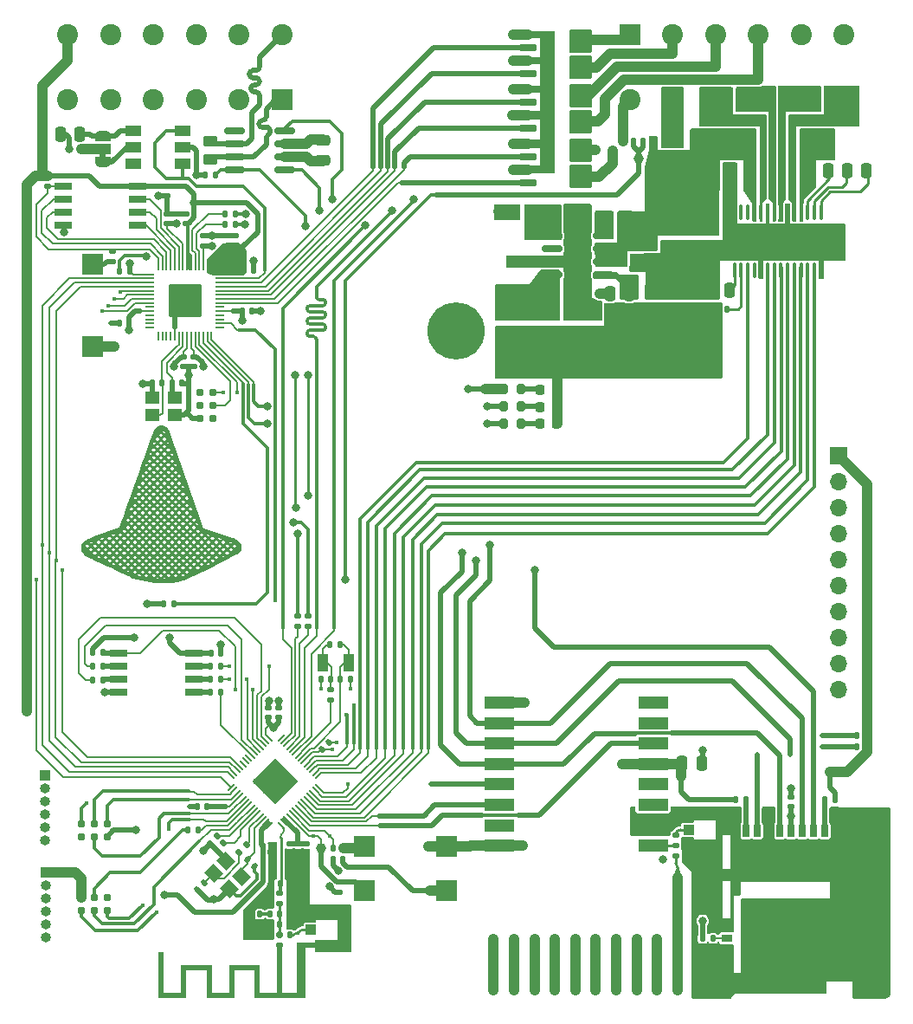
<source format=gbr>
%TF.GenerationSoftware,KiCad,Pcbnew,(6.0.2)*%
%TF.CreationDate,2022-05-18T10:59:20-06:00*%
%TF.ProjectId,RGB-controller,5247422d-636f-46e7-9472-6f6c6c65722e,rev?*%
%TF.SameCoordinates,Original*%
%TF.FileFunction,Copper,L1,Top*%
%TF.FilePolarity,Positive*%
%FSLAX46Y46*%
G04 Gerber Fmt 4.6, Leading zero omitted, Abs format (unit mm)*
G04 Created by KiCad (PCBNEW (6.0.2)) date 2022-05-18 10:59:20*
%MOMM*%
%LPD*%
G01*
G04 APERTURE LIST*
G04 Aperture macros list*
%AMRoundRect*
0 Rectangle with rounded corners*
0 $1 Rounding radius*
0 $2 $3 $4 $5 $6 $7 $8 $9 X,Y pos of 4 corners*
0 Add a 4 corners polygon primitive as box body*
4,1,4,$2,$3,$4,$5,$6,$7,$8,$9,$2,$3,0*
0 Add four circle primitives for the rounded corners*
1,1,$1+$1,$2,$3*
1,1,$1+$1,$4,$5*
1,1,$1+$1,$6,$7*
1,1,$1+$1,$8,$9*
0 Add four rect primitives between the rounded corners*
20,1,$1+$1,$2,$3,$4,$5,0*
20,1,$1+$1,$4,$5,$6,$7,0*
20,1,$1+$1,$6,$7,$8,$9,0*
20,1,$1+$1,$8,$9,$2,$3,0*%
%AMRotRect*
0 Rectangle, with rotation*
0 The origin of the aperture is its center*
0 $1 length*
0 $2 width*
0 $3 Rotation angle, in degrees counterclockwise*
0 Add horizontal line*
21,1,$1,$2,0,0,$3*%
%AMOutline4P*
0 Free polygon, 4 corners , with rotation*
0 The origin of the aperture is its center*
0 number of corners: always 4*
0 $1 to $8 corner X, Y*
0 $9 Rotation angle, in degrees counterclockwise*
0 create outline with 4 corners*
4,1,4,$1,$2,$3,$4,$5,$6,$7,$8,$1,$2,$9*%
%AMFreePoly0*
4,1,22,0.550000,-0.750000,0.000000,-0.750000,0.000000,-0.745033,-0.079941,-0.743568,-0.215256,-0.701293,-0.333266,-0.622738,-0.424486,-0.514219,-0.481581,-0.384460,-0.499164,-0.250000,-0.500000,-0.250000,-0.500000,0.250000,-0.499164,0.250000,-0.499963,0.256109,-0.478152,0.396186,-0.417904,0.524511,-0.324060,0.630769,-0.204165,0.706417,-0.067858,0.745374,0.000000,0.744959,0.000000,0.750000,
0.550000,0.750000,0.550000,-0.750000,0.550000,-0.750000,$1*%
%AMFreePoly1*
4,1,20,0.000000,0.744959,0.073905,0.744508,0.209726,0.703889,0.328688,0.626782,0.421226,0.519385,0.479903,0.390333,0.500000,0.250000,0.500000,-0.250000,0.499851,-0.262216,0.476331,-0.402017,0.414519,-0.529596,0.319384,-0.634700,0.198574,-0.708877,0.061801,-0.746166,0.000000,-0.745033,0.000000,-0.750000,-0.550000,-0.750000,-0.550000,0.750000,0.000000,0.750000,0.000000,0.744959,
0.000000,0.744959,$1*%
G04 Aperture macros list end*
%TA.AperFunction,EtchedComponent*%
%ADD10C,1.000000*%
%TD*%
%TA.AperFunction,SMDPad,CuDef*%
%ADD11R,0.700000X1.200000*%
%TD*%
%TA.AperFunction,SMDPad,CuDef*%
%ADD12R,1.000000X1.200000*%
%TD*%
%TA.AperFunction,SMDPad,CuDef*%
%ADD13R,1.300000X1.900000*%
%TD*%
%TA.AperFunction,SMDPad,CuDef*%
%ADD14R,1.000000X2.800000*%
%TD*%
%TA.AperFunction,SMDPad,CuDef*%
%ADD15R,1.000000X0.800000*%
%TD*%
%TA.AperFunction,SMDPad,CuDef*%
%ADD16RoundRect,0.250000X0.250000X0.475000X-0.250000X0.475000X-0.250000X-0.475000X0.250000X-0.475000X0*%
%TD*%
%TA.AperFunction,SMDPad,CuDef*%
%ADD17RoundRect,0.140000X-0.140000X-0.170000X0.140000X-0.170000X0.140000X0.170000X-0.140000X0.170000X0*%
%TD*%
%TA.AperFunction,SMDPad,CuDef*%
%ADD18R,5.700000X1.600000*%
%TD*%
%TA.AperFunction,SMDPad,CuDef*%
%ADD19RoundRect,0.250000X-0.475000X0.250000X-0.475000X-0.250000X0.475000X-0.250000X0.475000X0.250000X0*%
%TD*%
%TA.AperFunction,SMDPad,CuDef*%
%ADD20RoundRect,0.140000X-0.021213X0.219203X-0.219203X0.021213X0.021213X-0.219203X0.219203X-0.021213X0*%
%TD*%
%TA.AperFunction,SMDPad,CuDef*%
%ADD21RoundRect,0.140000X0.170000X-0.140000X0.170000X0.140000X-0.170000X0.140000X-0.170000X-0.140000X0*%
%TD*%
%TA.AperFunction,ConnectorPad*%
%ADD22C,0.787400*%
%TD*%
%TA.AperFunction,SMDPad,CuDef*%
%ADD23RoundRect,0.150000X0.825000X0.150000X-0.825000X0.150000X-0.825000X-0.150000X0.825000X-0.150000X0*%
%TD*%
%TA.AperFunction,SMDPad,CuDef*%
%ADD24RoundRect,0.140000X-0.219203X-0.021213X-0.021213X-0.219203X0.219203X0.021213X0.021213X0.219203X0*%
%TD*%
%TA.AperFunction,SMDPad,CuDef*%
%ADD25RoundRect,0.200000X-0.200000X-0.275000X0.200000X-0.275000X0.200000X0.275000X-0.200000X0.275000X0*%
%TD*%
%TA.AperFunction,ComponentPad*%
%ADD26R,1.000000X1.000000*%
%TD*%
%TA.AperFunction,ComponentPad*%
%ADD27O,1.000000X1.000000*%
%TD*%
%TA.AperFunction,SMDPad,CuDef*%
%ADD28RoundRect,0.250000X-0.550000X1.250000X-0.550000X-1.250000X0.550000X-1.250000X0.550000X1.250000X0*%
%TD*%
%TA.AperFunction,SMDPad,CuDef*%
%ADD29RoundRect,0.135000X-0.035355X0.226274X-0.226274X0.035355X0.035355X-0.226274X0.226274X-0.035355X0*%
%TD*%
%TA.AperFunction,SMDPad,CuDef*%
%ADD30R,1.400000X1.200000*%
%TD*%
%TA.AperFunction,SMDPad,CuDef*%
%ADD31RoundRect,0.135000X0.135000X0.185000X-0.135000X0.185000X-0.135000X-0.185000X0.135000X-0.185000X0*%
%TD*%
%TA.AperFunction,SMDPad,CuDef*%
%ADD32FreePoly0,90.000000*%
%TD*%
%TA.AperFunction,SMDPad,CuDef*%
%ADD33R,1.500000X1.000000*%
%TD*%
%TA.AperFunction,SMDPad,CuDef*%
%ADD34FreePoly1,90.000000*%
%TD*%
%TA.AperFunction,SMDPad,CuDef*%
%ADD35R,1.700000X0.650000*%
%TD*%
%TA.AperFunction,SMDPad,CuDef*%
%ADD36RoundRect,0.140000X0.140000X0.170000X-0.140000X0.170000X-0.140000X-0.170000X0.140000X-0.170000X0*%
%TD*%
%TA.AperFunction,SMDPad,CuDef*%
%ADD37R,3.000000X1.200000*%
%TD*%
%TA.AperFunction,SMDPad,CuDef*%
%ADD38RoundRect,0.135000X-0.185000X0.135000X-0.185000X-0.135000X0.185000X-0.135000X0.185000X0.135000X0*%
%TD*%
%TA.AperFunction,SMDPad,CuDef*%
%ADD39R,2.200000X1.050000*%
%TD*%
%TA.AperFunction,SMDPad,CuDef*%
%ADD40R,1.050000X1.000000*%
%TD*%
%TA.AperFunction,SMDPad,CuDef*%
%ADD41RoundRect,0.135000X-0.135000X-0.185000X0.135000X-0.185000X0.135000X0.185000X-0.135000X0.185000X0*%
%TD*%
%TA.AperFunction,SMDPad,CuDef*%
%ADD42C,1.000000*%
%TD*%
%TA.AperFunction,SMDPad,CuDef*%
%ADD43RoundRect,0.147500X-0.172500X0.147500X-0.172500X-0.147500X0.172500X-0.147500X0.172500X0.147500X0*%
%TD*%
%TA.AperFunction,SMDPad,CuDef*%
%ADD44RoundRect,0.135000X0.185000X-0.135000X0.185000X0.135000X-0.185000X0.135000X-0.185000X-0.135000X0*%
%TD*%
%TA.AperFunction,SMDPad,CuDef*%
%ADD45RoundRect,0.140000X-0.170000X0.140000X-0.170000X-0.140000X0.170000X-0.140000X0.170000X0.140000X0*%
%TD*%
%TA.AperFunction,ConnectorPad*%
%ADD46R,0.500000X0.500000*%
%TD*%
%TA.AperFunction,ComponentPad*%
%ADD47R,0.900000X0.500000*%
%TD*%
%TA.AperFunction,SMDPad,CuDef*%
%ADD48R,1.100000X1.100000*%
%TD*%
%TA.AperFunction,SMDPad,CuDef*%
%ADD49RoundRect,0.050000X0.309359X-0.238649X-0.238649X0.309359X-0.309359X0.238649X0.238649X-0.309359X0*%
%TD*%
%TA.AperFunction,SMDPad,CuDef*%
%ADD50RoundRect,0.050000X0.309359X0.238649X0.238649X0.309359X-0.309359X-0.238649X-0.238649X-0.309359X0*%
%TD*%
%TA.AperFunction,ComponentPad*%
%ADD51C,0.600000*%
%TD*%
%TA.AperFunction,SMDPad,CuDef*%
%ADD52RoundRect,0.144000X2.059095X0.000000X0.000000X2.059095X-2.059095X0.000000X0.000000X-2.059095X0*%
%TD*%
%TA.AperFunction,ComponentPad*%
%ADD53R,2.056000X2.056000*%
%TD*%
%TA.AperFunction,ComponentPad*%
%ADD54C,2.056000*%
%TD*%
%TA.AperFunction,SMDPad,CuDef*%
%ADD55RoundRect,0.150000X-0.725000X-0.150000X0.725000X-0.150000X0.725000X0.150000X-0.725000X0.150000X0*%
%TD*%
%TA.AperFunction,SMDPad,CuDef*%
%ADD56RoundRect,0.250000X0.475000X-0.250000X0.475000X0.250000X-0.475000X0.250000X-0.475000X-0.250000X0*%
%TD*%
%TA.AperFunction,SMDPad,CuDef*%
%ADD57RoundRect,0.218750X-0.218750X-0.256250X0.218750X-0.256250X0.218750X0.256250X-0.218750X0.256250X0*%
%TD*%
%TA.AperFunction,SMDPad,CuDef*%
%ADD58RoundRect,0.147500X0.147500X0.172500X-0.147500X0.172500X-0.147500X-0.172500X0.147500X-0.172500X0*%
%TD*%
%TA.AperFunction,ComponentPad*%
%ADD59C,1.000000*%
%TD*%
%TA.AperFunction,SMDPad,CuDef*%
%ADD60Outline4P,-0.350000X-0.400000X0.350000X-0.400000X0.050000X0.400000X-0.050000X0.400000X0.000000*%
%TD*%
%TA.AperFunction,SMDPad,CuDef*%
%ADD61R,2.290000X3.000000*%
%TD*%
%TA.AperFunction,SMDPad,CuDef*%
%ADD62R,2.000000X2.000000*%
%TD*%
%TA.AperFunction,SMDPad,CuDef*%
%ADD63RoundRect,0.200000X0.200000X0.275000X-0.200000X0.275000X-0.200000X-0.275000X0.200000X-0.275000X0*%
%TD*%
%TA.AperFunction,SMDPad,CuDef*%
%ADD64RoundRect,0.135000X0.035355X-0.226274X0.226274X-0.035355X-0.035355X0.226274X-0.226274X0.035355X0*%
%TD*%
%TA.AperFunction,SMDPad,CuDef*%
%ADD65RoundRect,0.140000X0.021213X-0.219203X0.219203X-0.021213X-0.021213X0.219203X-0.219203X0.021213X0*%
%TD*%
%TA.AperFunction,ComponentPad*%
%ADD66C,5.600000*%
%TD*%
%TA.AperFunction,SMDPad,CuDef*%
%ADD67R,1.000000X1.800000*%
%TD*%
%TA.AperFunction,SMDPad,CuDef*%
%ADD68RoundRect,0.100000X-0.100000X0.637500X-0.100000X-0.637500X0.100000X-0.637500X0.100000X0.637500X0*%
%TD*%
%TA.AperFunction,SMDPad,CuDef*%
%ADD69R,5.400000X2.850000*%
%TD*%
%TA.AperFunction,ComponentPad*%
%ADD70R,1.700000X1.700000*%
%TD*%
%TA.AperFunction,ComponentPad*%
%ADD71O,1.700000X1.700000*%
%TD*%
%TA.AperFunction,SMDPad,CuDef*%
%ADD72RotRect,1.400000X1.200000X135.000000*%
%TD*%
%TA.AperFunction,SMDPad,CuDef*%
%ADD73RoundRect,0.250000X-0.450000X0.262500X-0.450000X-0.262500X0.450000X-0.262500X0.450000X0.262500X0*%
%TD*%
%TA.AperFunction,SMDPad,CuDef*%
%ADD74RoundRect,0.050000X-0.387500X-0.050000X0.387500X-0.050000X0.387500X0.050000X-0.387500X0.050000X0*%
%TD*%
%TA.AperFunction,SMDPad,CuDef*%
%ADD75RoundRect,0.050000X-0.050000X-0.387500X0.050000X-0.387500X0.050000X0.387500X-0.050000X0.387500X0*%
%TD*%
%TA.AperFunction,SMDPad,CuDef*%
%ADD76RoundRect,0.144000X-1.456000X-1.456000X1.456000X-1.456000X1.456000X1.456000X-1.456000X1.456000X0*%
%TD*%
%TA.AperFunction,ViaPad*%
%ADD77C,0.800000*%
%TD*%
%TA.AperFunction,ViaPad*%
%ADD78C,0.450000*%
%TD*%
%TA.AperFunction,Conductor*%
%ADD79C,0.200000*%
%TD*%
%TA.AperFunction,Conductor*%
%ADD80C,0.500000*%
%TD*%
%TA.AperFunction,Conductor*%
%ADD81C,0.305800*%
%TD*%
%TA.AperFunction,Conductor*%
%ADD82C,1.000000*%
%TD*%
%TA.AperFunction,Conductor*%
%ADD83C,0.250000*%
%TD*%
%TA.AperFunction,Conductor*%
%ADD84C,0.254000*%
%TD*%
%TA.AperFunction,Conductor*%
%ADD85C,0.293370*%
%TD*%
G04 APERTURE END LIST*
%TO.C,JP2*%
G36*
X32740000Y-57100000D02*
G01*
X32140000Y-57100000D01*
X32140000Y-56600000D01*
X32740000Y-56600000D01*
X32740000Y-57100000D01*
G37*
%TO.C,AE2*%
G36*
X47320000Y-139135000D02*
G01*
X47320000Y-136495000D01*
X45320000Y-136495000D01*
X45320000Y-139135000D01*
X42620000Y-139135000D01*
X42620000Y-136495000D01*
X40620000Y-136495000D01*
X40620000Y-139135000D01*
X37920000Y-139135000D01*
X37920000Y-134695000D01*
X38420000Y-134695000D01*
X38420000Y-138635000D01*
X40120000Y-138635000D01*
X40120000Y-135995000D01*
X43120000Y-135995000D01*
X43120000Y-138635000D01*
X44820000Y-138635000D01*
X44820000Y-135995000D01*
X47820000Y-135995000D01*
X47820000Y-138635000D01*
X49520000Y-138635000D01*
X49520000Y-133735000D01*
X50020000Y-133735000D01*
X50020000Y-138635000D01*
X51420000Y-138635000D01*
X51420000Y-133993158D01*
X51721778Y-133993158D01*
X51730218Y-134041417D01*
X51747112Y-134073643D01*
X51782372Y-134106313D01*
X51827682Y-134126408D01*
X51877267Y-134132982D01*
X51925353Y-134125092D01*
X51958245Y-134108186D01*
X51993185Y-134071416D01*
X52012847Y-134026622D01*
X52017583Y-133978215D01*
X52007742Y-133930605D01*
X51983674Y-133888203D01*
X51945731Y-133855419D01*
X51937819Y-133851065D01*
X51895156Y-133838957D01*
X51846637Y-133839700D01*
X51801122Y-133852600D01*
X51782511Y-133863213D01*
X51748868Y-133898447D01*
X51728309Y-133943632D01*
X51721778Y-133993158D01*
X51420000Y-133993158D01*
X51420000Y-133735000D01*
X52320000Y-133735000D01*
X52320000Y-139135000D01*
X47320000Y-139135000D01*
G37*
D10*
%TO.C,AE3*%
X74682499Y-138437502D02*
X74682499Y-133437502D01*
X86682499Y-138437502D02*
X86682499Y-133437502D01*
X78682499Y-138437502D02*
X78682499Y-133437502D01*
X88682499Y-127437502D02*
X88682499Y-138437502D01*
X76682499Y-138437502D02*
X76682499Y-133437502D01*
X82682499Y-138437502D02*
X82682499Y-133437502D01*
X72682499Y-138437502D02*
X72682499Y-133437502D01*
X84682499Y-138437502D02*
X84682499Y-133437502D01*
X80682499Y-138437502D02*
X80682499Y-133437502D01*
X70682499Y-138437502D02*
X70682499Y-133437502D01*
%TD*%
D11*
%TO.P,J3,1,DAT2*%
%TO.N,/SD_D2*%
X103085000Y-122845003D03*
%TO.P,J3,2,CD/DAT3*%
%TO.N,/FSPICS0*%
X101985000Y-122845003D03*
%TO.P,J3,3,CMD*%
%TO.N,/FSPIQ*%
X100885000Y-122845003D03*
%TO.P,J3,4,VDD*%
%TO.N,+3V3*%
X99785000Y-122845003D03*
%TO.P,J3,5,CLK*%
%TO.N,/FSPICLK*%
X98685000Y-122845003D03*
%TO.P,J3,6,VSS*%
%TO.N,GND*%
X97585000Y-122845003D03*
%TO.P,J3,7,DAT0*%
%TO.N,/FSPID*%
X96485000Y-122845003D03*
%TO.P,J3,8,DAT1*%
%TO.N,/SD_D1*%
X95385000Y-122845003D03*
D12*
%TO.P,J3,P1,SHIELD*%
%TO.N,GND*%
X93485000Y-127145003D03*
D13*
X106985000Y-137945003D03*
D14*
X93485000Y-137495003D03*
D12*
X104635000Y-122845003D03*
D15*
%TO.P,J3,SWA*%
%TO.N,Net-(J3-PadSWA)*%
X93485000Y-133345003D03*
D11*
%TO.P,J3,SWB*%
%TO.N,GND*%
X94435000Y-122845003D03*
%TD*%
D16*
%TO.P,C32,1*%
%TO.N,/BST*%
X83955001Y-70325000D03*
%TO.P,C32,2*%
%TO.N,/SW*%
X82055001Y-70325000D03*
%TD*%
D17*
%TO.P,C24,1*%
%TO.N,/RP_XOUT*%
X39230000Y-79100000D03*
%TO.P,C24,2*%
%TO.N,GND*%
X40190000Y-79100000D03*
%TD*%
D18*
%TO.P,L6,1*%
%TO.N,/SW*%
X73950000Y-70480000D03*
%TO.P,L6,2*%
%TO.N,+3V3*%
X73950000Y-75180000D03*
%TD*%
D19*
%TO.P,C5,1*%
%TO.N,+3V3*%
X53990000Y-55364999D03*
%TO.P,C5,2*%
%TO.N,GND*%
X53990000Y-57264999D03*
%TD*%
D20*
%TO.P,C22,1*%
%TO.N,/XTAL_N*%
X42377559Y-127881163D03*
%TO.P,C22,2*%
%TO.N,GND*%
X41698737Y-128559985D03*
%TD*%
D21*
%TO.P,C16,1*%
%TO.N,+3V3*%
X48680000Y-111760000D03*
%TO.P,C16,2*%
%TO.N,GND*%
X48680000Y-110800000D03*
%TD*%
D22*
%TO.P,TC3,1,VCC*%
%TO.N,unconnected-(TC3-Pad1)*%
X41935000Y-79970000D03*
%TO.P,TC3,2,SWDIO*%
%TO.N,/RP_SWD*%
X43205000Y-79970000D03*
%TO.P,TC3,3,NRESET*%
%TO.N,unconnected-(TC3-Pad3)*%
X41935000Y-81240000D03*
%TO.P,TC3,4,SWCLK*%
%TO.N,/RP_SWCLK*%
X43205000Y-81240000D03*
%TO.P,TC3,5,GND*%
%TO.N,GND*%
X41935000Y-82510000D03*
%TO.P,TC3,6,SWO*%
%TO.N,unconnected-(TC3-Pad6)*%
X43205000Y-82510000D03*
%TD*%
D23*
%TO.P,U3,1,D*%
%TO.N,/GPIO_CAN_P*%
X50270000Y-58230000D03*
%TO.P,U3,2,GND*%
%TO.N,GND*%
X50270000Y-56960000D03*
%TO.P,U3,3,VCC*%
%TO.N,+3V3*%
X50270000Y-55690000D03*
%TO.P,U3,4,R*%
%TO.N,/GPIO_CAN_N*%
X50270000Y-54420000D03*
%TO.P,U3,5,Vref*%
%TO.N,unconnected-(U3-Pad5)*%
X45320000Y-54420000D03*
%TO.P,U3,6,CANL*%
%TO.N,/CAN_N*%
X45320000Y-55690000D03*
%TO.P,U3,7,CANH*%
%TO.N,/CAN_P*%
X45320000Y-56960000D03*
%TO.P,U3,8,Rs*%
%TO.N,/GPIO21*%
X45320000Y-58230000D03*
%TD*%
D17*
%TO.P,C21,1*%
%TO.N,GND*%
X46850000Y-130980000D03*
%TO.P,C21,2*%
%TO.N,Net-(C21-Pad2)*%
X47810000Y-130980000D03*
%TD*%
D24*
%TO.P,C18,1*%
%TO.N,/XTAL_P*%
X46580589Y-125610589D03*
%TO.P,C18,2*%
%TO.N,GND*%
X47259411Y-126289411D03*
%TD*%
D25*
%TO.P,R34,1*%
%TO.N,+3V3*%
X72650000Y-62325000D03*
%TO.P,R34,2*%
%TO.N,/FB*%
X74300000Y-62325000D03*
%TD*%
D26*
%TO.P,J6,1,Pin_1*%
%TO.N,GND*%
X26850000Y-126890000D03*
D27*
%TO.P,J6,2,Pin_2*%
%TO.N,/RXD*%
X26850000Y-128160000D03*
%TO.P,J6,3,Pin_3*%
%TO.N,/TXD*%
X26850000Y-129430000D03*
%TO.P,J6,4,Pin_4*%
%TO.N,unconnected-(J6-Pad4)*%
X26850000Y-130700000D03*
%TO.P,J6,5,Pin_5*%
%TO.N,/CTS*%
X26850000Y-131970000D03*
%TO.P,J6,6,Pin_6*%
%TO.N,/CHIP_PU*%
X26850000Y-133240000D03*
%TD*%
D28*
%TO.P,C47,1*%
%TO.N,/VIN*%
X89745000Y-63074999D03*
%TO.P,C47,2*%
%TO.N,GND*%
X89745000Y-67474999D03*
%TD*%
D29*
%TO.P,R26,1*%
%TO.N,/GPIO45*%
X43670624Y-123379376D03*
%TO.P,R26,2*%
%TO.N,GND*%
X42949376Y-124100624D03*
%TD*%
D30*
%TO.P,Y4,1,1*%
%TO.N,/RP_XOUT*%
X39500000Y-80520000D03*
%TO.P,Y4,2,2*%
%TO.N,GND*%
X37300000Y-80520000D03*
%TO.P,Y4,3,3*%
%TO.N,/RP_XIN*%
X37300000Y-82220000D03*
%TO.P,Y4,4,4*%
%TO.N,GND*%
X39500000Y-82220000D03*
%TD*%
D21*
%TO.P,C33,1*%
%TO.N,+1V1*%
X42330000Y-65660000D03*
%TO.P,C33,2*%
%TO.N,GND*%
X42330000Y-64700000D03*
%TD*%
D31*
%TO.P,R31,1*%
%TO.N,/GPIO38*%
X84355000Y-55424999D03*
%TO.P,R31,2*%
%TO.N,GND*%
X83335000Y-55424999D03*
%TD*%
D16*
%TO.P,C46,1*%
%TO.N,/CP1*%
X107185001Y-58335000D03*
%TO.P,C46,2*%
%TO.N,/CP2*%
X105285001Y-58335000D03*
%TD*%
D32*
%TO.P,JP2,1,A*%
%TO.N,/WS2815B_VDD*%
X32440000Y-57500000D03*
D33*
%TO.P,JP2,2,C*%
%TO.N,/VIN*%
X32440000Y-56200000D03*
D34*
%TO.P,JP2,3,B*%
%TO.N,/WS2815B_VCC*%
X32440000Y-54900000D03*
%TD*%
D35*
%TO.P,U5,1,~{CS}*%
%TO.N,/SPICS0*%
X34028163Y-105482086D03*
%TO.P,U5,2,DO(IO1)*%
%TO.N,/SPIQ*%
X34028163Y-106752086D03*
%TO.P,U5,3,IO2*%
%TO.N,/SPIWP*%
X34028163Y-108022086D03*
%TO.P,U5,4,GND*%
%TO.N,GND*%
X34028163Y-109292086D03*
%TO.P,U5,5,DI(IO0)*%
%TO.N,/SPID*%
X41328163Y-109292086D03*
%TO.P,U5,6,CLK*%
%TO.N,/SPICLK*%
X41328163Y-108022086D03*
%TO.P,U5,7,IO3*%
%TO.N,/SPIHD*%
X41328163Y-106752086D03*
%TO.P,U5,8,VCC*%
%TO.N,+3V3*%
X41328163Y-105482086D03*
%TD*%
D31*
%TO.P,R43,1*%
%TO.N,+3V3*%
X107240000Y-113550000D03*
%TO.P,R43,2*%
%TO.N,/FSPIQ*%
X106220000Y-113550000D03*
%TD*%
D36*
%TO.P,C50,1*%
%TO.N,+3V3*%
X35070000Y-68130000D03*
%TO.P,C50,2*%
%TO.N,GND*%
X34110000Y-68130000D03*
%TD*%
D22*
%TO.P,TC4,1,VCC*%
%TO.N,unconnected-(TC4-Pad1)*%
X30330000Y-123405000D03*
%TO.P,TC4,2,TMS*%
%TO.N,/MTMS*%
X30330000Y-122135000D03*
%TO.P,TC4,3,TDI*%
%TO.N,/MTDI*%
X31600000Y-123405000D03*
%TO.P,TC4,4,TCK*%
%TO.N,/MTCK*%
X31600000Y-122135000D03*
%TO.P,TC4,5,GND*%
%TO.N,GND*%
X32870000Y-123405000D03*
%TO.P,TC4,6,TDO*%
%TO.N,/MTDO*%
X32870000Y-122135000D03*
%TD*%
D16*
%TO.P,C45,1*%
%TO.N,GND*%
X91024999Y-116250002D03*
%TO.P,C45,2*%
%TO.N,+3V3*%
X89124999Y-116250002D03*
%TD*%
D37*
%TO.P,U9,1,GND*%
%TO.N,GND*%
X71275000Y-110300000D03*
%TO.P,U9,2,MISO*%
%TO.N,/FSPIQ*%
X71275000Y-112300000D03*
%TO.P,U9,3,MOSI*%
%TO.N,/FSPID*%
X71275000Y-114300000D03*
%TO.P,U9,4,SCK*%
%TO.N,/FSPICLK*%
X71275000Y-116300000D03*
%TO.P,U9,5,NSS*%
%TO.N,/FSPICS1*%
X71275000Y-118300000D03*
%TO.P,U9,6,RESET*%
%TO.N,/GPIO2*%
X71275000Y-120300000D03*
%TO.P,U9,7,DIO5*%
%TO.N,unconnected-(U9-Pad7)*%
X71275000Y-122300000D03*
%TO.P,U9,8,GND*%
%TO.N,GND*%
X71275000Y-124300000D03*
%TO.P,U9,9,ANT*%
%TO.N,/RF69_RF_ANT*%
X86275000Y-124300000D03*
%TO.P,U9,10,GND*%
%TO.N,GND*%
X86275000Y-122300000D03*
%TO.P,U9,11,DIO3*%
%TO.N,unconnected-(U9-Pad11)*%
X86275000Y-120300000D03*
%TO.P,U9,12,DIO4*%
%TO.N,unconnected-(U9-Pad12)*%
X86275000Y-118300000D03*
%TO.P,U9,13,3.3V*%
%TO.N,+3V3*%
X86275000Y-116300000D03*
%TO.P,U9,14,DIO0*%
%TO.N,/GPIO1*%
X86275000Y-114300000D03*
%TO.P,U9,15,DIO1*%
%TO.N,unconnected-(U9-Pad15)*%
X86275000Y-112300000D03*
%TO.P,U9,16,DIO2*%
%TO.N,unconnected-(U9-Pad16)*%
X86275000Y-110300000D03*
%TD*%
D38*
%TO.P,R8,1*%
%TO.N,/RTC_XTAL_N*%
X54720000Y-109000000D03*
%TO.P,R8,2*%
%TO.N,Net-(R8-Pad2)*%
X54720000Y-110020000D03*
%TD*%
D36*
%TO.P,C23,1*%
%TO.N,/RTC_XTAL_N*%
X54721644Y-108019382D03*
%TO.P,C23,2*%
%TO.N,GND*%
X53761644Y-108019382D03*
%TD*%
%TO.P,C49,1*%
%TO.N,+3V3*%
X35050000Y-73190000D03*
%TO.P,C49,2*%
%TO.N,GND*%
X34090000Y-73190000D03*
%TD*%
D39*
%TO.P,J7,1*%
%TO.N,GND*%
X54335000Y-131035000D03*
D40*
%TO.P,J7,2*%
%TO.N,/RF_ANT_EXT*%
X52810000Y-132510000D03*
D39*
%TO.P,J7,3*%
%TO.N,GND*%
X54335000Y-133985000D03*
%TD*%
D29*
%TO.P,R27,1*%
%TO.N,/GPIO46*%
X44260000Y-123980000D03*
%TO.P,R27,2*%
%TO.N,GND*%
X43538752Y-124701248D03*
%TD*%
D41*
%TO.P,R24,1*%
%TO.N,+3V3*%
X91134999Y-133340002D03*
%TO.P,R24,2*%
%TO.N,Net-(J3-PadSWA)*%
X92154999Y-133340002D03*
%TD*%
D21*
%TO.P,C38,1*%
%TO.N,+3V3*%
X44380000Y-65660000D03*
%TO.P,C38,2*%
%TO.N,GND*%
X44380000Y-64700000D03*
%TD*%
D36*
%TO.P,C26,1*%
%TO.N,/RP_XIN*%
X38250000Y-79090000D03*
%TO.P,C26,2*%
%TO.N,GND*%
X37290000Y-79090000D03*
%TD*%
D16*
%TO.P,C43,1*%
%TO.N,Net-(C43-Pad1)*%
X103455000Y-58335000D03*
%TO.P,C43,2*%
%TO.N,/VIN*%
X101555000Y-58335000D03*
%TD*%
D42*
%TO.P,TP3,1,1*%
%TO.N,/GPIO38*%
X84855000Y-57155000D03*
%TD*%
D41*
%TO.P,R39,1*%
%TO.N,+3V3*%
X92530000Y-71860000D03*
%TO.P,R39,2*%
%TO.N,/DRV_RESET*%
X93550000Y-71860000D03*
%TD*%
D17*
%TO.P,C40,1*%
%TO.N,+3V3*%
X46100000Y-72060000D03*
%TO.P,C40,2*%
%TO.N,GND*%
X47060000Y-72060000D03*
%TD*%
D43*
%TO.P,L3,1*%
%TO.N,/LNA_IN*%
X49770000Y-128965000D03*
%TO.P,L3,2*%
%TO.N,/RF_ANT*%
X49770000Y-129935000D03*
%TD*%
D44*
%TO.P,R32,1*%
%TO.N,/RF69_RF_ANT*%
X88504999Y-124310002D03*
%TO.P,R32,2*%
%TO.N,/RF69_RF_EXT*%
X88504999Y-123290002D03*
%TD*%
D45*
%TO.P,C10,1*%
%TO.N,+3V3*%
X50720000Y-124100000D03*
%TO.P,C10,2*%
%TO.N,GND*%
X50720000Y-125060000D03*
%TD*%
D38*
%TO.P,R37,1*%
%TO.N,+3V3*%
X27040000Y-58810000D03*
%TO.P,R37,2*%
%TO.N,/RP_SS*%
X27040000Y-59830000D03*
%TD*%
D41*
%TO.P,R38,1*%
%TO.N,+3V3*%
X38390000Y-100610000D03*
%TO.P,R38,2*%
%TO.N,/GPIO14*%
X39410000Y-100610000D03*
%TD*%
%TO.P,R15,1*%
%TO.N,+3V3*%
X31440000Y-105400000D03*
%TO.P,R15,2*%
%TO.N,/SPICS0*%
X32460000Y-105400000D03*
%TD*%
D31*
%TO.P,R28,1*%
%TO.N,/RF_ANT_EXT*%
X50780000Y-133000000D03*
%TO.P,R28,2*%
%TO.N,/RF_ANT*%
X49760000Y-133000000D03*
%TD*%
D46*
%TO.P,AE2,1,A*%
%TO.N,Net-(AE2-Pad1)*%
X49770000Y-133985000D03*
D47*
%TO.P,AE2,2,Shield*%
%TO.N,GND*%
X51870000Y-133985000D03*
%TD*%
D48*
%TO.P,D5,1,K*%
%TO.N,/VIN*%
X91032500Y-55180000D03*
%TO.P,D5,2,A*%
%TO.N,/VBAT*%
X88232500Y-55180000D03*
%TD*%
D39*
%TO.P,J2,1*%
%TO.N,GND*%
X91304999Y-121255002D03*
D40*
%TO.P,J2,2*%
%TO.N,/RF69_RF_EXT*%
X89779999Y-122730002D03*
D39*
%TO.P,J2,3*%
%TO.N,GND*%
X91304999Y-124205002D03*
%TD*%
D21*
%TO.P,C29,1*%
%TO.N,+1V1*%
X38770000Y-63480000D03*
%TO.P,C29,2*%
%TO.N,GND*%
X38770000Y-62520000D03*
%TD*%
D49*
%TO.P,U4,1,LNA_IN*%
%TO.N,/LNA_IN*%
X49872202Y-122289157D03*
%TO.P,U4,2,VDD3P3*%
%TO.N,+3V3*%
X50155045Y-122006314D03*
%TO.P,U4,3,VDD3P3*%
X50437887Y-121723472D03*
%TO.P,U4,4,CHIP_PU*%
%TO.N,/CHIP_PU*%
X50720730Y-121440629D03*
%TO.P,U4,5,GPIO0*%
%TO.N,/CTS*%
X51003573Y-121157786D03*
%TO.P,U4,6,GPIO1*%
%TO.N,/GPIO1*%
X51286415Y-120874944D03*
%TO.P,U4,7,GPIO2*%
%TO.N,/GPIO2*%
X51569258Y-120592101D03*
%TO.P,U4,8,GPIO3*%
%TO.N,/GPIO3*%
X51852101Y-120309258D03*
%TO.P,U4,9,GPIO4*%
%TO.N,/EN1*%
X52134944Y-120026415D03*
%TO.P,U4,10,GPIO5*%
%TO.N,/GPIO5*%
X52417786Y-119743573D03*
%TO.P,U4,11,GPIO6*%
%TO.N,/EN2*%
X52700629Y-119460730D03*
%TO.P,U4,12,GPIO7*%
%TO.N,/GPIO7*%
X52983472Y-119177887D03*
%TO.P,U4,13,GPIO8*%
%TO.N,/EN3*%
X53266314Y-118895045D03*
%TO.P,U4,14,GPIO9*%
%TO.N,/FSPICS1*%
X53549157Y-118612202D03*
D50*
%TO.P,U4,15,GPIO10*%
%TO.N,/GPIO10*%
X53549157Y-117427798D03*
%TO.P,U4,16,GPIO11*%
%TO.N,/EN4*%
X53266314Y-117144955D03*
%TO.P,U4,17,GPIO12*%
%TO.N,/DRV_SLEEP*%
X52983472Y-116862113D03*
%TO.P,U4,18,GPIO13*%
%TO.N,/FSPICS2*%
X52700629Y-116579270D03*
%TO.P,U4,19,GPIO14*%
%TO.N,/GPIO14*%
X52417786Y-116296427D03*
%TO.P,U4,20,VDD3P3_RTC*%
%TO.N,+3V3*%
X52134944Y-116013585D03*
%TO.P,U4,21,XTAL_32K_P*%
%TO.N,/RTC_XTAL_P*%
X51852101Y-115730742D03*
%TO.P,U4,22,XTAL_32K_N*%
%TO.N,Net-(R8-Pad2)*%
X51569258Y-115447899D03*
%TO.P,U4,23,GPIO17*%
%TO.N,/GPIO_CAN_N*%
X51286415Y-115165056D03*
%TO.P,U4,24,GPIO18*%
%TO.N,/GPIO_CAN_P*%
X51003573Y-114882214D03*
%TO.P,U4,25,GPIO19*%
%TO.N,/GPIO_USB_D_N*%
X50720730Y-114599371D03*
%TO.P,U4,26,GPIO20*%
%TO.N,/GPIO_USB_D_P*%
X50437887Y-114316528D03*
%TO.P,U4,27,GPIO21*%
%TO.N,/GPIO21*%
X50155045Y-114033686D03*
%TO.P,U4,28,SPICS1*%
%TO.N,/SPICS1*%
X49872202Y-113750843D03*
D49*
%TO.P,U4,29,VDD_SPI*%
%TO.N,+3V3*%
X48687798Y-113750843D03*
%TO.P,U4,30,SPIHD*%
%TO.N,Net-(R9-Pad2)*%
X48404955Y-114033686D03*
%TO.P,U4,31,SPIWP*%
%TO.N,Net-(R10-Pad2)*%
X48122113Y-114316528D03*
%TO.P,U4,32,SPICS0*%
%TO.N,/SPICS0*%
X47839270Y-114599371D03*
%TO.P,U4,33,SPICLK*%
%TO.N,Net-(R11-Pad2)*%
X47556427Y-114882214D03*
%TO.P,U4,34,SPIQ*%
%TO.N,Net-(R12-Pad2)*%
X47273585Y-115165056D03*
%TO.P,U4,35,SPID*%
%TO.N,Net-(R13-Pad2)*%
X46990742Y-115447899D03*
%TO.P,U4,36,SPICLK_N*%
%TO.N,unconnected-(U4-Pad36)*%
X46707899Y-115730742D03*
%TO.P,U4,37,SPICLK_P*%
%TO.N,unconnected-(U4-Pad37)*%
X46425056Y-116013585D03*
%TO.P,U4,38,GPIO33*%
%TO.N,/FSPIHD*%
X46142214Y-116296427D03*
%TO.P,U4,39,GPIO34*%
%TO.N,/FSPICS0*%
X45859371Y-116579270D03*
%TO.P,U4,40,GPIO35*%
%TO.N,/FSPID*%
X45576528Y-116862113D03*
%TO.P,U4,41,GPIO36*%
%TO.N,/FSPICLK*%
X45293686Y-117144955D03*
%TO.P,U4,42,GPIO37*%
%TO.N,/FSPIQ*%
X45010843Y-117427798D03*
D50*
%TO.P,U4,43,GPIO38*%
%TO.N,/GPIO38*%
X45010843Y-118612202D03*
%TO.P,U4,44,MTCK*%
%TO.N,/MTCK*%
X45293686Y-118895045D03*
%TO.P,U4,45,MTDO*%
%TO.N,/MTDO*%
X45576528Y-119177887D03*
%TO.P,U4,46,VDD3P3_CPU*%
%TO.N,+3V3*%
X45859371Y-119460730D03*
%TO.P,U4,47,MTDI*%
%TO.N,/MTDI*%
X46142214Y-119743573D03*
%TO.P,U4,48,MTMS*%
%TO.N,/MTMS*%
X46425056Y-120026415D03*
%TO.P,U4,49,U0TXD*%
%TO.N,Net-(R6-Pad2)*%
X46707899Y-120309258D03*
%TO.P,U4,50,U0RXD*%
%TO.N,/TXD*%
X46990742Y-120592101D03*
%TO.P,U4,51,GPIO45*%
%TO.N,/GPIO45*%
X47273585Y-120874944D03*
%TO.P,U4,52,GPIO46*%
%TO.N,/GPIO46*%
X47556427Y-121157786D03*
%TO.P,U4,53,XTAL_N*%
%TO.N,Net-(R7-Pad2)*%
X47839270Y-121440629D03*
%TO.P,U4,54,XTAL_P*%
%TO.N,/XTAL_P*%
X48122113Y-121723472D03*
%TO.P,U4,55,VDDA1*%
%TO.N,+3V3*%
X48404955Y-122006314D03*
%TO.P,U4,56,VDDA2*%
X48687798Y-122289157D03*
D51*
%TO.P,U4,57,GND*%
%TO.N,GND*%
X49280000Y-119823122D03*
X48378439Y-117118439D03*
D52*
X49280000Y-118020000D03*
D51*
X51083122Y-118020000D03*
X47476878Y-118020000D03*
X50181561Y-117118439D03*
X50181561Y-118921561D03*
X48378439Y-118921561D03*
X49280000Y-116216878D03*
X49280000Y-118020000D03*
%TD*%
D21*
%TO.P,C28,1*%
%TO.N,+3V3*%
X99780000Y-120450000D03*
%TO.P,C28,2*%
%TO.N,GND*%
X99780000Y-119490000D03*
%TD*%
D53*
%TO.P,J4,A1,A1*%
%TO.N,/GPO1*%
X84025000Y-45040000D03*
D54*
%TO.P,J4,A2,A2*%
%TO.N,/GPO2*%
X88215000Y-45040000D03*
%TO.P,J4,A3,A3*%
%TO.N,/GPO3*%
X92405000Y-45040000D03*
%TO.P,J4,A4,A4*%
%TO.N,/GPO4*%
X96595000Y-45040000D03*
%TO.P,J4,A5,A5*%
%TO.N,/GPO6*%
X100785000Y-45040000D03*
%TO.P,J4,A6,A6*%
%TO.N,/GPO5*%
X104975000Y-45040000D03*
%TO.P,J4,A7,A7*%
%TO.N,/MOTOR1_OUT1*%
X104975000Y-51390000D03*
%TO.P,J4,A8,A8*%
%TO.N,/MOTOR1_OUT2*%
X100785000Y-51390000D03*
%TO.P,J4,A9,A9*%
%TO.N,/MOTOR2_OUT1*%
X96595000Y-51390000D03*
%TO.P,J4,A10,A10*%
%TO.N,/MOTOR2_OUT2*%
X92405000Y-51390000D03*
%TO.P,J4,A11,A11*%
%TO.N,/VBAT*%
X88215000Y-51390000D03*
%TO.P,J4,A12,A12*%
%TO.N,GND*%
X84025000Y-51390000D03*
D53*
%TO.P,J4,B1,B1*%
%TO.N,/CAN_P*%
X49975000Y-51390000D03*
D54*
%TO.P,J4,B2,B2*%
%TO.N,/CONN_B2*%
X45785000Y-51390000D03*
%TO.P,J4,B3,B3*%
%TO.N,/CONN_B3*%
X41595000Y-51390000D03*
%TO.P,J4,B4,B4*%
%TO.N,/CONN_RP_USB_D_P*%
X37405000Y-51390000D03*
%TO.P,J4,B5,B5*%
%TO.N,/USB_D_P*%
X33215000Y-51390000D03*
%TO.P,J4,B6,B6*%
%TO.N,GND*%
X29025000Y-51390000D03*
%TO.P,J4,B7,B7*%
%TO.N,+3V3*%
X29025000Y-45040000D03*
%TO.P,J4,B8,B8*%
%TO.N,/USB_D_N*%
X33215000Y-45040000D03*
%TO.P,J4,B9,B9*%
%TO.N,/CONN_RP_USB_D_N*%
X37405000Y-45040000D03*
%TO.P,J4,B10,B10*%
%TO.N,/CONN_B10*%
X41595000Y-45040000D03*
%TO.P,J4,B11,B11*%
%TO.N,/CONN_B11*%
X45785000Y-45040000D03*
%TO.P,J4,B12,B12*%
%TO.N,/CAN_N*%
X49975000Y-45040000D03*
%TD*%
D55*
%TO.P,Q4,1,S*%
%TO.N,GND*%
X74050000Y-55669999D03*
%TO.P,Q4,2,G*%
%TO.N,/GPIO_GPO6*%
X74050000Y-56939999D03*
%TO.P,Q4,3,S*%
%TO.N,GND*%
X74050000Y-58209999D03*
%TO.P,Q4,4,G*%
%TO.N,/GPIO_GPO5*%
X74050000Y-59479999D03*
%TO.P,Q4,5,D*%
%TO.N,/GPO5*%
X79200000Y-59479999D03*
%TO.P,Q4,6,D*%
X79200000Y-58209999D03*
%TO.P,Q4,7,D*%
%TO.N,/GPO6*%
X79200000Y-56939999D03*
%TO.P,Q4,8,D*%
X79200000Y-55669999D03*
%TD*%
D56*
%TO.P,C39,1*%
%TO.N,+3V3*%
X80495000Y-74155000D03*
%TO.P,C39,2*%
%TO.N,GND*%
X80495000Y-72255000D03*
%TD*%
D57*
%TO.P,D4,1,K*%
%TO.N,Net-(D4-Pad1)*%
X75234998Y-83075001D03*
%TO.P,D4,2,A*%
%TO.N,+3V3*%
X76809998Y-83075001D03*
%TD*%
D17*
%TO.P,C13,1*%
%TO.N,+3V3*%
X48130000Y-124390000D03*
%TO.P,C13,2*%
%TO.N,GND*%
X49090000Y-124390000D03*
%TD*%
D58*
%TO.P,L4,1*%
%TO.N,/RF_ANT*%
X49775000Y-130960000D03*
%TO.P,L4,2*%
%TO.N,Net-(C21-Pad2)*%
X48805000Y-130960000D03*
%TD*%
D38*
%TO.P,R4,1*%
%TO.N,/CHIP_PU*%
X55540000Y-127800000D03*
%TO.P,R4,2*%
%TO.N,+3V3*%
X55540000Y-128820000D03*
%TD*%
D59*
%TO.P,AE3,*%
%TO.N,*%
X70682499Y-138437502D03*
X88682499Y-138437502D03*
X84682499Y-138437502D03*
X72682499Y-133437502D03*
X72682499Y-138437502D03*
X78682499Y-133437502D03*
X80682499Y-133437502D03*
X76682499Y-133437502D03*
X70682499Y-133437502D03*
X82682499Y-138437502D03*
X76682499Y-138437502D03*
X78682499Y-138437502D03*
X84682499Y-133437502D03*
X86682499Y-138437502D03*
X80682499Y-138437502D03*
X74682499Y-138437502D03*
X74682499Y-133437502D03*
X86682499Y-133437502D03*
X82682499Y-133437502D03*
D60*
%TO.P,AE3,1,A*%
%TO.N,/RF69_RF_ANT_PCB*%
X88682499Y-126737502D03*
%TD*%
D23*
%TO.P,U8,1,BST*%
%TO.N,/BST*%
X81380000Y-68510000D03*
%TO.P,U8,2,Vin*%
%TO.N,/VIN*%
X81380000Y-67240000D03*
%TO.P,U8,3,EN*%
X81380000Y-65970000D03*
%TO.P,U8,4,PGOOD*%
%TO.N,/PGOOD*%
X81380000Y-64700000D03*
%TO.P,U8,5,FB*%
%TO.N,/FB*%
X76430000Y-64700000D03*
%TO.P,U8,6,NC*%
%TO.N,unconnected-(U8-Pad6)*%
X76430000Y-65970000D03*
%TO.P,U8,7,GND*%
%TO.N,GND*%
X76430000Y-67240000D03*
%TO.P,U8,8,SW*%
%TO.N,/SW*%
X76430000Y-68510000D03*
D61*
%TO.P,U8,9,PADGND*%
%TO.N,GND*%
X78905000Y-66605000D03*
%TD*%
D42*
%TO.P,TP4,1,1*%
%TO.N,GND*%
X69880000Y-79620000D03*
%TD*%
D41*
%TO.P,R44,1*%
%TO.N,+3V3*%
X94360000Y-119760000D03*
%TO.P,R44,2*%
%TO.N,/SD_D1*%
X95380000Y-119760000D03*
%TD*%
D62*
%TO.P,SW3,1,1*%
%TO.N,/GPIO0_BOOTSTRAP*%
X58050000Y-124390000D03*
%TO.P,SW3,2,2*%
%TO.N,GND*%
X66050000Y-124390000D03*
%TD*%
D63*
%TO.P,R19,1*%
%TO.N,Net-(D3-Pad1)*%
X73342499Y-81350001D03*
%TO.P,R19,2*%
%TO.N,/LED_RED*%
X71692499Y-81350001D03*
%TD*%
D31*
%TO.P,R40,1*%
%TO.N,+3V3*%
X107240000Y-114590000D03*
%TO.P,R40,2*%
%TO.N,/FSPID*%
X106220000Y-114590000D03*
%TD*%
%TO.P,R12,1*%
%TO.N,/SPIQ*%
X32480000Y-106750000D03*
%TO.P,R12,2*%
%TO.N,Net-(R12-Pad2)*%
X31460000Y-106750000D03*
%TD*%
D41*
%TO.P,R6,1*%
%TO.N,/RXD*%
X40760000Y-122730000D03*
%TO.P,R6,2*%
%TO.N,Net-(R6-Pad2)*%
X41780000Y-122730000D03*
%TD*%
D44*
%TO.P,R22,1*%
%TO.N,Net-(AE2-Pad1)*%
X49760000Y-134000000D03*
%TO.P,R22,2*%
%TO.N,/RF_ANT*%
X49760000Y-132980000D03*
%TD*%
D62*
%TO.P,SW2,1,1*%
%TO.N,/CHIP_PU*%
X58040000Y-128660000D03*
%TO.P,SW2,2,2*%
%TO.N,Net-(C37-Pad1)*%
X66040000Y-128660000D03*
%TD*%
D31*
%TO.P,R10,1*%
%TO.N,/SPIWP*%
X32463164Y-108112087D03*
%TO.P,R10,2*%
%TO.N,Net-(R10-Pad2)*%
X31443164Y-108112087D03*
%TD*%
D57*
%TO.P,D2,1,K*%
%TO.N,Net-(D2-Pad1)*%
X75224998Y-79700000D03*
%TO.P,D2,2,A*%
%TO.N,+3V3*%
X76799998Y-79700000D03*
%TD*%
D38*
%TO.P,R33,1*%
%TO.N,/RF69_RF_ANT*%
X88502499Y-124307502D03*
%TO.P,R33,2*%
%TO.N,/RF69_RF_ANT_PCB*%
X88502499Y-125327502D03*
%TD*%
D63*
%TO.P,R23,1*%
%TO.N,/VIN*%
X83340000Y-63095000D03*
%TO.P,R23,2*%
%TO.N,/PGOOD*%
X81690000Y-63095000D03*
%TD*%
D25*
%TO.P,R35,1*%
%TO.N,/FB*%
X76420000Y-62315000D03*
%TO.P,R35,2*%
%TO.N,GND*%
X78070000Y-62315000D03*
%TD*%
D44*
%TO.P,R17,1*%
%TO.N,/GPIO_USB_D_P*%
X51480000Y-102860000D03*
%TO.P,R17,2*%
%TO.N,/USB_D_P*%
X51480000Y-101840000D03*
%TD*%
D38*
%TO.P,R36,1*%
%TO.N,/RP_SS*%
X33422679Y-66170000D03*
%TO.P,R36,2*%
%TO.N,/USB_BOOT*%
X33422679Y-67190000D03*
%TD*%
D31*
%TO.P,R42,1*%
%TO.N,/CONN_RP_USB_D_N*%
X45410000Y-63570000D03*
%TO.P,R42,2*%
%TO.N,/RP_USB_D_M*%
X44390000Y-63570000D03*
%TD*%
D35*
%TO.P,U7,1,~{CS}*%
%TO.N,/RP_SS*%
X28580000Y-59825000D03*
%TO.P,U7,2,DO(IO1)*%
%TO.N,/RP_SD1*%
X28580000Y-61095000D03*
%TO.P,U7,3,IO2*%
%TO.N,/RP_SD2*%
X28580000Y-62365000D03*
%TO.P,U7,4,GND*%
%TO.N,GND*%
X28580000Y-63635000D03*
%TO.P,U7,5,DI(IO0)*%
%TO.N,/RP_SD0*%
X35880000Y-63635000D03*
%TO.P,U7,6,CLK*%
%TO.N,/RP_SCLK*%
X35880000Y-62365000D03*
%TO.P,U7,7,IO3*%
%TO.N,/RP_SD3*%
X35880000Y-61095000D03*
%TO.P,U7,8,VCC*%
%TO.N,+3V3*%
X35880000Y-59825000D03*
%TD*%
D63*
%TO.P,R20,1*%
%TO.N,Net-(D4-Pad1)*%
X73342498Y-83075001D03*
%TO.P,R20,2*%
%TO.N,/LED_GREEN*%
X71692498Y-83075001D03*
%TD*%
D41*
%TO.P,R9,1*%
%TO.N,/SPIHD*%
X43003163Y-106762087D03*
%TO.P,R9,2*%
%TO.N,Net-(R9-Pad2)*%
X44023163Y-106762087D03*
%TD*%
D55*
%TO.P,Q3,1,S*%
%TO.N,GND*%
X74049999Y-50350001D03*
%TO.P,Q3,2,G*%
%TO.N,/GPIO_GPO3*%
X74049999Y-51620001D03*
%TO.P,Q3,3,S*%
%TO.N,GND*%
X74049999Y-52890001D03*
%TO.P,Q3,4,G*%
%TO.N,/GPIO_GPO4*%
X74049999Y-54160001D03*
%TO.P,Q3,5,D*%
%TO.N,/GPO4*%
X79199999Y-54160001D03*
%TO.P,Q3,6,D*%
X79199999Y-52890001D03*
%TO.P,Q3,7,D*%
%TO.N,/GPO3*%
X79199999Y-51620001D03*
%TO.P,Q3,8,D*%
X79199999Y-50350001D03*
%TD*%
D17*
%TO.P,C4,1*%
%TO.N,+3V3*%
X43053164Y-105477088D03*
%TO.P,C4,2*%
%TO.N,GND*%
X44013164Y-105477088D03*
%TD*%
D31*
%TO.P,R45,1*%
%TO.N,+3V3*%
X104100000Y-119760000D03*
%TO.P,R45,2*%
%TO.N,/SD_D2*%
X103080000Y-119760000D03*
%TD*%
%TO.P,R41,1*%
%TO.N,/CONN_RP_USB_D_P*%
X45410000Y-62520000D03*
%TO.P,R41,2*%
%TO.N,/RP_USB_D_P*%
X44390000Y-62520000D03*
%TD*%
D21*
%TO.P,C14,1*%
%TO.N,+3V3*%
X49679998Y-111759998D03*
%TO.P,C14,2*%
%TO.N,GND*%
X49679998Y-110799998D03*
%TD*%
D63*
%TO.P,R18,1*%
%TO.N,Net-(D2-Pad1)*%
X73332499Y-79660000D03*
%TO.P,R18,2*%
%TO.N,GND*%
X71682499Y-79660000D03*
%TD*%
D31*
%TO.P,R21,1*%
%TO.N,/RTC_XTAL_P*%
X55670001Y-104667696D03*
%TO.P,R21,2*%
%TO.N,/RTC_XTAL_N*%
X54650001Y-104667696D03*
%TD*%
D45*
%TO.P,C48,1*%
%TO.N,+3V3*%
X40320000Y-76480000D03*
%TO.P,C48,2*%
%TO.N,GND*%
X40320000Y-77440000D03*
%TD*%
D64*
%TO.P,R7,1*%
%TO.N,/XTAL_N*%
X45799376Y-124920624D03*
%TO.P,R7,2*%
%TO.N,Net-(R7-Pad2)*%
X46520624Y-124199376D03*
%TD*%
D65*
%TO.P,C7,1*%
%TO.N,+3V3*%
X53871330Y-114877518D03*
%TO.P,C7,2*%
%TO.N,GND*%
X54550152Y-114198696D03*
%TD*%
D31*
%TO.P,R30,1*%
%TO.N,/VIN*%
X86325000Y-55424999D03*
%TO.P,R30,2*%
%TO.N,/GPIO38*%
X85305000Y-55424999D03*
%TD*%
D45*
%TO.P,C12,1*%
%TO.N,+3V3*%
X51540000Y-124100000D03*
%TO.P,C12,2*%
%TO.N,GND*%
X51540000Y-125060000D03*
%TD*%
D41*
%TO.P,R25,1*%
%TO.N,/CTS*%
X54980000Y-124550000D03*
%TO.P,R25,2*%
%TO.N,/GPIO0_BOOTSTRAP*%
X56000000Y-124550000D03*
%TD*%
D44*
%TO.P,R16,1*%
%TO.N,/GPIO_USB_D_N*%
X52530000Y-102860000D03*
%TO.P,R16,2*%
%TO.N,/USB_D_N*%
X52530000Y-101840000D03*
%TD*%
D17*
%TO.P,C52,1*%
%TO.N,+3V3*%
X46220000Y-68050000D03*
%TO.P,C52,2*%
%TO.N,GND*%
X47180000Y-68050000D03*
%TD*%
D45*
%TO.P,C31,1*%
%TO.N,+1V1*%
X41350000Y-76480000D03*
%TO.P,C31,2*%
%TO.N,GND*%
X41350000Y-77440000D03*
%TD*%
D17*
%TO.P,C19,1*%
%TO.N,/RTC_XTAL_P*%
X55684142Y-108005240D03*
%TO.P,C19,2*%
%TO.N,GND*%
X56644142Y-108005240D03*
%TD*%
D36*
%TO.P,C37,1*%
%TO.N,Net-(C37-Pad1)*%
X55940000Y-125610000D03*
%TO.P,C37,2*%
%TO.N,GND*%
X54980000Y-125610000D03*
%TD*%
%TO.P,C17,1*%
%TO.N,GND*%
X50770000Y-127960000D03*
%TO.P,C17,2*%
%TO.N,/LNA_IN*%
X49810000Y-127960000D03*
%TD*%
D56*
%TO.P,C25,1*%
%TO.N,GND*%
X85025000Y-67405000D03*
%TO.P,C25,2*%
%TO.N,/VIN*%
X85025000Y-65505000D03*
%TD*%
D42*
%TO.P,TP2,1,1*%
%TO.N,/CHIP_PU*%
X53800000Y-124550000D03*
%TD*%
D21*
%TO.P,C51,1*%
%TO.N,+3V3*%
X40630000Y-63480000D03*
%TO.P,C51,2*%
%TO.N,GND*%
X40630000Y-62520000D03*
%TD*%
D66*
%TO.P,H1,1,1*%
%TO.N,GND*%
X67000000Y-74000000D03*
%TD*%
D67*
%TO.P,Y3,1,1*%
%TO.N,/RTC_XTAL_P*%
X56500001Y-106397695D03*
%TO.P,Y3,2,2*%
%TO.N,/RTC_XTAL_N*%
X54000001Y-106397695D03*
%TD*%
D41*
%TO.P,R11,1*%
%TO.N,/SPICLK*%
X43003164Y-108022086D03*
%TO.P,R11,2*%
%TO.N,Net-(R11-Pad2)*%
X44023164Y-108022086D03*
%TD*%
D33*
%TO.P,U6,1,VCC*%
%TO.N,/WS2815B_VCC*%
X35390000Y-54440000D03*
%TO.P,U6,2,VDD*%
%TO.N,/WS2815B_VDD*%
X35390000Y-56040000D03*
%TO.P,U6,3,DO*%
%TO.N,/LEDA_OUT*%
X35390000Y-57640000D03*
%TO.P,U6,4,DIN*%
%TO.N,/LEDA*%
X40290000Y-57640000D03*
%TO.P,U6,5,GND*%
%TO.N,GND*%
X40290000Y-56040000D03*
%TO.P,U6,6,BIN*%
%TO.N,/LEDA*%
X40290000Y-54440000D03*
%TD*%
D41*
%TO.P,R13,1*%
%TO.N,/SPID*%
X43003162Y-109262088D03*
%TO.P,R13,2*%
%TO.N,Net-(R13-Pad2)*%
X44023162Y-109262088D03*
%TD*%
D45*
%TO.P,C11,1*%
%TO.N,+3V3*%
X52370000Y-124100000D03*
%TO.P,C11,2*%
%TO.N,GND*%
X52370000Y-125060000D03*
%TD*%
D21*
%TO.P,C35,1*%
%TO.N,+3V3*%
X45410000Y-65660000D03*
%TO.P,C35,2*%
%TO.N,GND*%
X45410000Y-64700000D03*
%TD*%
D42*
%TO.P,TP7,1,1*%
%TO.N,+3V3*%
X72065000Y-77585000D03*
%TD*%
D57*
%TO.P,D3,1,K*%
%TO.N,Net-(D3-Pad1)*%
X75234998Y-81389999D03*
%TO.P,D3,2,A*%
%TO.N,+3V3*%
X76809998Y-81389999D03*
%TD*%
D56*
%TO.P,C41,1*%
%TO.N,+3V3*%
X78425000Y-74155000D03*
%TO.P,C41,2*%
%TO.N,GND*%
X78425000Y-72255000D03*
%TD*%
D26*
%TO.P,J8,1,Pin_1*%
%TO.N,/MTCK*%
X26830000Y-117410000D03*
D27*
%TO.P,J8,2,Pin_2*%
%TO.N,/MTDO*%
X26830000Y-118680000D03*
%TO.P,J8,3,Pin_3*%
%TO.N,/MTMS*%
X26830000Y-119950000D03*
%TO.P,J8,4,Pin_4*%
%TO.N,/MTDI*%
X26830000Y-121220000D03*
%TO.P,J8,5,Pin_5*%
%TO.N,GND*%
X26830000Y-122490000D03*
%TO.P,J8,6,Pin_6*%
%TO.N,unconnected-(J8-Pad6)*%
X26830000Y-123760000D03*
%TD*%
D22*
%TO.P,TC2,1,VCC*%
%TO.N,unconnected-(TC2-Pad1)*%
X32870000Y-129335000D03*
%TO.P,TC2,2,SWDIO*%
%TO.N,/CTS*%
X32870000Y-130605000D03*
%TO.P,TC2,3,NRESET*%
%TO.N,/RXD*%
X31600000Y-129335000D03*
%TO.P,TC2,4,SWCLK*%
%TO.N,/TXD*%
X31600000Y-130605000D03*
%TO.P,TC2,5,GND*%
%TO.N,GND*%
X30330000Y-129335000D03*
%TO.P,TC2,6,SWO*%
%TO.N,/CHIP_PU*%
X30330000Y-130605000D03*
%TD*%
D68*
%TO.P,U10,1,CP1*%
%TO.N,/CP1*%
X102701500Y-62362500D03*
%TO.P,U10,2,CP2*%
%TO.N,/CP2*%
X102051500Y-62362500D03*
%TO.P,U10,3,VCP*%
%TO.N,Net-(C43-Pad1)*%
X101401500Y-62362500D03*
%TO.P,U10,4,VM-1*%
%TO.N,/VIN*%
X100751500Y-62362500D03*
%TO.P,U10,5,OUTPUT1*%
%TO.N,/MOTOR1_OUT1*%
X100101500Y-62362500D03*
%TO.P,U10,6,SRC12*%
%TO.N,GND*%
X99451500Y-62362500D03*
%TO.P,U10,7,OUTPUT2*%
%TO.N,/MOTOR1_OUT2*%
X98801500Y-62362500D03*
%TO.P,U10,8,OUTPUT3*%
%TO.N,/MOTOR2_OUT1*%
X98151500Y-62362500D03*
%TO.P,U10,9,SRC34*%
%TO.N,GND*%
X97501500Y-62362500D03*
%TO.P,U10,10,OUTPUT4*%
%TO.N,/MOTOR2_OUT2*%
X96851500Y-62362500D03*
%TO.P,U10,11,VM*%
%TO.N,/VIN*%
X96201500Y-62362500D03*
%TO.P,U10,12,NC*%
%TO.N,unconnected-(U10-Pad12)*%
X95551500Y-62362500D03*
%TO.P,U10,13,NC*%
%TO.N,unconnected-(U10-Pad13)*%
X94901500Y-62362500D03*
%TO.P,U10,14,VNEG-2*%
%TO.N,GND*%
X94251500Y-62362500D03*
%TO.P,U10,15,V3P3OUT*%
%TO.N,Net-(C42-Pad1)*%
X94251500Y-68087500D03*
%TO.P,U10,16,NRESET*%
%TO.N,/DRV_RESET*%
X94901500Y-68087500D03*
%TO.P,U10,17,NSLEEP*%
%TO.N,/DRV_SLEEP*%
X95551500Y-68087500D03*
%TO.P,U10,18,NFAULT*%
%TO.N,unconnected-(U10-Pad18)*%
X96201500Y-68087500D03*
%TO.P,U10,19,LGND*%
%TO.N,GND*%
X96851500Y-68087500D03*
%TO.P,U10,20,EN4*%
%TO.N,/EN4*%
X97501500Y-68087500D03*
%TO.P,U10,21,IN4*%
%TO.N,/GPIO10*%
X98151500Y-68087500D03*
%TO.P,U10,22,EN3*%
%TO.N,/EN3*%
X98801500Y-68087500D03*
%TO.P,U10,23,IN3*%
%TO.N,/GPIO7*%
X99451500Y-68087500D03*
%TO.P,U10,24,EN2*%
%TO.N,/EN2*%
X100101500Y-68087500D03*
%TO.P,U10,25,IN2*%
%TO.N,/GPIO5*%
X100751500Y-68087500D03*
%TO.P,U10,26,EN1*%
%TO.N,/EN1*%
X101401500Y-68087500D03*
%TO.P,U10,27,IN1*%
%TO.N,/GPIO3*%
X102051500Y-68087500D03*
%TO.P,U10,28,VNEG*%
%TO.N,GND*%
X102701500Y-68087500D03*
D51*
%TO.P,U10,29,VNEG*%
X99276500Y-64100000D03*
X97676500Y-64100000D03*
X99276500Y-66350000D03*
X100876500Y-64100000D03*
X97676500Y-66350000D03*
X96076500Y-66350000D03*
D69*
X98476500Y-65225000D03*
D51*
X96076500Y-64100000D03*
X100876500Y-66350000D03*
%TD*%
D70*
%TO.P,J5,1,Pin_1*%
%TO.N,+3V3*%
X104430000Y-86190000D03*
D71*
%TO.P,J5,2,Pin_2*%
%TO.N,GND*%
X104430000Y-88730000D03*
%TO.P,J5,3,Pin_3*%
%TO.N,/CONN_RP_USB_D_P*%
X104430000Y-91270000D03*
%TO.P,J5,4,Pin_4*%
%TO.N,/CONN_RP_USB_D_N*%
X104430000Y-93810000D03*
%TO.P,J5,5,Pin_5*%
%TO.N,/USB_D_N*%
X104430000Y-96350000D03*
%TO.P,J5,6,Pin_6*%
%TO.N,/USB_D_P*%
X104430000Y-98890000D03*
%TO.P,J5,7,Pin_7*%
%TO.N,/FSPIQ*%
X104430000Y-101430000D03*
%TO.P,J5,8,Pin_8*%
%TO.N,/FSPICLK*%
X104430000Y-103970000D03*
%TO.P,J5,9,Pin_9*%
%TO.N,/FSPID*%
X104430000Y-106510000D03*
%TO.P,J5,10,Pin_10*%
%TO.N,unconnected-(J5-Pad10)*%
X104430000Y-109050000D03*
%TD*%
D31*
%TO.P,R14,1*%
%TO.N,/GPIO21*%
X43460000Y-58740000D03*
%TO.P,R14,2*%
%TO.N,GND*%
X42440000Y-58740000D03*
%TD*%
D16*
%TO.P,C42,1*%
%TO.N,Net-(C42-Pad1)*%
X93765000Y-70004999D03*
%TO.P,C42,2*%
%TO.N,GND*%
X91865000Y-70004999D03*
%TD*%
%TO.P,C44,1*%
%TO.N,/VIN*%
X95745000Y-58335000D03*
%TO.P,C44,2*%
%TO.N,GND*%
X93845000Y-58335000D03*
%TD*%
D17*
%TO.P,C15,1*%
%TO.N,+3V3*%
X48140000Y-125420000D03*
%TO.P,C15,2*%
%TO.N,GND*%
X49100000Y-125420000D03*
%TD*%
D72*
%TO.P,Y2,1,1*%
%TO.N,/XTAL_P*%
X46048858Y-127316777D03*
%TO.P,Y2,2,2*%
%TO.N,GND*%
X44493223Y-125761142D03*
%TO.P,Y2,3,3*%
%TO.N,/XTAL_N*%
X43291142Y-126963223D03*
%TO.P,Y2,4,4*%
%TO.N,GND*%
X44846777Y-128518858D03*
%TD*%
D16*
%TO.P,C6,1*%
%TO.N,/WS2815B_VCC*%
X30210000Y-54750000D03*
%TO.P,C6,2*%
%TO.N,GND*%
X28310000Y-54750000D03*
%TD*%
D73*
%TO.P,R3,1*%
%TO.N,/CAN_N*%
X42989999Y-55407500D03*
%TO.P,R3,2*%
%TO.N,/CAN_P*%
X42989999Y-57232500D03*
%TD*%
D45*
%TO.P,C9,1*%
%TO.N,+3V3*%
X38770000Y-59810000D03*
%TO.P,C9,2*%
%TO.N,GND*%
X38770000Y-60770000D03*
%TD*%
D62*
%TO.P,SW4,1,1*%
%TO.N,GND*%
X31422679Y-75490000D03*
%TO.P,SW4,2,2*%
%TO.N,/USB_BOOT*%
X31422679Y-67490000D03*
%TD*%
D36*
%TO.P,C8,1*%
%TO.N,+3V3*%
X42655000Y-120470000D03*
%TO.P,C8,2*%
%TO.N,GND*%
X41695000Y-120470000D03*
%TD*%
D55*
%TO.P,Q2,1,S*%
%TO.N,GND*%
X74050000Y-45010000D03*
%TO.P,Q2,2,G*%
%TO.N,/GPIO_GPO1*%
X74050000Y-46280000D03*
%TO.P,Q2,3,S*%
%TO.N,GND*%
X74050000Y-47550000D03*
%TO.P,Q2,4,G*%
%TO.N,/GPIO_GPO2*%
X74050000Y-48820000D03*
%TO.P,Q2,5,D*%
%TO.N,/GPO2*%
X79200000Y-48820000D03*
%TO.P,Q2,6,D*%
X79200000Y-47550000D03*
%TO.P,Q2,7,D*%
%TO.N,/GPO1*%
X79200000Y-46280000D03*
%TO.P,Q2,8,D*%
X79200000Y-45010000D03*
%TD*%
D36*
%TO.P,C20,1*%
%TO.N,GND*%
X50720000Y-132000000D03*
%TO.P,C20,2*%
%TO.N,/RF_ANT*%
X49760000Y-132000000D03*
%TD*%
D74*
%TO.P,U11,1,IOVDD*%
%TO.N,+3V3*%
X37052500Y-68450000D03*
%TO.P,U11,2,GPIO0*%
%TO.N,/FSPIQ*%
X37052500Y-68850000D03*
%TO.P,U11,3,GPIO1*%
%TO.N,/FSPICLK*%
X37052500Y-69250000D03*
%TO.P,U11,4,GPIO2*%
%TO.N,/FSPID*%
X37052500Y-69650000D03*
%TO.P,U11,5,GPIO3*%
%TO.N,/CONN_B2*%
X37052500Y-70050000D03*
%TO.P,U11,6,GPIO4*%
%TO.N,/CONN_B11*%
X37052500Y-70450000D03*
%TO.P,U11,7,GPIO5*%
%TO.N,/CONN_B10*%
X37052500Y-70850000D03*
%TO.P,U11,8,GPIO6*%
%TO.N,/CONN_B3*%
X37052500Y-71250000D03*
%TO.P,U11,9,GPIO7*%
%TO.N,unconnected-(U11-Pad9)*%
X37052500Y-71650000D03*
%TO.P,U11,10,IOVDD*%
%TO.N,+3V3*%
X37052500Y-72050000D03*
%TO.P,U11,11,GPIO8*%
%TO.N,unconnected-(U11-Pad11)*%
X37052500Y-72450000D03*
%TO.P,U11,12,GPIO9*%
%TO.N,unconnected-(U11-Pad12)*%
X37052500Y-72850000D03*
%TO.P,U11,13,GPIO10*%
%TO.N,unconnected-(U11-Pad13)*%
X37052500Y-73250000D03*
%TO.P,U11,14,GPIO11*%
%TO.N,unconnected-(U11-Pad14)*%
X37052500Y-73650000D03*
D75*
%TO.P,U11,15,GPIO12*%
%TO.N,unconnected-(U11-Pad15)*%
X37890000Y-74487500D03*
%TO.P,U11,16,GPIO13*%
%TO.N,unconnected-(U11-Pad16)*%
X38290000Y-74487500D03*
%TO.P,U11,17,GPIO14*%
%TO.N,unconnected-(U11-Pad17)*%
X38690000Y-74487500D03*
%TO.P,U11,18,GPIO15*%
%TO.N,unconnected-(U11-Pad18)*%
X39090000Y-74487500D03*
%TO.P,U11,19,TESTEN*%
%TO.N,GND*%
X39490000Y-74487500D03*
%TO.P,U11,20,XIN*%
%TO.N,/RP_XIN*%
X39890000Y-74487500D03*
%TO.P,U11,21,XOUT*%
%TO.N,/RP_XOUT*%
X40290000Y-74487500D03*
%TO.P,U11,22,IOVDD*%
%TO.N,+3V3*%
X40690000Y-74487500D03*
%TO.P,U11,23,DVDD*%
%TO.N,+1V1*%
X41090000Y-74487500D03*
%TO.P,U11,24,SWCLK*%
%TO.N,/RP_SWCLK*%
X41490000Y-74487500D03*
%TO.P,U11,25,SWD*%
%TO.N,/RP_SWD*%
X41890000Y-74487500D03*
%TO.P,U11,26,RUN*%
%TO.N,/GPIO14*%
X42290000Y-74487500D03*
%TO.P,U11,27,GPIO16*%
%TO.N,/LED_GREEN*%
X42690000Y-74487500D03*
%TO.P,U11,28,GPIO17*%
%TO.N,/LED_RED*%
X43090000Y-74487500D03*
D74*
%TO.P,U11,29,GPIO18*%
%TO.N,unconnected-(U11-Pad29)*%
X43927500Y-73650000D03*
%TO.P,U11,30,GPIO19*%
%TO.N,/FSPICS2*%
X43927500Y-73250000D03*
%TO.P,U11,31,GPIO20*%
%TO.N,unconnected-(U11-Pad31)*%
X43927500Y-72850000D03*
%TO.P,U11,32,GPIO21*%
%TO.N,unconnected-(U11-Pad32)*%
X43927500Y-72450000D03*
%TO.P,U11,33,IOVDD*%
%TO.N,+3V3*%
X43927500Y-72050000D03*
%TO.P,U11,34,GPIO22*%
%TO.N,unconnected-(U11-Pad34)*%
X43927500Y-71650000D03*
%TO.P,U11,35,GPIO23*%
%TO.N,/GPIO_GPO5*%
X43927500Y-71250000D03*
%TO.P,U11,36,GPIO24*%
%TO.N,/GPIO_GPO6*%
X43927500Y-70850000D03*
%TO.P,U11,37,GPIO25*%
%TO.N,/GPIO_GPO4*%
X43927500Y-70450000D03*
%TO.P,U11,38,GPIO26_ADC0*%
%TO.N,/GPIO_GPO3*%
X43927500Y-70050000D03*
%TO.P,U11,39,GPIO27_ADC1*%
%TO.N,/GPIO_GPO2*%
X43927500Y-69650000D03*
%TO.P,U11,40,GPIO28_ADC2*%
%TO.N,/GPIO_GPO1*%
X43927500Y-69250000D03*
%TO.P,U11,41,GPIO29_ADC3*%
%TO.N,/LEDA*%
X43927500Y-68850000D03*
%TO.P,U11,42,IOVDD*%
%TO.N,+3V3*%
X43927500Y-68450000D03*
D75*
%TO.P,U11,43,ADC_AVDD*%
X43090000Y-67612500D03*
%TO.P,U11,44,VREG_IN*%
X42690000Y-67612500D03*
%TO.P,U11,45,VREG_VOUT*%
%TO.N,+1V1*%
X42290000Y-67612500D03*
%TO.P,U11,46,USB_DM*%
%TO.N,/RP_USB_D_M*%
X41890000Y-67612500D03*
%TO.P,U11,47,USB_DP*%
%TO.N,/RP_USB_D_P*%
X41490000Y-67612500D03*
%TO.P,U11,48,USB_VDD*%
%TO.N,+3V3*%
X41090000Y-67612500D03*
%TO.P,U11,49,IOVDD*%
X40690000Y-67612500D03*
%TO.P,U11,50,DVDD*%
%TO.N,+1V1*%
X40290000Y-67612500D03*
%TO.P,U11,51,QSPI_SD3*%
%TO.N,/RP_SD3*%
X39890000Y-67612500D03*
%TO.P,U11,52,QSPI_SCLK*%
%TO.N,/RP_SCLK*%
X39490000Y-67612500D03*
%TO.P,U11,53,QSPI_SD0*%
%TO.N,/RP_SD0*%
X39090000Y-67612500D03*
%TO.P,U11,54,QSPI_SD2*%
%TO.N,/RP_SD2*%
X38690000Y-67612500D03*
%TO.P,U11,55,QSPI_SD1*%
%TO.N,/RP_SD1*%
X38290000Y-67612500D03*
%TO.P,U11,56,QSPI_SS*%
%TO.N,/RP_SS*%
X37890000Y-67612500D03*
D76*
%TO.P,U11,57,GND*%
%TO.N,GND*%
X40490000Y-71050000D03*
D51*
X39215000Y-72325000D03*
X41765000Y-69775000D03*
X41765000Y-71050000D03*
X40490000Y-71050000D03*
X39215000Y-71050000D03*
X41765000Y-72325000D03*
X40490000Y-69775000D03*
X39215000Y-69775000D03*
X40490000Y-72325000D03*
%TD*%
D77*
%TO.N,+3V3*%
X91410000Y-75820000D03*
X90220000Y-75820000D03*
X89030000Y-75820000D03*
%TO.N,/SW*%
X75980000Y-72100000D03*
X74990000Y-72100000D03*
%TO.N,+3V3*%
X79070000Y-75860000D03*
X77880000Y-75860000D03*
X76690000Y-75860000D03*
D78*
X46055000Y-65905000D03*
X46250000Y-67240000D03*
X46250000Y-66630000D03*
%TO.N,GND*%
X90700000Y-137500000D03*
X91336666Y-137500000D03*
X91973332Y-137500000D03*
X48920000Y-127990000D03*
D77*
X28620000Y-64310500D03*
X36380000Y-79180000D03*
X72600000Y-47550000D03*
D78*
X33210000Y-73180000D03*
D77*
X40880000Y-78260000D03*
X74530000Y-67270000D03*
X91100000Y-114980000D03*
X51550000Y-126110000D03*
X56200000Y-133990000D03*
X73530000Y-67270000D03*
D78*
X92610000Y-137500000D03*
D77*
X72600000Y-45010000D03*
X93700000Y-59800000D03*
X41578003Y-58741997D03*
X48699020Y-110110000D03*
X37870000Y-60770000D03*
D78*
X55340000Y-114220000D03*
D77*
X87900000Y-70400000D03*
X72530000Y-67270000D03*
D78*
X56660000Y-108930000D03*
X48610000Y-132010000D03*
D77*
X72600000Y-58200000D03*
X89600000Y-125600000D03*
D78*
X50760000Y-129940000D03*
D77*
X52390000Y-56965000D03*
X55479906Y-126721281D03*
X86400000Y-70400000D03*
D78*
X48920000Y-129960000D03*
D77*
X47190000Y-67140000D03*
X72500000Y-52890000D03*
X97590000Y-121350000D03*
X43161261Y-64660723D03*
D78*
X53780000Y-108930000D03*
D77*
X104400000Y-64200000D03*
X56200000Y-131030000D03*
D78*
X48920000Y-128970000D03*
D77*
X78000000Y-69300000D03*
X89604999Y-121250002D03*
X35690000Y-122770000D03*
X64320000Y-124390000D03*
D78*
X50760000Y-130950000D03*
D77*
X73530000Y-124280000D03*
D78*
X48930000Y-127130000D03*
D77*
X78000000Y-70300000D03*
X49090000Y-126110000D03*
X87220000Y-125600000D03*
D78*
X50770000Y-128950000D03*
D77*
X104400000Y-65200000D03*
X72600000Y-55680000D03*
X44010000Y-104650000D03*
X47860000Y-72060000D03*
X79300000Y-70300000D03*
X36700000Y-66660000D03*
D78*
X46820000Y-132020000D03*
D77*
X72600000Y-50350000D03*
D78*
X51530000Y-127970000D03*
D77*
X33560000Y-75510000D03*
X49660378Y-110109622D03*
X89500000Y-70400000D03*
X89594999Y-124220002D03*
X68220000Y-79660000D03*
X29190994Y-56232970D03*
X32610000Y-109290000D03*
D78*
X48610000Y-133000000D03*
X47715000Y-132020000D03*
D77*
X43270000Y-129560000D03*
D78*
X50770000Y-127110000D03*
D77*
X79300000Y-69300000D03*
X87900000Y-68800000D03*
X86400000Y-68800000D03*
X99770000Y-118700000D03*
D78*
X40970000Y-120470000D03*
D77*
X42280000Y-124770000D03*
X73680000Y-110300000D03*
X104400000Y-66400000D03*
X93200000Y-121250000D03*
X93700000Y-60900000D03*
%TO.N,/LED_RED*%
X70050000Y-81350000D03*
X48547600Y-81350000D03*
%TO.N,+3V3*%
X71180000Y-62330000D03*
X41390000Y-61480000D03*
D78*
X43160000Y-120480000D03*
D77*
X83230000Y-116300000D03*
D78*
X51480000Y-123450000D03*
D77*
X46120000Y-72970000D03*
X52390000Y-55715000D03*
D78*
X54890417Y-114883589D03*
D77*
X35050000Y-73930000D03*
X38970000Y-103970000D03*
X35510000Y-103970000D03*
X54609849Y-128282941D03*
X25020000Y-111130000D03*
X49180000Y-112780000D03*
X36800000Y-100620500D03*
X38440000Y-129060000D03*
X39410500Y-77428816D03*
X103560000Y-117040000D03*
X89020000Y-117580000D03*
X73980000Y-76770000D03*
X91140000Y-131610000D03*
X35070000Y-67380000D03*
X99780000Y-121360000D03*
%TO.N,/FSPICS0*%
X74730000Y-97320000D03*
D78*
X28510000Y-97320000D03*
%TO.N,/FSPIQ*%
X100890000Y-113550000D03*
X26510000Y-94900000D03*
D77*
X70340000Y-94910000D03*
D78*
X102850000Y-113550000D03*
D77*
%TO.N,/FSPICLK*%
X67580000Y-95670000D03*
D78*
X27200000Y-95680000D03*
%TO.N,/FSPID*%
X96490000Y-115400000D03*
X102860000Y-114590000D03*
X27860000Y-96440000D03*
X99710000Y-115400000D03*
D77*
X68920000Y-96440000D03*
D78*
%TO.N,/GPIO14*%
X48550000Y-98920000D03*
X56300000Y-111450000D03*
D77*
%TO.N,/USB_D_P*%
X51480000Y-93790000D03*
%TO.N,/USB_D_N*%
X51130000Y-92710000D03*
D78*
%TO.N,/MTMS*%
X30820000Y-120120000D03*
X38930000Y-122650000D03*
%TO.N,/MTCK*%
X38930000Y-118970000D03*
%TO.N,/MTDO*%
X38930000Y-119780000D03*
%TO.N,/MTDI*%
X37940000Y-122650000D03*
%TO.N,/CHIP_PU*%
X37700000Y-130770000D03*
X53030000Y-123334500D03*
%TO.N,/RXD*%
X34570000Y-126890000D03*
%TO.N,/SPICS0*%
X45380000Y-109030000D03*
X47094020Y-109030000D03*
%TO.N,/FSPICS1*%
X64540000Y-118300000D03*
X56390000Y-118270000D03*
%TO.N,/GPIO38*%
X25985500Y-98310000D03*
D77*
X56180000Y-98300000D03*
D78*
%TO.N,/TXD*%
X37430000Y-129080000D03*
%TO.N,Net-(R9-Pad2)*%
X44870000Y-106760000D03*
X48700000Y-106750000D03*
%TO.N,Net-(R11-Pad2)*%
X46560000Y-108020000D03*
X44860000Y-108020000D03*
D77*
%TO.N,/GPO5*%
X82300000Y-56350000D03*
%TO.N,/GPO6*%
X80620000Y-56310000D03*
D78*
%TO.N,/CTS*%
X36330000Y-130080000D03*
X54640000Y-123330000D03*
D77*
%TO.N,/GPIO_CAN_P*%
X53670000Y-62240000D03*
X60730000Y-62239622D03*
D78*
%TO.N,/RP_SWD*%
X44260000Y-79950000D03*
X45550000Y-79960000D03*
D77*
%TO.N,+1V1*%
X43140000Y-65660000D03*
X39690000Y-63480000D03*
X42259500Y-77419536D03*
%TO.N,/GPIO_CAN_N*%
X54940000Y-61110000D03*
X62840000Y-61090000D03*
%TO.N,/GPIO21*%
X52290000Y-63710000D03*
X58142972Y-63692972D03*
D78*
%TO.N,/FSPICS2*%
X57042600Y-110550000D03*
X49300000Y-100300000D03*
D77*
%TO.N,/CONN_RP_USB_D_P*%
X52570000Y-78310000D03*
X46400000Y-62520000D03*
X52560000Y-90090000D03*
%TO.N,/CONN_RP_USB_D_N*%
X46370000Y-63570000D03*
X51280000Y-78300000D03*
X51310000Y-91220000D03*
%TO.N,/LED_GREEN*%
X70050000Y-83050000D03*
X48547600Y-83050000D03*
D78*
%TO.N,/CONN_B11*%
X33610000Y-70860000D03*
%TO.N,/CONN_B2*%
X34191731Y-70174500D03*
%TO.N,/CONN_B10*%
X33000000Y-71500000D03*
%TO.N,/CONN_B3*%
X32380000Y-72050000D03*
D77*
%TO.N,/SW*%
X74000000Y-72100000D03*
X81050000Y-70300000D03*
%TO.N,/VIN*%
X103500000Y-55900000D03*
X93600000Y-54800000D03*
X94600000Y-54800000D03*
X102500000Y-54900000D03*
X101500000Y-55900000D03*
X93600000Y-55800000D03*
X103500000Y-54900000D03*
X30320000Y-56220000D03*
X94600000Y-55800000D03*
X102500000Y-55900000D03*
X95600000Y-55800000D03*
X101500000Y-54900000D03*
X95600000Y-54800000D03*
%TD*%
D79*
%TO.N,+3V3*%
X37052500Y-72050000D02*
X36150000Y-72050000D01*
D80*
X35620000Y-72050000D02*
X36150000Y-72050000D01*
X35050000Y-73190000D02*
X35050000Y-72620000D01*
X35050000Y-72620000D02*
X35620000Y-72050000D01*
D79*
%TO.N,/CONN_B11*%
X37052500Y-70450000D02*
X34880000Y-70450000D01*
X34880000Y-70450000D02*
X34470000Y-70860000D01*
X34470000Y-70860000D02*
X33610000Y-70860000D01*
D81*
%TO.N,GND*%
X36700000Y-66660000D02*
X36687589Y-66647589D01*
X36687589Y-66647589D02*
X34592411Y-66647589D01*
X34592411Y-66647589D02*
X34110000Y-67130000D01*
X34110000Y-67130000D02*
X34110000Y-68130000D01*
D80*
%TO.N,+3V3*%
X35070000Y-67380000D02*
X35070000Y-68130000D01*
X41390000Y-61480000D02*
X46561391Y-61480000D01*
X46561391Y-61480000D02*
X47590000Y-62508609D01*
X47590000Y-62508609D02*
X47590000Y-64300000D01*
X47590000Y-64300000D02*
X46055000Y-65835000D01*
X46055000Y-65835000D02*
X46055000Y-65905000D01*
X46250000Y-67240000D02*
X46250000Y-66630000D01*
X46250000Y-66630000D02*
X46250000Y-66230000D01*
D79*
%TO.N,/RP_USB_D_M*%
X41890000Y-67612500D02*
X41890000Y-66151575D01*
X41890000Y-66151575D02*
X41650000Y-65911575D01*
X41650000Y-64448425D02*
X42528425Y-63570000D01*
X41650000Y-65911575D02*
X41650000Y-64448425D01*
X42528425Y-63570000D02*
X44390000Y-63570000D01*
D81*
%TO.N,/GPIO38*%
X64550000Y-60700000D02*
X65030000Y-60700000D01*
X56210000Y-69040000D02*
X64550000Y-60700000D01*
X56210000Y-98270000D02*
X56210000Y-69040000D01*
X56180000Y-98300000D02*
X56210000Y-98270000D01*
D79*
%TO.N,/GPIO_GPO2*%
X43927500Y-69650000D02*
X48350000Y-69650000D01*
X48350000Y-69650000D02*
X59680000Y-58320000D01*
X59680000Y-58320000D02*
X59680000Y-58000480D01*
X59680000Y-58000480D02*
X59680480Y-58000000D01*
%TO.N,/GPIO_GPO3*%
X43927500Y-70050000D02*
X48664994Y-70050000D01*
X48664994Y-70050000D02*
X60350000Y-58364994D01*
X60350000Y-58364994D02*
X60350000Y-57900000D01*
%TO.N,/GPIO_GPO4*%
X43927500Y-70450000D02*
X45018400Y-70450000D01*
X45018400Y-70450000D02*
X45018880Y-70449520D01*
X45018880Y-70449520D02*
X48900480Y-70449520D01*
X48900480Y-70449520D02*
X61030000Y-58320000D01*
X61030000Y-58320000D02*
X61030000Y-57790000D01*
D80*
%TO.N,/GPIO_GPO2*%
X74050000Y-48820000D02*
X64610000Y-48820000D01*
X64610000Y-48820000D02*
X59680480Y-53749520D01*
X59680480Y-53749520D02*
X59680480Y-58000000D01*
D79*
%TO.N,/GPIO_GPO5*%
X43927500Y-71250000D02*
X49600000Y-71250000D01*
X49600000Y-71250000D02*
X61370000Y-59480000D01*
X61370000Y-59480000D02*
X61680000Y-59480000D01*
D81*
%TO.N,/EN1*%
X63600000Y-114760000D02*
X63600000Y-94830000D01*
X65660000Y-92770000D02*
X97200000Y-92770000D01*
X63600000Y-94830000D02*
X65660000Y-92770000D01*
X97200000Y-92770000D02*
X101410000Y-88560000D01*
X101410000Y-88560000D02*
X101410000Y-68033500D01*
D79*
%TO.N,/EN2*%
X52700629Y-119460730D02*
X53562299Y-120322400D01*
X53562299Y-120322400D02*
X56837600Y-120322400D01*
X56837600Y-120322400D02*
X61860000Y-115300000D01*
X61860000Y-115300000D02*
X61860000Y-114700000D01*
%TO.N,/GPIO10*%
X53549157Y-117427798D02*
X53808875Y-117168080D01*
X53808875Y-117168080D02*
X57731920Y-117168080D01*
X57731920Y-117168080D02*
X59200000Y-115700000D01*
X59200000Y-115700000D02*
X59200000Y-114680000D01*
%TO.N,/FSPICS2*%
X57040000Y-114260000D02*
X57040000Y-114880000D01*
X57040000Y-114880000D02*
X55950480Y-115969520D01*
X55950480Y-115969520D02*
X53310492Y-115969520D01*
X53310492Y-115969520D02*
X52700742Y-116579270D01*
%TO.N,/GPIO14*%
X56340000Y-114250000D02*
X56340000Y-114640000D01*
X52815770Y-115898443D02*
X52417786Y-116296427D01*
X56340000Y-114640000D02*
X55410000Y-115570000D01*
X55410000Y-115570000D02*
X53145006Y-115570000D01*
X53145006Y-115570000D02*
X52816563Y-115898443D01*
X52816563Y-115898443D02*
X52815770Y-115898443D01*
D81*
%TO.N,/FSPICS2*%
X57040000Y-114260000D02*
X57040000Y-110552600D01*
X57040000Y-110552600D02*
X57042600Y-110550000D01*
%TO.N,/GPIO14*%
X56340000Y-114250000D02*
X56340000Y-111490000D01*
X56340000Y-111490000D02*
X56300000Y-111450000D01*
%TO.N,/CHIP_PU*%
X30330000Y-131200000D02*
X30330000Y-130605000D01*
X31710000Y-132580000D02*
X30330000Y-131200000D01*
X35890000Y-132580000D02*
X31710000Y-132580000D01*
X37700000Y-130770000D02*
X35890000Y-132580000D01*
D80*
%TO.N,/FSPIQ*%
X70340000Y-94910000D02*
X70320000Y-94930000D01*
X70320000Y-94930000D02*
X70320000Y-98400000D01*
X70320000Y-98400000D02*
X68330000Y-100390000D01*
X68330000Y-100390000D02*
X68330000Y-111610000D01*
X68330000Y-111610000D02*
X69020000Y-112300000D01*
X69020000Y-112300000D02*
X71275000Y-112300000D01*
%TO.N,+3V3*%
X43160000Y-120480000D02*
X43170000Y-120470000D01*
X43170000Y-120470000D02*
X44510000Y-120470000D01*
X42655000Y-120470000D02*
X43150000Y-120470000D01*
X43150000Y-120470000D02*
X43160000Y-120480000D01*
D79*
%TO.N,/FSPICS2*%
X45800000Y-73860000D02*
X45610000Y-73860000D01*
X45610000Y-73860000D02*
X45000000Y-73250000D01*
X45000000Y-73250000D02*
X43927500Y-73250000D01*
D81*
X47380000Y-73860000D02*
X49300000Y-75780000D01*
X45800000Y-73860000D02*
X47380000Y-73860000D01*
X49300000Y-75780000D02*
X49300000Y-100300000D01*
D80*
%TO.N,GND*%
X47860000Y-72060000D02*
X47170000Y-72060000D01*
%TO.N,+3V3*%
X46120000Y-72970000D02*
X46120000Y-72060000D01*
X46120000Y-72060000D02*
X45190000Y-72060000D01*
D79*
X43927500Y-72050000D02*
X45200000Y-72050000D01*
D80*
%TO.N,GND*%
X47180000Y-68050000D02*
X47180000Y-67150000D01*
X43121984Y-64700000D02*
X43161261Y-64660723D01*
D82*
X73520000Y-124290000D02*
X73530000Y-124280000D01*
D80*
X99770000Y-118700000D02*
X99780000Y-118710000D01*
D81*
X47550000Y-127070000D02*
X47550000Y-127580000D01*
D80*
X42949376Y-124100624D02*
X42280000Y-124770000D01*
X86275000Y-122300000D02*
X88025001Y-122300000D01*
D81*
X51520000Y-127960000D02*
X51530000Y-127970000D01*
D82*
X54335000Y-131035000D02*
X56195000Y-131035000D01*
D80*
X40970000Y-120470000D02*
X41695000Y-120470000D01*
X89609999Y-121255002D02*
X89604999Y-121250002D01*
X39500000Y-82220000D02*
X40430000Y-82220000D01*
X99780000Y-118710000D02*
X99780000Y-119490000D01*
X51870000Y-133985000D02*
X54335000Y-133985000D01*
X44013164Y-104973164D02*
X44013164Y-105477088D01*
X40660000Y-79180000D02*
X40880000Y-78960000D01*
D82*
X72570000Y-45010000D02*
X74050000Y-45010000D01*
X56195000Y-131035000D02*
X56200000Y-131030000D01*
X83335000Y-52080000D02*
X84025000Y-51390000D01*
D80*
X40320000Y-77440000D02*
X40880000Y-77440000D01*
X36380000Y-79180000D02*
X37290000Y-79180000D01*
X49679998Y-110129242D02*
X49660378Y-110109622D01*
X44010000Y-104970000D02*
X44013164Y-104973164D01*
D82*
X33540000Y-75490000D02*
X33560000Y-75510000D01*
D79*
X39490000Y-74487500D02*
X39490000Y-73260000D01*
D80*
X55479906Y-126721281D02*
X54980000Y-126221375D01*
X37870000Y-60770000D02*
X38770000Y-60770000D01*
D79*
X54550152Y-114198696D02*
X55318696Y-114198696D01*
D82*
X73680000Y-110300000D02*
X71275000Y-110300000D01*
D80*
X40880000Y-77440000D02*
X41350000Y-77440000D01*
X97585000Y-121355000D02*
X97590000Y-121350000D01*
D81*
X47259411Y-126289411D02*
X47259411Y-126779411D01*
D82*
X68380000Y-124390000D02*
X68480000Y-124290000D01*
D80*
X44010000Y-104650000D02*
X44010000Y-104970000D01*
X93810000Y-121320000D02*
X93740000Y-121250000D01*
X41948003Y-58741997D02*
X41950000Y-58740000D01*
D82*
X30330000Y-127500000D02*
X29720000Y-126890000D01*
D80*
X41578003Y-58741997D02*
X41578003Y-56358003D01*
D82*
X68480000Y-124290000D02*
X73520000Y-124290000D01*
D80*
X28620000Y-64310500D02*
X28620000Y-63645000D01*
X33220000Y-73190000D02*
X33210000Y-73180000D01*
D82*
X56195000Y-133985000D02*
X54335000Y-133985000D01*
D80*
X41230000Y-82510000D02*
X40735000Y-82015000D01*
X48680000Y-110800000D02*
X48680000Y-110129020D01*
D82*
X53990000Y-57352500D02*
X52777500Y-57352500D01*
D80*
X43270000Y-129560000D02*
X43805635Y-129560000D01*
X68260000Y-79620000D02*
X68220000Y-79660000D01*
X45410000Y-64700000D02*
X43200538Y-64700000D01*
X32870000Y-123405000D02*
X33505000Y-122770000D01*
D81*
X50770000Y-127960000D02*
X51520000Y-127960000D01*
D80*
X91304999Y-121255002D02*
X93194998Y-121255002D01*
X40180000Y-79180000D02*
X40660000Y-79180000D01*
D82*
X56200000Y-133990000D02*
X56195000Y-133985000D01*
D80*
X37290000Y-79180000D02*
X37290000Y-80510000D01*
X32612086Y-109292086D02*
X32610000Y-109290000D01*
D82*
X29720000Y-126890000D02*
X26850000Y-126890000D01*
X52777500Y-57352500D02*
X52390000Y-56965000D01*
X74050000Y-58209999D02*
X72609999Y-58209999D01*
D80*
X33505000Y-122770000D02*
X35690000Y-122770000D01*
X93740000Y-121250000D02*
X93200000Y-121250000D01*
X44493223Y-125644471D02*
X42949376Y-124100624D01*
X43270000Y-129560000D02*
X43250000Y-129580000D01*
X94435000Y-121945000D02*
X93810000Y-121320000D01*
X40430000Y-82220000D02*
X40635000Y-82015000D01*
X41935000Y-82510000D02*
X41230000Y-82510000D01*
X94435000Y-122845003D02*
X94435000Y-121945000D01*
X51220000Y-132000000D02*
X52185000Y-131035000D01*
X40735000Y-82015000D02*
X40635000Y-82015000D01*
X50720000Y-132000000D02*
X51220000Y-132000000D01*
D82*
X68380000Y-124390000D02*
X64320000Y-124390000D01*
D80*
X42330000Y-64700000D02*
X43121984Y-64700000D01*
D82*
X50270000Y-56960000D02*
X52385000Y-56960000D01*
X72600000Y-50350000D02*
X74049999Y-50350001D01*
X71594999Y-79660000D02*
X69870000Y-79660000D01*
D80*
X34090000Y-73190000D02*
X33220000Y-73190000D01*
X34078163Y-109292086D02*
X32612086Y-109292086D01*
D82*
X74049999Y-52890001D02*
X72500000Y-52890000D01*
D80*
X43805635Y-129560000D02*
X44846777Y-128518858D01*
D82*
X31422679Y-75490000D02*
X33540000Y-75490000D01*
X30330000Y-129335000D02*
X30330000Y-127500000D01*
D81*
X45970000Y-129160000D02*
X45487919Y-129160000D01*
D79*
X39490000Y-72600000D02*
X39215000Y-72325000D01*
D80*
X69880000Y-79620000D02*
X68260000Y-79620000D01*
D81*
X47550000Y-127580000D02*
X45970000Y-129160000D01*
D80*
X40635000Y-82015000D02*
X40880000Y-81770000D01*
X91304999Y-124205002D02*
X89609999Y-124205002D01*
X97585000Y-122845003D02*
X97585000Y-121355000D01*
D82*
X72609999Y-58209999D02*
X72600000Y-58200000D01*
D79*
X53761644Y-108911644D02*
X53780000Y-108930000D01*
D80*
X29190994Y-56232970D02*
X29190994Y-55080994D01*
X54980000Y-126221375D02*
X54980000Y-125610000D01*
X52185000Y-131035000D02*
X54335000Y-131035000D01*
D81*
X39490000Y-73260000D02*
X39490000Y-73640000D01*
D79*
X56644142Y-108914142D02*
X56660000Y-108930000D01*
D80*
X40880000Y-81770000D02*
X40880000Y-78260000D01*
D79*
X39490000Y-73010000D02*
X39490000Y-72600000D01*
D80*
X29190994Y-55080994D02*
X28860000Y-54750000D01*
D81*
X47259411Y-126779411D02*
X47550000Y-127070000D01*
D80*
X91304999Y-121255002D02*
X89609999Y-121255002D01*
D81*
X45487919Y-129160000D02*
X44846777Y-128518858D01*
D80*
X43250000Y-129580000D02*
X42730000Y-129580000D01*
D82*
X83335000Y-55424999D02*
X83335000Y-52080000D01*
D79*
X39490000Y-73260000D02*
X39490000Y-73010000D01*
D80*
X39490000Y-73010000D02*
X39490000Y-73640000D01*
X38770000Y-62520000D02*
X38770000Y-60770000D01*
X41578003Y-58741997D02*
X41948003Y-58741997D01*
X89609999Y-124205002D02*
X89594999Y-124220002D01*
X89074999Y-121250002D02*
X89604999Y-121250002D01*
X91100000Y-114980000D02*
X91100000Y-116237503D01*
D79*
X55318696Y-114198696D02*
X55340000Y-114220000D01*
D82*
X52385000Y-56960000D02*
X52390000Y-56965000D01*
D79*
X53761644Y-108019382D02*
X53761644Y-108911644D01*
D80*
X40880000Y-77440000D02*
X40880000Y-78260000D01*
X93194998Y-121255002D02*
X93200000Y-121250000D01*
X42730000Y-129580000D02*
X41709985Y-128559985D01*
X47180000Y-67150000D02*
X47190000Y-67140000D01*
X43200538Y-64700000D02*
X43161261Y-64660723D01*
D82*
X72570000Y-47550000D02*
X74050000Y-47550000D01*
D79*
X56644142Y-108005240D02*
X56644142Y-108914142D01*
D80*
X88025001Y-122300000D02*
X89074999Y-121250002D01*
X49090000Y-124390000D02*
X49090000Y-126110000D01*
X48680000Y-110129020D02*
X48699020Y-110110000D01*
D82*
X72770000Y-55680000D02*
X72780001Y-55669999D01*
D80*
X41578003Y-56358003D02*
X41260000Y-56040000D01*
X39490000Y-73640000D02*
X39490000Y-72050000D01*
X41950000Y-58740000D02*
X42440000Y-58740000D01*
X38770000Y-62520000D02*
X40630000Y-62520000D01*
X41260000Y-56040000D02*
X40740000Y-56040000D01*
D82*
X72600000Y-55680000D02*
X74039999Y-55680000D01*
D80*
X28860000Y-54750000D02*
X28222500Y-54750000D01*
D82*
X74039999Y-55680000D02*
X74050000Y-55669999D01*
X72780001Y-55669999D02*
X74050000Y-55669999D01*
D80*
X49679998Y-110799998D02*
X49679998Y-110129242D01*
D79*
%TO.N,/LEDA*%
X48270000Y-68030000D02*
X48260000Y-68040000D01*
D81*
X48270000Y-61960000D02*
X46170000Y-59860000D01*
D79*
X48260000Y-68040000D02*
X48260000Y-68340000D01*
D81*
X38670000Y-54440000D02*
X37540000Y-55570000D01*
X37540000Y-57960000D02*
X38650000Y-59070000D01*
X48270000Y-68030000D02*
X48270000Y-61960000D01*
X40290000Y-54440000D02*
X38670000Y-54440000D01*
X40290000Y-59020000D02*
X40240000Y-59070000D01*
X37540000Y-55570000D02*
X37540000Y-57960000D01*
X40290000Y-57640000D02*
X40290000Y-59020000D01*
X40841950Y-59070000D02*
X40240000Y-59070000D01*
D79*
X48260000Y-68340000D02*
X47750000Y-68850000D01*
D81*
X41631950Y-59860000D02*
X40841950Y-59070000D01*
X38650000Y-59070000D02*
X40240000Y-59070000D01*
D79*
X47750000Y-68850000D02*
X43927500Y-68850000D01*
D81*
X46170000Y-59860000D02*
X41631950Y-59860000D01*
%TO.N,/LED_RED*%
X47660000Y-81350000D02*
X47187635Y-80877635D01*
D79*
X47187635Y-79250000D02*
X47187635Y-78952605D01*
X43090000Y-74854970D02*
X43090000Y-74487500D01*
D81*
X48547600Y-81350000D02*
X47660000Y-81350000D01*
X47187635Y-80877635D02*
X47187635Y-79250000D01*
D79*
X47187635Y-78952605D02*
X43090000Y-74854970D01*
D80*
X70050000Y-81350000D02*
X71604999Y-81350001D01*
D83*
%TO.N,/DRV_RESET*%
X94901500Y-71538500D02*
X94580000Y-71860000D01*
X94901500Y-68025000D02*
X94901500Y-71538500D01*
X94580000Y-71860000D02*
X93550000Y-71860000D01*
D84*
%TO.N,/CP1*%
X107300000Y-59600000D02*
X107300000Y-58362499D01*
X106540000Y-60360000D02*
X107300000Y-59600000D01*
X103581374Y-60360000D02*
X106540000Y-60360000D01*
X102701500Y-62425000D02*
X102701500Y-61239874D01*
X102701500Y-61239874D02*
X103581374Y-60360000D01*
%TO.N,/CP2*%
X105200000Y-59500000D02*
X104793520Y-59906480D01*
X102051500Y-61248500D02*
X102051500Y-62425000D01*
X103393520Y-59906480D02*
X102051500Y-61248500D01*
X104793520Y-59906480D02*
X103393520Y-59906480D01*
X105200000Y-58337499D02*
X105200000Y-59500000D01*
D82*
%TO.N,Net-(C37-Pad1)*%
X66040000Y-128660000D02*
X64450000Y-128660000D01*
D80*
X55940000Y-125610000D02*
X55940000Y-125980000D01*
X55940000Y-125980000D02*
X56320000Y-126360000D01*
X60410000Y-126360000D02*
X62750000Y-128700000D01*
X56320000Y-126360000D02*
X60410000Y-126360000D01*
X62750000Y-128700000D02*
X64050000Y-128700000D01*
X64050000Y-128700000D02*
X65610000Y-128700000D01*
D79*
%TO.N,+3V3*%
X41090000Y-66650960D02*
X41090960Y-66650000D01*
X40320000Y-76030000D02*
X40320000Y-76480000D01*
D82*
X107189520Y-88949520D02*
X104430000Y-86190000D01*
X103560000Y-117040000D02*
X105270189Y-117040000D01*
D79*
X52651076Y-115498924D02*
X52990480Y-115159520D01*
D80*
X51480000Y-124040000D02*
X51480000Y-123340000D01*
D79*
X53589328Y-115159520D02*
X53871330Y-114877518D01*
X52648925Y-115498924D02*
X52651076Y-115498924D01*
D82*
X71180000Y-62330000D02*
X71185000Y-62325000D01*
D80*
X39972086Y-105482086D02*
X41278163Y-105482086D01*
X91140000Y-131610000D02*
X91140000Y-133185003D01*
X89020000Y-117580000D02*
X89037499Y-117562501D01*
D82*
X26560000Y-58810000D02*
X27040000Y-58810000D01*
D80*
X89037499Y-117562501D02*
X89037499Y-116250002D01*
X49180000Y-112719996D02*
X49679998Y-112219998D01*
D79*
X44850000Y-120470000D02*
X45859270Y-119460730D01*
D80*
X35510000Y-103970000D02*
X32560000Y-103970000D01*
X48640000Y-122060000D02*
X47940000Y-122760000D01*
X39728609Y-129060000D02*
X41478609Y-130810000D01*
D79*
X52134944Y-116012905D02*
X52648925Y-115498924D01*
D82*
X53990000Y-55277500D02*
X52827500Y-55277500D01*
D79*
X40910480Y-66469520D02*
X40710480Y-66269520D01*
D82*
X25020000Y-111130000D02*
X25020000Y-59690000D01*
D80*
X89020000Y-119010000D02*
X89020000Y-117580000D01*
D79*
X41090960Y-66650000D02*
X40910480Y-66469520D01*
D80*
X35050000Y-73190000D02*
X35050000Y-73930000D01*
X35830000Y-59825000D02*
X40575000Y-59825000D01*
D79*
X37052500Y-68450000D02*
X35390000Y-68450000D01*
D80*
X47940000Y-124200000D02*
X48130000Y-124390000D01*
X40320000Y-76480000D02*
X40136293Y-76480000D01*
X45143666Y-130810000D02*
X48152419Y-127801247D01*
X41478609Y-130810000D02*
X45143666Y-130810000D01*
X44380000Y-65660000D02*
X45410000Y-65660000D01*
D82*
X88987501Y-117517501D02*
X88987501Y-116300000D01*
D79*
X54884346Y-114877518D02*
X53871330Y-114877518D01*
D80*
X32165000Y-59825000D02*
X35830000Y-59825000D01*
D79*
X52990480Y-115159520D02*
X53589328Y-115159520D01*
X48680000Y-112560000D02*
X48680000Y-112220000D01*
D80*
X41390000Y-60640000D02*
X41390000Y-61480000D01*
D79*
X40690000Y-66290000D02*
X40710480Y-66269520D01*
D80*
X103570000Y-118590000D02*
X104100000Y-119120000D01*
X94360000Y-119760000D02*
X89770000Y-119760000D01*
D79*
X48410000Y-113460000D02*
X48410000Y-112830000D01*
D80*
X40630000Y-63480000D02*
X40813707Y-63480000D01*
X47940000Y-122760000D02*
X47940000Y-124200000D01*
X41278163Y-105482086D02*
X43048166Y-105482086D01*
X51480000Y-123040000D02*
X50170000Y-121730000D01*
D82*
X26560000Y-49990000D02*
X26560000Y-58810000D01*
D80*
X40813707Y-63480000D02*
X41390000Y-62903707D01*
X36800000Y-100620500D02*
X36810500Y-100610000D01*
X54609849Y-128282941D02*
X55146908Y-128820000D01*
X32560000Y-103970000D02*
X31440000Y-105090000D01*
X45410000Y-65660000D02*
X45680000Y-65660000D01*
D82*
X88987501Y-116300000D02*
X86275000Y-116300000D01*
D80*
X49679998Y-112219998D02*
X49679998Y-111759998D01*
X49180000Y-112780000D02*
X49180000Y-112719996D01*
D79*
X40690000Y-74487500D02*
X40690000Y-75660000D01*
D80*
X48680000Y-112220000D02*
X48680000Y-111760000D01*
D79*
X41090000Y-67612500D02*
X41090000Y-66650960D01*
X48687798Y-113737798D02*
X48410000Y-113460000D01*
D80*
X51540000Y-124100000D02*
X51480000Y-124040000D01*
X99785000Y-122845003D02*
X99785000Y-121365000D01*
X48152419Y-127801247D02*
X48152419Y-125432419D01*
X45925000Y-65905000D02*
X46250000Y-66230000D01*
X51480000Y-123450000D02*
X51480000Y-123040000D01*
D79*
X40690000Y-75660000D02*
X40320000Y-76030000D01*
D80*
X38970000Y-104480000D02*
X39972086Y-105482086D01*
D82*
X105270189Y-117040000D02*
X107189520Y-115120669D01*
D80*
X46055000Y-65905000D02*
X45925000Y-65905000D01*
X41390000Y-62903707D02*
X41390000Y-61480000D01*
D82*
X52827500Y-55277500D02*
X52390000Y-55715000D01*
D80*
X89770000Y-119760000D02*
X89020000Y-119010000D01*
X107240000Y-114590000D02*
X107240000Y-113550000D01*
X27040000Y-58810000D02*
X31150000Y-58810000D01*
X36810500Y-100610000D02*
X38390000Y-100610000D01*
X40136293Y-76480000D02*
X39410500Y-77205793D01*
X46250000Y-68020000D02*
X46250000Y-67240000D01*
X52370000Y-124100000D02*
X50720000Y-124100000D01*
X38440000Y-129060000D02*
X39728609Y-129060000D01*
D82*
X76887498Y-78007498D02*
X76880000Y-78000000D01*
D80*
X99785000Y-121365000D02*
X99780000Y-121360000D01*
X39410500Y-77205793D02*
X39410500Y-77428816D01*
D82*
X86275000Y-116300000D02*
X83230000Y-116300000D01*
D79*
X40690000Y-67612500D02*
X40690000Y-66290000D01*
D82*
X25900000Y-58810000D02*
X26560000Y-58810000D01*
X25020000Y-59690000D02*
X25900000Y-58810000D01*
D80*
X104100000Y-119120000D02*
X104100000Y-119760000D01*
D79*
X54890417Y-114883589D02*
X54884346Y-114877518D01*
D82*
X29025000Y-47525000D02*
X26560000Y-49990000D01*
D80*
X40575000Y-59825000D02*
X41390000Y-60640000D01*
D79*
X44510000Y-120470000D02*
X44850000Y-120470000D01*
D82*
X29025000Y-45040000D02*
X29025000Y-47525000D01*
D80*
X45680000Y-65660000D02*
X45925000Y-65905000D01*
D82*
X52365000Y-55690000D02*
X50270000Y-55690000D01*
D80*
X103560000Y-117040000D02*
X103570000Y-117050000D01*
D82*
X76887498Y-79700000D02*
X76887498Y-83065001D01*
D80*
X49180000Y-112720000D02*
X48680000Y-112220000D01*
D79*
X48687798Y-113750843D02*
X48687798Y-113737798D01*
D81*
X40740000Y-66520000D02*
X40740000Y-63590000D01*
X40900000Y-66600000D02*
X40900000Y-67880000D01*
D80*
X31440000Y-105090000D02*
X31440000Y-105400000D01*
D79*
X48410000Y-112830000D02*
X48680000Y-112560000D01*
D82*
X76887498Y-79700000D02*
X76887498Y-78007498D01*
D80*
X38970000Y-103970000D02*
X38970000Y-104480000D01*
X103570000Y-117050000D02*
X103570000Y-118590000D01*
X48140000Y-125420000D02*
X48140000Y-124400000D01*
D82*
X52390000Y-55715000D02*
X52365000Y-55690000D01*
D80*
X99780000Y-121360000D02*
X99780000Y-120450000D01*
D82*
X107189520Y-115120669D02*
X107189520Y-88949520D01*
D80*
X55146908Y-128820000D02*
X55540000Y-128820000D01*
D79*
X35390000Y-68450000D02*
X35070000Y-68130000D01*
D80*
X31150000Y-58810000D02*
X32165000Y-59825000D01*
%TO.N,/WS2815B_VCC*%
X33690000Y-54900000D02*
X34150000Y-54440000D01*
X31190000Y-54750000D02*
X31340000Y-54900000D01*
X34150000Y-54440000D02*
X35390000Y-54440000D01*
X30297500Y-54750000D02*
X31190000Y-54750000D01*
X32440000Y-54900000D02*
X33690000Y-54900000D01*
X31340000Y-54900000D02*
X32440000Y-54900000D01*
%TO.N,/WS2815B_VDD*%
X33340000Y-57500000D02*
X34800000Y-56040000D01*
X34800000Y-56040000D02*
X35390000Y-56040000D01*
X32440000Y-57500000D02*
X33340000Y-57500000D01*
D85*
%TO.N,/RF_ANT*%
X49775000Y-130960000D02*
X49775000Y-132985000D01*
X49770000Y-129935000D02*
X49770000Y-130955000D01*
%TO.N,/LNA_IN*%
X49870000Y-123520000D02*
X49870000Y-127900000D01*
D81*
X49810000Y-127960000D02*
X49810000Y-128925000D01*
D79*
X49860000Y-123380000D02*
X49860000Y-123480000D01*
X49930710Y-123209289D02*
X50035392Y-123104607D01*
X50035392Y-122452347D02*
G75*
G02*
X50170480Y-122778477I-326134J-326132D01*
G01*
X49930710Y-123209289D02*
G75*
G03*
X49860000Y-123380000I170699J-170705D01*
G01*
X50170479Y-122778477D02*
G75*
G02*
X50035392Y-123104607I-461226J4D01*
G01*
%TO.N,/XTAL_P*%
X47260000Y-122585006D02*
X47260000Y-124931178D01*
X48121534Y-121723472D02*
X47260000Y-122585006D01*
X47260000Y-124931178D02*
X46580589Y-125610589D01*
X46580589Y-126089411D02*
X46048858Y-126621142D01*
X46580589Y-125610589D02*
X46580589Y-126089411D01*
%TO.N,/RTC_XTAL_P*%
X52395487Y-115189519D02*
X52825006Y-114760000D01*
X56500000Y-106397695D02*
X56500000Y-105130000D01*
X56089605Y-106397695D02*
X56500000Y-106397695D01*
X52393324Y-115189519D02*
X52395487Y-115189519D01*
X51852101Y-115730742D02*
X52393324Y-115189519D01*
X56500000Y-105130000D02*
X56037696Y-104667696D01*
X53110000Y-114760000D02*
X55684142Y-112185858D01*
X55684142Y-112185858D02*
X55684142Y-108005240D01*
X56037696Y-104667696D02*
X55670000Y-104667696D01*
X55684142Y-106803158D02*
X56089605Y-106397695D01*
X52825006Y-114760000D02*
X53110000Y-114760000D01*
X55684142Y-108005240D02*
X55684142Y-106803158D01*
%TO.N,/XTAL_N*%
X44321802Y-127458198D02*
X43786117Y-127458198D01*
X45799376Y-124920624D02*
X45799376Y-125980624D01*
X43786117Y-127458198D02*
X43291142Y-126963223D01*
X42377559Y-127876806D02*
X43291142Y-126963223D01*
X45799376Y-125980624D02*
X44321802Y-127458198D01*
%TO.N,/RTC_XTAL_N*%
X54397208Y-104667696D02*
X54650001Y-104667696D01*
X54000001Y-105064902D02*
X54397208Y-104667696D01*
X54720000Y-109000000D02*
X54720000Y-108021026D01*
X54779046Y-106817300D02*
X54359441Y-106397695D01*
X54000001Y-106397695D02*
X54000001Y-105064902D01*
X54779046Y-107961980D02*
X54779046Y-106817300D01*
D80*
%TO.N,/FSPICS0*%
X101985000Y-109165000D02*
X97680000Y-104860000D01*
X76610000Y-104860000D02*
X74730000Y-102980000D01*
D79*
X44920101Y-115640000D02*
X45859371Y-116579270D01*
X30920000Y-115640000D02*
X44920101Y-115640000D01*
D80*
X101985000Y-122845003D02*
X101985000Y-109165000D01*
D79*
X28510000Y-97320000D02*
X28500000Y-97330000D01*
D80*
X74730000Y-102980000D02*
X74730000Y-97320000D01*
D79*
X28500000Y-97330000D02*
X28500000Y-113220000D01*
D80*
X97680000Y-104860000D02*
X76610000Y-104860000D01*
D79*
X28500000Y-113220000D02*
X30920000Y-115640000D01*
%TO.N,/FSPIQ*%
X37052500Y-68850000D02*
X29150000Y-68850000D01*
D80*
X106220000Y-113550000D02*
X102850000Y-113550000D01*
D79*
X29160000Y-117080000D02*
X44663045Y-117080000D01*
D80*
X100890000Y-113550000D02*
X100885000Y-113555000D01*
X95490000Y-106460000D02*
X82120000Y-106460000D01*
X100890000Y-113550000D02*
X100890000Y-111860000D01*
X82120000Y-106460000D02*
X76280000Y-112300000D01*
D79*
X29150000Y-68850000D02*
X26510000Y-71490000D01*
X26510000Y-114430000D02*
X29160000Y-117080000D01*
D80*
X100890000Y-111860000D02*
X95490000Y-106460000D01*
D79*
X26510000Y-94900000D02*
X26510000Y-114430000D01*
D80*
X76280000Y-112300000D02*
X71275000Y-112300000D01*
D79*
X26510000Y-71490000D02*
X26510000Y-94900000D01*
X44663045Y-117080000D02*
X45010843Y-117427798D01*
D80*
X100885000Y-113555000D02*
X100885000Y-122845003D01*
%TO.N,/FSPICLK*%
X77550000Y-116300000D02*
X71275000Y-116300000D01*
D79*
X29640480Y-69249520D02*
X27190000Y-71700000D01*
X35799520Y-69249520D02*
X29640480Y-69249520D01*
D80*
X98685000Y-122845003D02*
X98685000Y-115475000D01*
X67580000Y-95670000D02*
X67580000Y-97520000D01*
X65510000Y-99590000D02*
X65510000Y-114430000D01*
X67580000Y-97520000D02*
X65510000Y-99590000D01*
D79*
X44708731Y-116560000D02*
X45293686Y-117144955D01*
X27190000Y-95670000D02*
X27200000Y-95680000D01*
D80*
X65510000Y-114430000D02*
X67380000Y-116300000D01*
X96500000Y-113290000D02*
X88100000Y-113290000D01*
D79*
X37052500Y-69250000D02*
X35800000Y-69250000D01*
X27190000Y-71700000D02*
X27190000Y-95670000D01*
D80*
X84500000Y-113310000D02*
X80540000Y-113310000D01*
X98685000Y-115475000D02*
X96500000Y-113290000D01*
D79*
X29730000Y-116560000D02*
X44708731Y-116560000D01*
D80*
X67380000Y-116300000D02*
X71275000Y-116300000D01*
D79*
X35800000Y-69250000D02*
X35799520Y-69249520D01*
D80*
X80540000Y-113310000D02*
X77550000Y-116300000D01*
D79*
X27200000Y-114030000D02*
X29730000Y-116560000D01*
X27200000Y-95680000D02*
X27200000Y-114030000D01*
D81*
X83800000Y-113300000D02*
X88900000Y-113300000D01*
D80*
%TO.N,/FSPID*%
X99710000Y-115400000D02*
X99710000Y-113860000D01*
D79*
X30240000Y-69650000D02*
X27860000Y-72030000D01*
X27850000Y-96450000D02*
X27850000Y-113650000D01*
D80*
X106220000Y-114590000D02*
X102860000Y-114590000D01*
D79*
X27850000Y-113650000D02*
X30320000Y-116120000D01*
X27860000Y-72030000D02*
X27860000Y-96440000D01*
X27860000Y-96440000D02*
X27850000Y-96450000D01*
X30320000Y-116120000D02*
X44834415Y-116120000D01*
D80*
X96485000Y-115405000D02*
X96485000Y-122845003D01*
X66990000Y-99800000D02*
X66990000Y-113290000D01*
X68000000Y-114300000D02*
X71275000Y-114300000D01*
X68920000Y-96440000D02*
X68920000Y-97870000D01*
D79*
X44834415Y-116120000D02*
X45576528Y-116862113D01*
D80*
X94030000Y-108180000D02*
X82920000Y-108180000D01*
X82920000Y-108180000D02*
X76800000Y-114300000D01*
D79*
X37052500Y-69650000D02*
X30240000Y-69650000D01*
D80*
X99710000Y-113860000D02*
X94030000Y-108180000D01*
X96490000Y-115400000D02*
X96485000Y-115405000D01*
X76800000Y-114300000D02*
X71275000Y-114300000D01*
X68920000Y-97870000D02*
X66990000Y-99800000D01*
X66990000Y-113290000D02*
X68000000Y-114300000D01*
D81*
%TO.N,/GPIO14*%
X48550000Y-98920000D02*
X48550000Y-99540000D01*
X48550000Y-98920000D02*
X48550000Y-85400000D01*
X46150000Y-83000000D02*
X46150000Y-79160000D01*
X47480000Y-100610000D02*
X39410000Y-100610000D01*
X48550000Y-99540000D02*
X47480000Y-100610000D01*
D79*
X42290000Y-74487500D02*
X42290000Y-75184982D01*
D81*
X48550000Y-85400000D02*
X46150000Y-83000000D01*
D79*
X42290000Y-75184982D02*
X46150000Y-79044982D01*
D81*
%TO.N,/USB_D_P*%
X51480000Y-93790000D02*
X51480000Y-101840000D01*
%TO.N,/USB_D_N*%
X51850000Y-92710000D02*
X52530000Y-93390000D01*
X51130000Y-92710000D02*
X51850000Y-92710000D01*
X52530000Y-93390000D02*
X52530000Y-101840000D01*
D79*
%TO.N,/MTMS*%
X42330000Y-121720000D02*
X42529542Y-121919542D01*
D81*
X30820000Y-120120000D02*
X30330000Y-120610000D01*
X39240000Y-121720000D02*
X40930000Y-121720000D01*
D79*
X45126415Y-121326416D02*
X45126415Y-121325056D01*
X44533289Y-121919542D02*
X45126415Y-121326416D01*
X42330000Y-121720000D02*
X40930000Y-121720000D01*
D81*
X38920000Y-122040000D02*
X39240000Y-121720000D01*
D79*
X45126415Y-121325056D02*
X46425056Y-120026415D01*
D81*
X30330000Y-120610000D02*
X30330000Y-122135000D01*
X38920000Y-122650000D02*
X38920000Y-122040000D01*
D79*
X44533289Y-121919542D02*
X42529542Y-121919542D01*
%TO.N,/MTCK*%
X44878731Y-119310000D02*
X45293686Y-118895045D01*
D81*
X38930000Y-118970000D02*
X38940000Y-118980000D01*
D79*
X41350000Y-118990000D02*
X41670000Y-119310000D01*
D81*
X31600000Y-119810000D02*
X31600000Y-122135000D01*
D79*
X40820000Y-118990000D02*
X41350000Y-118990000D01*
D81*
X32440000Y-118970000D02*
X31600000Y-119810000D01*
X38930000Y-118970000D02*
X32440000Y-118970000D01*
X38940000Y-118980000D02*
X40850000Y-118980000D01*
D79*
X41670000Y-119310000D02*
X44878731Y-119310000D01*
D81*
%TO.N,/MTDO*%
X32870000Y-120390000D02*
X32870000Y-122135000D01*
X33480000Y-119780000D02*
X32870000Y-120390000D01*
D79*
X44974994Y-119780000D02*
X40880000Y-119780000D01*
X45576528Y-119178466D02*
X44974994Y-119780000D01*
D81*
X40880000Y-119780000D02*
X33480000Y-119780000D01*
%TO.N,/MTDI*%
X37940000Y-121610000D02*
X38380000Y-121170000D01*
X37940000Y-122650000D02*
X37940000Y-121610000D01*
X38380000Y-121170000D02*
X40920000Y-121170000D01*
X31600000Y-124530000D02*
X31600000Y-123405000D01*
X37940000Y-123500000D02*
X36120000Y-125320000D01*
X32390000Y-125320000D02*
X31600000Y-124530000D01*
D79*
X44716465Y-121170000D02*
X45288284Y-120598181D01*
X46142214Y-119743573D02*
X45288284Y-120597503D01*
D81*
X37940000Y-122650000D02*
X37940000Y-123500000D01*
D79*
X40920000Y-121170000D02*
X44716465Y-121170000D01*
D81*
X36120000Y-125320000D02*
X32390000Y-125320000D01*
D79*
X45288284Y-120598181D02*
X45288284Y-120597503D01*
%TO.N,/CHIP_PU*%
X53015500Y-123320000D02*
X53030000Y-123334500D01*
X53460000Y-123320000D02*
X53800000Y-123660000D01*
X53800000Y-123660000D02*
X53800000Y-124550000D01*
X52930000Y-123320000D02*
X53460000Y-123320000D01*
D80*
X55300000Y-127800000D02*
X53800000Y-126300000D01*
X57180000Y-127800000D02*
X58040000Y-128660000D01*
D79*
X50720730Y-121439949D02*
X52600781Y-123320000D01*
D80*
X53800000Y-126300000D02*
X53800000Y-124550000D01*
X55540000Y-127800000D02*
X57180000Y-127800000D01*
X55540000Y-127800000D02*
X55300000Y-127800000D01*
D79*
X52600781Y-123320000D02*
X52930000Y-123320000D01*
D81*
%TO.N,/RXD*%
X31600000Y-129335000D02*
X31600000Y-128475000D01*
X40250000Y-122730000D02*
X40760000Y-122730000D01*
X36090000Y-126890000D02*
X40250000Y-122730000D01*
X34570000Y-126890000D02*
X36090000Y-126890000D01*
X33185000Y-126890000D02*
X34570000Y-126890000D01*
X31600000Y-128475000D02*
X33185000Y-126890000D01*
D79*
%TO.N,Net-(R6-Pad2)*%
X44698775Y-122319062D02*
X42570938Y-122319062D01*
X42570938Y-122319062D02*
X42160000Y-122730000D01*
X42160000Y-122730000D02*
X41780000Y-122730000D01*
X46707899Y-120309938D02*
X44698775Y-122319062D01*
%TO.N,Net-(R7-Pad2)*%
X47839270Y-121440730D02*
X46770000Y-122510000D01*
X46770000Y-122510000D02*
X46770000Y-123950000D01*
X46770000Y-123950000D02*
X46520624Y-124199376D01*
D80*
%TO.N,/SPIHD*%
X43003163Y-106762087D02*
X41288164Y-106762087D01*
%TO.N,/SPIWP*%
X32553165Y-108022086D02*
X32463164Y-108112087D01*
X34078163Y-108022086D02*
X32553165Y-108022086D01*
%TO.N,/SPICLK*%
X41278163Y-108022086D02*
X43003164Y-108022086D01*
%TO.N,/SPIQ*%
X34078163Y-106752086D02*
X32482086Y-106752086D01*
%TO.N,/SPID*%
X43003162Y-109262088D02*
X41308161Y-109262088D01*
D79*
%TO.N,/SPICS0*%
X45400000Y-109010000D02*
X45400000Y-104830000D01*
X43840000Y-103270000D02*
X38350000Y-103270000D01*
D80*
X34078163Y-105482086D02*
X32542086Y-105482086D01*
X32542086Y-105482086D02*
X32460000Y-105400000D01*
D79*
X47100000Y-113859421D02*
X47839270Y-114598691D01*
X45380000Y-109030000D02*
X45400000Y-109010000D01*
X45400000Y-104830000D02*
X43840000Y-103270000D01*
X47094020Y-109030000D02*
X47100000Y-109035980D01*
X47100000Y-109035980D02*
X47100000Y-113859421D01*
X38350000Y-103270000D02*
X36137914Y-105482086D01*
X36137914Y-105482086D02*
X34078163Y-105482086D01*
%TO.N,/GPIO_USB_D_N*%
X51688557Y-104571443D02*
X52530000Y-103730000D01*
X52530000Y-103730000D02*
X52530000Y-102860000D01*
X51688557Y-113630863D02*
X51688558Y-104571443D01*
X50720730Y-114598691D02*
X51688558Y-113630863D01*
%TO.N,/GPIO_USB_D_P*%
X51230006Y-113524409D02*
X51230006Y-113520006D01*
X51480000Y-103830000D02*
X51480000Y-102860000D01*
X51289038Y-113460973D02*
X51289039Y-104020962D01*
X51289038Y-104020962D02*
X51480000Y-103830000D01*
X51230006Y-113520006D02*
X51289039Y-113460973D01*
X50437887Y-114316528D02*
X51230006Y-113524409D01*
D82*
%TO.N,/GPIO0_BOOTSTRAP*%
X56000000Y-124550000D02*
X58010000Y-124550000D01*
D79*
%TO.N,/GPIO45*%
X44830001Y-123319206D02*
X43730794Y-123319206D01*
X47274263Y-120874944D02*
X44830001Y-123319206D01*
%TO.N,/GPIO46*%
X45310000Y-123980000D02*
X45930000Y-123360000D01*
X45930000Y-122784213D02*
X47556427Y-121157786D01*
X45930000Y-123360000D02*
X45930000Y-122784213D01*
X44260000Y-123980000D02*
X45310000Y-123980000D01*
%TO.N,/GPIO3*%
X64290000Y-115230000D02*
X64290000Y-114710000D01*
D81*
X64290000Y-95460000D02*
X65940000Y-93810000D01*
X65940000Y-93810000D02*
X97500000Y-93810000D01*
X102050000Y-89260000D02*
X102050000Y-67800000D01*
D79*
X51852101Y-120309938D02*
X53063123Y-121520960D01*
X57999040Y-121520960D02*
X64290000Y-115230000D01*
D81*
X97500000Y-93810000D02*
X102050000Y-89260000D01*
D79*
X53063123Y-121520960D02*
X57999040Y-121520960D01*
D81*
X64290000Y-114760000D02*
X64290000Y-95460000D01*
D79*
%TO.N,/GPIO5*%
X62750000Y-115200000D02*
X62750000Y-114690000D01*
D81*
X62750000Y-94350000D02*
X65130000Y-91970000D01*
X65130000Y-91970000D02*
X96555000Y-91970000D01*
X62750000Y-114760000D02*
X62750000Y-94350000D01*
X96555000Y-91970000D02*
X100750000Y-87775000D01*
X100750000Y-87775000D02*
X100750000Y-67800000D01*
D79*
X52417786Y-119743573D02*
X53396133Y-120721920D01*
X53396133Y-120721920D02*
X57228080Y-120721920D01*
X57228080Y-120721920D02*
X62750000Y-115200000D01*
D80*
%TO.N,/FSPICS1*%
X64540000Y-118300000D02*
X71275000Y-118300000D01*
D79*
X54060463Y-119123508D02*
X53549157Y-118612202D01*
X55931462Y-119123508D02*
X54060463Y-119123508D01*
X56390000Y-118664970D02*
X55931462Y-119123508D01*
X56390000Y-118270000D02*
X56390000Y-118664970D01*
D81*
%TO.N,/GPIO10*%
X63850000Y-88410000D02*
X94680000Y-88410000D01*
X59200000Y-114760000D02*
X59200000Y-93060000D01*
X59200000Y-93060000D02*
X63850000Y-88410000D01*
X94680000Y-88410000D02*
X98150000Y-84940000D01*
X98150000Y-84940000D02*
X98150000Y-67800000D01*
D80*
%TO.N,/CAN_N*%
X43272499Y-55690000D02*
X42989999Y-55407500D01*
X49975000Y-45040000D02*
X47780000Y-47235000D01*
X47780000Y-51885000D02*
X47030000Y-52635000D01*
X47780000Y-47235000D02*
X47780000Y-48180000D01*
X47130000Y-49230000D02*
X47430000Y-49230000D01*
X47780000Y-51030000D02*
X47780000Y-51885000D01*
X47030000Y-52635000D02*
X47030000Y-55220000D01*
X45320000Y-55690000D02*
X43272499Y-55690000D01*
X47430000Y-48530000D02*
X47130000Y-48530000D01*
X47430000Y-49930000D02*
X47280000Y-49930000D01*
X47780000Y-50980000D02*
X47780000Y-51030000D01*
X47030000Y-55220000D02*
X46560000Y-55690000D01*
X46560000Y-55690000D02*
X45320000Y-55690000D01*
X47280000Y-50630000D02*
X47430000Y-50630000D01*
X47430000Y-48530000D02*
G75*
G03*
X47780000Y-48180000I-1J350001D01*
G01*
X47780000Y-49580000D02*
G75*
G03*
X47430000Y-49230000I-350001J-1D01*
G01*
X47130000Y-49230000D02*
G75*
G02*
X46780000Y-48880000I1J350001D01*
G01*
X47430000Y-49930000D02*
G75*
G03*
X47780000Y-49580000I-1J350001D01*
G01*
X47280000Y-50630000D02*
G75*
G02*
X46930000Y-50280000I1J350001D01*
G01*
X46780000Y-48880000D02*
G75*
G02*
X47130000Y-48530000I350001J-1D01*
G01*
X46930000Y-50280000D02*
G75*
G02*
X47280000Y-49930000I350001J-1D01*
G01*
X47780000Y-50980000D02*
G75*
G03*
X47430000Y-50630000I-350001J-1D01*
G01*
%TO.N,/CAN_P*%
X48430000Y-55770000D02*
X48430000Y-55000000D01*
X48630000Y-54100000D02*
X48080000Y-54100000D01*
X48430000Y-52280000D02*
X49320000Y-51390000D01*
X47240000Y-56960000D02*
X48430000Y-55770000D01*
X45320000Y-56960000D02*
X43262499Y-56960000D01*
X43262499Y-56960000D02*
X42989999Y-57232500D01*
X48830000Y-54600000D02*
X48830000Y-54300000D01*
X48430000Y-53050000D02*
X48430000Y-52280000D01*
X45320000Y-56960000D02*
X47240000Y-56960000D01*
X48430000Y-53050000D02*
G75*
G02*
X48080000Y-53400000I-350001J1D01*
G01*
X48080000Y-53400000D02*
G75*
G03*
X47730000Y-53750000I1J-350001D01*
G01*
X48830000Y-54600000D02*
G75*
G02*
X48630000Y-54800000I-200001J1D01*
G01*
X47730000Y-53750000D02*
G75*
G03*
X48080000Y-54100000I350001J1D01*
G01*
X48630000Y-54800000D02*
G75*
G03*
X48430000Y-55000000I1J-200001D01*
G01*
X48630000Y-54100000D02*
G75*
G02*
X48830000Y-54300000I-1J-200001D01*
G01*
%TO.N,/GPIO38*%
X84355000Y-55955000D02*
X84855000Y-56455000D01*
X85305000Y-55995000D02*
X84855000Y-56445000D01*
X84855000Y-56445000D02*
X84855000Y-58595000D01*
X84355000Y-55424999D02*
X84355000Y-55955000D01*
D79*
X28590000Y-117600000D02*
X43998641Y-117600000D01*
D80*
X85305000Y-55424999D02*
X85305000Y-55995000D01*
D79*
X25980000Y-114990000D02*
X28590000Y-117600000D01*
X43998641Y-117600000D02*
X45010843Y-118612202D01*
X25985500Y-98310000D02*
X25980000Y-98315500D01*
D80*
X82750000Y-60700000D02*
X65030000Y-60700000D01*
D79*
X25980000Y-98315500D02*
X25980000Y-114990000D01*
D80*
X84855000Y-58595000D02*
X82750000Y-60700000D01*
D81*
%TO.N,/TXD*%
X31600000Y-131120000D02*
X31600000Y-130605000D01*
D79*
X46990742Y-120592101D02*
X45627100Y-121955743D01*
X44865620Y-122718581D02*
X43038581Y-122718581D01*
D81*
X37430000Y-128330000D02*
X41880000Y-123880000D01*
X32410000Y-131930000D02*
X31600000Y-131120000D01*
X37430000Y-129080000D02*
X37430000Y-128330000D01*
D79*
X45627100Y-121955743D02*
X45627100Y-121957101D01*
D81*
X35520000Y-131930000D02*
X32410000Y-131930000D01*
D79*
X45627100Y-121957101D02*
X44865620Y-122718581D01*
X43038581Y-122721419D02*
X41880000Y-123880000D01*
D81*
X37430000Y-130020000D02*
X35520000Y-131930000D01*
D79*
X43038581Y-122718581D02*
X43038581Y-122721419D01*
D81*
X37430000Y-129080000D02*
X37430000Y-130020000D01*
%TO.N,Net-(C21-Pad2)*%
X48805000Y-130960000D02*
X47830000Y-130960000D01*
D83*
%TO.N,Net-(C42-Pad1)*%
X94251500Y-69518499D02*
X93765000Y-70004999D01*
X94251500Y-68025000D02*
X94251500Y-69518499D01*
D84*
%TO.N,Net-(C43-Pad1)*%
X101401500Y-61257126D02*
X103542500Y-59116126D01*
X101401500Y-62425000D02*
X101401500Y-61257126D01*
X103542500Y-59116126D02*
X103542500Y-58335000D01*
D80*
%TO.N,Net-(D2-Pad1)*%
X73419999Y-79660000D02*
X75097498Y-79660000D01*
%TO.N,Net-(D3-Pad1)*%
X73429999Y-81350001D02*
X75107500Y-81350001D01*
%TO.N,Net-(D4-Pad1)*%
X73429998Y-83075001D02*
X75147498Y-83075001D01*
D79*
%TO.N,Net-(R8-Pad2)*%
X52226477Y-114790000D02*
X52230000Y-114790000D01*
X52230000Y-114790000D02*
X54730000Y-112290000D01*
X51568578Y-115447899D02*
X52226477Y-114790000D01*
X54730000Y-112290000D02*
X54730000Y-110030000D01*
%TO.N,Net-(R9-Pad2)*%
X47999520Y-109720480D02*
X47999520Y-113628929D01*
X48700000Y-106750000D02*
X48710000Y-106760000D01*
X48710000Y-109010000D02*
X47999520Y-109720480D01*
X48710000Y-106760000D02*
X48710000Y-109010000D01*
X47999520Y-113628929D02*
X48404277Y-114033686D01*
X44025250Y-106760000D02*
X44870000Y-106760000D01*
%TO.N,Net-(R10-Pad2)*%
X45350000Y-102020000D02*
X47970000Y-104640000D01*
X30070000Y-107390000D02*
X30070000Y-104160000D01*
X47970000Y-109180000D02*
X47580000Y-109570000D01*
X31443164Y-108112087D02*
X30792087Y-108112087D01*
X30792087Y-108112087D02*
X30070000Y-107390000D01*
X47580000Y-109570000D02*
X47580000Y-113774415D01*
X47580000Y-113774415D02*
X48122113Y-114316528D01*
X30070000Y-104160000D02*
X32210000Y-102020000D01*
X47970000Y-104640000D02*
X47970000Y-109180000D01*
X32210000Y-102020000D02*
X45350000Y-102020000D01*
%TO.N,Net-(R11-Pad2)*%
X46569520Y-113895985D02*
X47555749Y-114882214D01*
X44023164Y-108022086D02*
X44857914Y-108022086D01*
X46569520Y-108029520D02*
X46569520Y-113895985D01*
X46560000Y-108020000D02*
X46569520Y-108029520D01*
X44857914Y-108022086D02*
X44860000Y-108020000D01*
%TO.N,Net-(R12-Pad2)*%
X44670000Y-102750000D02*
X46010000Y-104090000D01*
X30690000Y-104800000D02*
X32740000Y-102750000D01*
X46010000Y-113901471D02*
X47273585Y-115165056D01*
X32740000Y-102750000D02*
X44670000Y-102750000D01*
X30950000Y-106750000D02*
X30690000Y-106490000D01*
X31460000Y-106750000D02*
X30950000Y-106750000D01*
X46010000Y-104090000D02*
X46010000Y-113901471D01*
X30690000Y-106490000D02*
X30690000Y-104800000D01*
%TO.N,Net-(R13-Pad2)*%
X46990742Y-115447219D02*
X44023162Y-112479639D01*
X44023162Y-112479639D02*
X44023162Y-109262088D01*
D80*
%TO.N,/SD_D2*%
X103085000Y-122845003D02*
X103085000Y-119765000D01*
%TO.N,/SD_D1*%
X95385000Y-122845003D02*
X95385000Y-119765000D01*
D85*
%TO.N,/RF69_RF_ANT*%
X86275000Y-124300001D02*
X88634998Y-124300000D01*
D79*
%TO.N,/GPIO_GPO1*%
X47990000Y-69250000D02*
X58890573Y-58349427D01*
D80*
X64800000Y-46280000D02*
X58890573Y-52189427D01*
D79*
X58890573Y-58349427D02*
X58890573Y-57689427D01*
X43927500Y-69250000D02*
X47990000Y-69250000D01*
D80*
X74050000Y-46280000D02*
X64800000Y-46280000D01*
X58890573Y-52189427D02*
X58890573Y-58000000D01*
D82*
%TO.N,/GPO2*%
X82059587Y-46900000D02*
X88215000Y-46900000D01*
X78790000Y-48200000D02*
X80759587Y-48200000D01*
X88215000Y-46900000D02*
X88215000Y-45040000D01*
X80759587Y-48200000D02*
X82059587Y-46900000D01*
%TO.N,/GPO1*%
X78650480Y-45550000D02*
X83515000Y-45550000D01*
D80*
%TO.N,/GPIO_GPO3*%
X74049999Y-51620001D02*
X63959999Y-51620001D01*
X60360000Y-55220000D02*
X60360000Y-58000000D01*
X63959999Y-51620001D02*
X60360000Y-55220000D01*
%TO.N,/GPIO_GPO4*%
X63339999Y-54160001D02*
X61040000Y-56460000D01*
X74049999Y-54160001D02*
X63339999Y-54160001D01*
X61040000Y-56460000D02*
X61040000Y-58000000D01*
D82*
%TO.N,/GPO4*%
X80870000Y-53500000D02*
X81555964Y-52814036D01*
X83440000Y-49430000D02*
X96595000Y-49430000D01*
X78870000Y-53500000D02*
X80870000Y-53500000D01*
X81555964Y-52814036D02*
X81555964Y-51314036D01*
X81555964Y-51314036D02*
X83440000Y-49430000D01*
X96595000Y-49430000D02*
X96595000Y-45040000D01*
%TO.N,/GPO3*%
X82740000Y-48170000D02*
X92405000Y-48170000D01*
X79870000Y-51040000D02*
X82740000Y-48170000D01*
X92405000Y-48170000D02*
X92405000Y-45040000D01*
X78670000Y-51040000D02*
X79870000Y-51040000D01*
D79*
%TO.N,/GPIO_GPO6*%
X45184366Y-70849040D02*
X49270960Y-70849040D01*
D80*
X62520001Y-56939999D02*
X61910000Y-57550000D01*
D79*
X43927500Y-70850000D02*
X45183406Y-70850000D01*
D80*
X61910000Y-57550000D02*
X61910000Y-58000000D01*
D79*
X45183406Y-70850000D02*
X45184366Y-70849040D01*
X49270960Y-70849040D02*
X61910000Y-58210000D01*
D80*
X74050000Y-56939999D02*
X62520001Y-56939999D01*
D79*
X61910000Y-58210000D02*
X61910000Y-57940000D01*
D80*
%TO.N,/GPIO_GPO5*%
X74050000Y-59479999D02*
X61710000Y-59479999D01*
D82*
%TO.N,/GPO5*%
X81020000Y-58900000D02*
X78800000Y-58900000D01*
X82300000Y-57620000D02*
X81020000Y-58900000D01*
X82300000Y-56350000D02*
X82300000Y-57620000D01*
%TO.N,/GPO6*%
X80620000Y-56310000D02*
X80610000Y-56300000D01*
X80610000Y-56300000D02*
X79200000Y-56300000D01*
D85*
%TO.N,/RF_ANT_EXT*%
X51524454Y-132805545D02*
X51575000Y-132755000D01*
X52166482Y-132510000D02*
X52810000Y-132510000D01*
X51055000Y-133000000D02*
X50780000Y-133000000D01*
X51575000Y-132755000D02*
G75*
G02*
X52166482Y-132510000I591480J-591476D01*
G01*
X51055000Y-132999999D02*
G75*
G03*
X51524453Y-132805544I-5J663918D01*
G01*
D81*
%TO.N,/CTS*%
X33064680Y-131394680D02*
X32870000Y-131200000D01*
D79*
X54980000Y-123660000D02*
X54130000Y-122810000D01*
X52655787Y-122810000D02*
X51003573Y-121157786D01*
X54980000Y-124550000D02*
X54980000Y-123660000D01*
X54130000Y-122810000D02*
X52655787Y-122810000D01*
D81*
X32870000Y-131200000D02*
X32870000Y-130605000D01*
X35015320Y-131394680D02*
X33064680Y-131394680D01*
X36330000Y-130080000D02*
X35015320Y-131394680D01*
D85*
%TO.N,/RF69_RF_ANT_PCB*%
X88502499Y-125995221D02*
X88502499Y-125327502D01*
X88682499Y-126429777D02*
X88682499Y-126591297D01*
X88592499Y-126212499D02*
G75*
G02*
X88502499Y-125995221I217274J217277D01*
G01*
X88682499Y-126429777D02*
G75*
G03*
X88592499Y-126212499I-307285J-4D01*
G01*
D80*
%TO.N,/GPIO1*%
X65620000Y-121310000D02*
X69520000Y-121310000D01*
D81*
X73100000Y-121300000D02*
X68870000Y-121300000D01*
X73110000Y-121290000D02*
X73100000Y-121300000D01*
D80*
X75140000Y-121290000D02*
X82130000Y-114300000D01*
X64610000Y-122320000D02*
X65620000Y-121310000D01*
D79*
X52731471Y-122320000D02*
X59530000Y-122320000D01*
D80*
X73110000Y-121290000D02*
X75140000Y-121290000D01*
X59530000Y-122320000D02*
X64610000Y-122320000D01*
X82130000Y-114300000D02*
X86275000Y-114300000D01*
D79*
X52731471Y-122320000D02*
X51286415Y-120874944D01*
%TO.N,/GPIO_CAN_P*%
X52210000Y-104950000D02*
X53340000Y-103820000D01*
X52210000Y-113675787D02*
X52210000Y-104950000D01*
D81*
X60730000Y-62270000D02*
X53340000Y-69660000D01*
X51900000Y-58230000D02*
X50270000Y-58230000D01*
X52723384Y-74510000D02*
X53040000Y-74510000D01*
X52723384Y-73910000D02*
X53956616Y-73910000D01*
X53670000Y-62240000D02*
X53670000Y-60000000D01*
X53640000Y-70910000D02*
X53956616Y-70910000D01*
D79*
X51003573Y-114882214D02*
X52210000Y-113675787D01*
X53340000Y-103820000D02*
X53340000Y-103010000D01*
D81*
X52723384Y-71510000D02*
X53956616Y-71510000D01*
D79*
X53340000Y-103010000D02*
X53330000Y-103000000D01*
D81*
X53340000Y-74810000D02*
X53340000Y-103000000D01*
X52723384Y-72710000D02*
X53956616Y-72710000D01*
X53670000Y-60000000D02*
X51900000Y-58230000D01*
X60730000Y-62239622D02*
X60730000Y-62270000D01*
X52723384Y-73310000D02*
X53956616Y-73310000D01*
X53340000Y-69660000D02*
X53340000Y-70610000D01*
X52723384Y-72110000D02*
X53956616Y-72110000D01*
X52723384Y-74510000D02*
G75*
G02*
X52423384Y-74210000I0J300000D01*
G01*
X53956616Y-71510000D02*
G75*
G03*
X54256616Y-71210000I0J300000D01*
G01*
X53956616Y-73910000D02*
G75*
G03*
X54256616Y-73610000I0J300000D01*
G01*
X52723384Y-72110000D02*
G75*
G02*
X52423384Y-71810000I0J300000D01*
G01*
X53640000Y-70910000D02*
G75*
G02*
X53340000Y-70610000I0J300000D01*
G01*
X54256616Y-72410000D02*
G75*
G03*
X53956616Y-72110000I-300000J0D01*
G01*
X54256616Y-71210000D02*
G75*
G03*
X53956616Y-70910000I-300000J0D01*
G01*
X52423384Y-71810000D02*
G75*
G02*
X52723384Y-71510000I300000J0D01*
G01*
X53956616Y-72710000D02*
G75*
G03*
X54256616Y-72410000I0J300000D01*
G01*
X52423384Y-73010000D02*
G75*
G02*
X52723384Y-72710000I300000J0D01*
G01*
X52723384Y-73310000D02*
G75*
G02*
X52423384Y-73010000I0J300000D01*
G01*
X52423384Y-74210000D02*
G75*
G02*
X52723384Y-73910000I300000J0D01*
G01*
X53340000Y-74810000D02*
G75*
G03*
X53040000Y-74510000I-300000J0D01*
G01*
X54256616Y-73610000D02*
G75*
G03*
X53956616Y-73310000I-300000J0D01*
G01*
%TO.N,/GPIO7*%
X60970000Y-114760000D02*
X60970000Y-93810000D01*
D79*
X60970000Y-115440000D02*
X60970000Y-114810000D01*
X52983472Y-119178567D02*
X53727453Y-119922548D01*
D81*
X99450000Y-86480000D02*
X99450000Y-67800000D01*
X95830000Y-90100000D02*
X99450000Y-86480000D01*
X64680000Y-90100000D02*
X95830000Y-90100000D01*
D79*
X53727453Y-119922548D02*
X56487452Y-119922548D01*
D81*
X60970000Y-93810000D02*
X64680000Y-90100000D01*
D79*
X56487452Y-119922548D02*
X60970000Y-115440000D01*
D81*
%TO.N,/DRV_SLEEP*%
X95550000Y-84490000D02*
X95550000Y-68026500D01*
D79*
X56430960Y-116369040D02*
X57620000Y-115180000D01*
D81*
X57620000Y-92330000D02*
X63120000Y-86830000D01*
D79*
X53475978Y-116369040D02*
X56430960Y-116369040D01*
D81*
X93210000Y-86830000D02*
X95550000Y-84490000D01*
D79*
X52982905Y-116862113D02*
X53475978Y-116369040D01*
D81*
X63120000Y-86830000D02*
X93210000Y-86830000D01*
X57620000Y-114760000D02*
X57620000Y-92330000D01*
D79*
X57620000Y-115180000D02*
X57620000Y-114760000D01*
D85*
%TO.N,/RF69_RF_EXT*%
X88965917Y-122730002D02*
X89779999Y-122730002D01*
X88639998Y-122865001D02*
X88607529Y-122897471D01*
X88504999Y-123145002D02*
X88504999Y-123290002D01*
X88607529Y-122897471D02*
G75*
G03*
X88504999Y-123145002I247524J-247527D01*
G01*
X88965917Y-122730003D02*
G75*
G03*
X88639999Y-122865002I-1J-460919D01*
G01*
D79*
%TO.N,/RP_XOUT*%
X38710000Y-77074994D02*
X38710000Y-78030000D01*
X40290000Y-75494994D02*
X38710000Y-77074994D01*
D80*
X39220000Y-80240000D02*
X39220000Y-79180000D01*
D79*
X39220000Y-78540000D02*
X39220000Y-79180000D01*
X38710000Y-78030000D02*
X39220000Y-78540000D01*
X40290000Y-74487500D02*
X40290000Y-75494994D01*
%TO.N,/RP_XIN*%
X38299511Y-79229511D02*
X38299511Y-81990489D01*
X39779988Y-75440000D02*
X38260480Y-76959508D01*
X38299511Y-81990489D02*
X38070000Y-82220000D01*
X39890000Y-74487500D02*
X39890000Y-75330000D01*
X38260480Y-76959508D02*
X38260480Y-79169520D01*
X39780000Y-75440000D02*
X39779988Y-75440000D01*
X38070000Y-82220000D02*
X37300000Y-82220000D01*
X39890000Y-75330000D02*
X39780000Y-75440000D01*
%TO.N,/RP_SS*%
X27040000Y-60480000D02*
X25920000Y-61600000D01*
X27040000Y-59830000D02*
X27040000Y-60480000D01*
X37040000Y-65980000D02*
X37890000Y-66830000D01*
X27140000Y-65980000D02*
X37040000Y-65980000D01*
X27045000Y-59825000D02*
X28630000Y-59825000D01*
X25920000Y-64760000D02*
X27140000Y-65980000D01*
X25920000Y-61600000D02*
X25920000Y-64760000D01*
X37890000Y-66830000D02*
X37890000Y-67612500D01*
D80*
%TO.N,/USB_BOOT*%
X31422679Y-67490000D02*
X32590000Y-67490000D01*
X32590000Y-67490000D02*
X32890000Y-67190000D01*
X32890000Y-67190000D02*
X33390480Y-67190000D01*
D79*
%TO.N,/RP_USB_D_P*%
X41230000Y-64050000D02*
X42760000Y-62520000D01*
X42760000Y-62520000D02*
X44390000Y-62520000D01*
X41230000Y-66109520D02*
X41230000Y-64050000D01*
X41490480Y-67612020D02*
X41490480Y-66370000D01*
X41490480Y-66370000D02*
X41230000Y-66109520D01*
%TO.N,/RP_SWD*%
X44240000Y-79970000D02*
X44260000Y-79950000D01*
X45550000Y-79009988D02*
X41890000Y-75349988D01*
X45550000Y-79960000D02*
X45550000Y-79009988D01*
X41890000Y-75349988D02*
X41890000Y-74487500D01*
X43205000Y-79970000D02*
X44240000Y-79970000D01*
%TO.N,/RP_SWCLK*%
X44410000Y-81240000D02*
X43205000Y-81240000D01*
X44890000Y-78914994D02*
X44890000Y-80760000D01*
X41490000Y-74487500D02*
X41490000Y-75514994D01*
X41490000Y-75514994D02*
X44890000Y-78914994D01*
X44890000Y-80760000D02*
X44410000Y-81240000D01*
%TO.N,/RP_SD1*%
X38290000Y-66664994D02*
X38290000Y-67612500D01*
X28630000Y-61095000D02*
X27645000Y-61095000D01*
X37095006Y-65470000D02*
X38290000Y-66664994D01*
X27645000Y-61095000D02*
X26490000Y-62250000D01*
X26490000Y-62250000D02*
X26490000Y-64420000D01*
X27540000Y-65470000D02*
X37095006Y-65470000D01*
X26490000Y-64420000D02*
X27540000Y-65470000D01*
%TO.N,/RP_SD2*%
X28060000Y-65010000D02*
X37460000Y-65010000D01*
X26990000Y-62910000D02*
X26990000Y-63940000D01*
X26990000Y-63940000D02*
X28060000Y-65010000D01*
X37460000Y-65010000D02*
X38689501Y-66239501D01*
X27535000Y-62365000D02*
X26990000Y-62910000D01*
X28630000Y-62365000D02*
X27535000Y-62365000D01*
X38689501Y-66239501D02*
X38689500Y-67612000D01*
%TO.N,/RP_SD0*%
X39089020Y-67203856D02*
X39089020Y-66064026D01*
X39090000Y-67204836D02*
X39089020Y-67203856D01*
X39090000Y-67612500D02*
X39090000Y-67204836D01*
X39089020Y-66064026D02*
X36659994Y-63635000D01*
X36659994Y-63635000D02*
X35830000Y-63635000D01*
%TO.N,/RP_SCLK*%
X37700480Y-64110480D02*
X37700480Y-63010480D01*
X37700480Y-63010480D02*
X37055000Y-62365000D01*
X39490000Y-67039830D02*
X39488540Y-67038370D01*
X39488540Y-67038370D02*
X39488540Y-65898540D01*
X37055000Y-62365000D02*
X35830000Y-62365000D01*
X39490000Y-67612500D02*
X39490000Y-67039830D01*
X39488540Y-65898540D02*
X37700480Y-64110480D01*
%TO.N,/RP_SD3*%
X39888060Y-65728060D02*
X39888060Y-66872884D01*
X39888060Y-66872884D02*
X39890000Y-66874824D01*
X38100000Y-63940000D02*
X39888060Y-65728060D01*
X39890000Y-66874824D02*
X39890000Y-67612500D01*
X37025000Y-61095000D02*
X38100000Y-62170000D01*
X38100000Y-62170000D02*
X38100000Y-63940000D01*
X35830000Y-61095000D02*
X37025000Y-61095000D01*
%TO.N,/GPIO2*%
X58239520Y-121920480D02*
X58770000Y-121390000D01*
D80*
X63840000Y-121390000D02*
X59500000Y-121390000D01*
D79*
X52897637Y-121920480D02*
X58239520Y-121920480D01*
X51569258Y-120592101D02*
X52897637Y-121920480D01*
X58770000Y-121390000D02*
X59670000Y-121390000D01*
D80*
X71275000Y-120300000D02*
X64930000Y-120300000D01*
X64930000Y-120300000D02*
X63840000Y-121390000D01*
D79*
%TO.N,+1V1*%
X41090000Y-75680000D02*
X41350000Y-75940000D01*
X42290000Y-67612500D02*
X42290000Y-65700000D01*
X41350000Y-75940000D02*
X41350000Y-76480000D01*
X40287580Y-66707398D02*
X40287580Y-65467580D01*
D80*
X41350000Y-76480000D02*
X41590000Y-76480000D01*
D79*
X40290000Y-67612500D02*
X40290000Y-66709818D01*
X40290000Y-66709818D02*
X40287580Y-66707398D01*
D80*
X41590000Y-76480000D02*
X42180000Y-77070000D01*
X42180000Y-77070000D02*
X42180000Y-77340036D01*
X38770000Y-63480000D02*
X39690000Y-63480000D01*
D79*
X41090000Y-74487500D02*
X41090000Y-75680000D01*
X38770000Y-63950000D02*
X38770000Y-63520000D01*
D80*
X42180000Y-77340036D02*
X42259500Y-77419536D01*
X42330000Y-65660000D02*
X43140000Y-65660000D01*
D79*
X40287580Y-65467580D02*
X38770000Y-63950000D01*
%TO.N,/EN1*%
X63600000Y-115160000D02*
X63600000Y-114670000D01*
X53229969Y-121121440D02*
X57638560Y-121121440D01*
X52134944Y-120026415D02*
X53229969Y-121121440D01*
X57638560Y-121121440D02*
X63600000Y-115160000D01*
D81*
%TO.N,/GPIO_CAN_N*%
X62840000Y-61280000D02*
X55090000Y-69030000D01*
X54650000Y-53450000D02*
X50970000Y-53450000D01*
X54940000Y-61110000D02*
X54940000Y-59130000D01*
X50270000Y-54150000D02*
X50270000Y-54420000D01*
X55850000Y-54650000D02*
X54650000Y-53450000D01*
X55850000Y-58220000D02*
X55850000Y-54650000D01*
D79*
X55100000Y-102980000D02*
X55100000Y-103260000D01*
X52840000Y-113611471D02*
X51286415Y-115165056D01*
D81*
X62840000Y-61090000D02*
X62840000Y-61280000D01*
D79*
X52840000Y-105520000D02*
X52840000Y-113611471D01*
D81*
X55090000Y-69030000D02*
X55090000Y-103020000D01*
X54940000Y-59130000D02*
X55850000Y-58220000D01*
X50970000Y-53450000D02*
X50270000Y-54150000D01*
D79*
X55100000Y-103260000D02*
X52840000Y-105520000D01*
%TO.N,/GPIO21*%
X50040000Y-104080000D02*
X50040000Y-102930000D01*
D81*
X47790000Y-58230000D02*
X45320000Y-58230000D01*
X58142972Y-63692972D02*
X58137028Y-63692972D01*
D79*
X50889519Y-104929519D02*
X50040000Y-104080000D01*
D81*
X52290000Y-63710000D02*
X52290000Y-62730000D01*
X50040000Y-71790000D02*
X50040000Y-103000000D01*
D79*
X50767503Y-113421228D02*
X50767503Y-113417503D01*
X50155045Y-114033686D02*
X50767503Y-113421228D01*
X50767503Y-113417503D02*
X50889519Y-113295487D01*
D81*
X52290000Y-62730000D02*
X47790000Y-58230000D01*
X43460000Y-58720000D02*
X43950000Y-58230000D01*
X43950000Y-58230000D02*
X45320000Y-58230000D01*
X58137028Y-63692972D02*
X50040000Y-71790000D01*
D79*
X50889519Y-113295487D02*
X50889519Y-104929519D01*
D81*
%TO.N,/EN2*%
X96190000Y-91040000D02*
X100100000Y-87130000D01*
X64950000Y-91040000D02*
X96190000Y-91040000D01*
X61860000Y-114760000D02*
X61860000Y-94130000D01*
X100100000Y-87130000D02*
X100100000Y-67800000D01*
X61860000Y-94130000D02*
X64950000Y-91040000D01*
%TO.N,/EN3*%
X95320000Y-89250000D02*
X98810000Y-85760000D01*
D79*
X53894297Y-119523028D02*
X56236972Y-119523028D01*
D81*
X98810000Y-85760000D02*
X98810000Y-67800000D01*
X60090000Y-114760000D02*
X60090000Y-93270000D01*
D79*
X53266314Y-118895045D02*
X53894297Y-119523028D01*
X56236972Y-119523028D02*
X60080000Y-115680000D01*
D81*
X60090000Y-93270000D02*
X64110000Y-89250000D01*
X64110000Y-89250000D02*
X95320000Y-89250000D01*
D79*
X60080000Y-115680000D02*
X60080000Y-114660000D01*
%TO.N,/EN4*%
X53642031Y-116768560D02*
X57151440Y-116768560D01*
D81*
X97500000Y-84110000D02*
X97500000Y-67800000D01*
D79*
X57151440Y-116768560D02*
X58340000Y-115580000D01*
D81*
X63480000Y-87560000D02*
X94050000Y-87560000D01*
X94050000Y-87560000D02*
X97500000Y-84110000D01*
X58340000Y-92700000D02*
X63480000Y-87560000D01*
X58340000Y-114760000D02*
X58340000Y-92700000D01*
D79*
X58340000Y-115580000D02*
X58340000Y-114260000D01*
X53266314Y-117144277D02*
X53642031Y-116768560D01*
D83*
%TO.N,/CONN_RP_USB_D_P*%
X52570000Y-90080000D02*
X52570000Y-78310000D01*
D81*
X45410000Y-62520000D02*
X46400000Y-62520000D01*
D83*
X52560000Y-90090000D02*
X52570000Y-90080000D01*
%TO.N,/CONN_RP_USB_D_N*%
X51280000Y-91190000D02*
X51280000Y-78300000D01*
D81*
X45410000Y-63570000D02*
X46370000Y-63570000D01*
D83*
X51310000Y-91220000D02*
X51280000Y-91190000D01*
D81*
%TO.N,/LED_GREEN*%
X46682315Y-82482315D02*
X46682315Y-79200000D01*
X47250000Y-83050000D02*
X46682315Y-82482315D01*
D79*
X46682315Y-79012291D02*
X42690000Y-75019976D01*
X42690000Y-75019976D02*
X42690000Y-74487500D01*
X46682315Y-79200000D02*
X46682315Y-79012291D01*
D81*
X48547600Y-83050000D02*
X47250000Y-83050000D01*
D80*
X70050000Y-83050000D02*
X71579997Y-83050000D01*
D79*
%TO.N,/CONN_B2*%
X34191731Y-70174500D02*
X34316231Y-70050000D01*
X34316231Y-70050000D02*
X37052500Y-70050000D01*
%TO.N,/CONN_B10*%
X35220000Y-70850000D02*
X34570000Y-71500000D01*
X37052500Y-70850000D02*
X35220000Y-70850000D01*
X34570000Y-71500000D02*
X33000000Y-71500000D01*
%TO.N,/CONN_B3*%
X34830000Y-72050000D02*
X35630000Y-71250000D01*
X32380000Y-72050000D02*
X34830000Y-72050000D01*
X35630000Y-71250000D02*
X37052500Y-71250000D01*
D82*
%TO.N,/SW*%
X81075000Y-70325000D02*
X81967501Y-70325000D01*
X81050000Y-70300000D02*
X81075000Y-70325000D01*
%TO.N,/VIN*%
X30340000Y-56200000D02*
X30320000Y-56220000D01*
X32440000Y-56200000D02*
X30340000Y-56200000D01*
D79*
%TO.N,Net-(J3-PadSWA)*%
X92314999Y-133340002D02*
X93479999Y-133340002D01*
%TD*%
%TA.AperFunction,Conductor*%
%TO.N,GND*%
G36*
X49463969Y-123931240D02*
G01*
X49510948Y-123984471D01*
X49522815Y-124037853D01*
X49522815Y-127407719D01*
X49502813Y-127475840D01*
X49474216Y-127505595D01*
X49471684Y-127506776D01*
X49410344Y-127568116D01*
X49389247Y-127585098D01*
X49225250Y-127690224D01*
X49225249Y-127690225D01*
X49210000Y-127700000D01*
X49209069Y-128240000D01*
X49205470Y-130327398D01*
X49185350Y-130395484D01*
X49131615Y-130441885D01*
X49061323Y-130451867D01*
X49055809Y-130450621D01*
X49053294Y-130449392D01*
X49045035Y-130448187D01*
X49045030Y-130448186D01*
X48990013Y-130440160D01*
X48990007Y-130440160D01*
X48985486Y-130439500D01*
X48624514Y-130439500D01*
X48619964Y-130440170D01*
X48619961Y-130440170D01*
X48596558Y-130443615D01*
X48556116Y-130449569D01*
X48452120Y-130500628D01*
X48426018Y-130526776D01*
X48383250Y-130569618D01*
X48320967Y-130603697D01*
X48294077Y-130606600D01*
X48280330Y-130606600D01*
X48212209Y-130586598D01*
X48191235Y-130569695D01*
X48148316Y-130526776D01*
X48108045Y-130507997D01*
X48048224Y-130480102D01*
X48048223Y-130480102D01*
X48039487Y-130476028D01*
X47989901Y-130469500D01*
X47810066Y-130469500D01*
X47630100Y-130469501D01*
X47580513Y-130476028D01*
X47571779Y-130480101D01*
X47571778Y-130480101D01*
X47496114Y-130515384D01*
X47471684Y-130526776D01*
X47386776Y-130611684D01*
X47382117Y-130621676D01*
X47382116Y-130621677D01*
X47340102Y-130711776D01*
X47336028Y-130720513D01*
X47329500Y-130770099D01*
X47329501Y-131189900D01*
X47336028Y-131239487D01*
X47340101Y-131248221D01*
X47340101Y-131248222D01*
X47382116Y-131338323D01*
X47386776Y-131348316D01*
X47471684Y-131433224D01*
X47580513Y-131483972D01*
X47630099Y-131490500D01*
X47809934Y-131490500D01*
X47989900Y-131490499D01*
X48039487Y-131483972D01*
X48048349Y-131479840D01*
X48138323Y-131437884D01*
X48138324Y-131437883D01*
X48148316Y-131433224D01*
X48218071Y-131363469D01*
X48280383Y-131329443D01*
X48351198Y-131334508D01*
X48396183Y-131363390D01*
X48452621Y-131419730D01*
X48461977Y-131424303D01*
X48461978Y-131424304D01*
X48480227Y-131433224D01*
X48556706Y-131470608D01*
X48566385Y-131472020D01*
X48619987Y-131479840D01*
X48619993Y-131479840D01*
X48624514Y-131480500D01*
X48985486Y-131480500D01*
X48990036Y-131479830D01*
X48990039Y-131479830D01*
X49053884Y-131470431D01*
X49054258Y-131472969D01*
X49110874Y-131472077D01*
X49171198Y-131509515D01*
X49201705Y-131573623D01*
X49203286Y-131593735D01*
X49200215Y-133375053D01*
X49180095Y-133443139D01*
X49126360Y-133489540D01*
X49075055Y-133500833D01*
X48863654Y-133502242D01*
X46326840Y-133519154D01*
X46258587Y-133499607D01*
X46211738Y-133446262D01*
X46200000Y-133393157D01*
X46200000Y-130582351D01*
X46220002Y-130514230D01*
X46237099Y-130493062D01*
X46288500Y-130441885D01*
X48500000Y-128240000D01*
X48500000Y-128130454D01*
X48520002Y-128062333D01*
X48524649Y-128055594D01*
X48549459Y-128022005D01*
X48549460Y-128022004D01*
X48555053Y-128014431D01*
X48557446Y-128007615D01*
X48561550Y-128001678D01*
X48579245Y-127945728D01*
X48580490Y-127941997D01*
X48596815Y-127895510D01*
X48596815Y-127895508D01*
X48599938Y-127886616D01*
X48600220Y-127879428D01*
X48600231Y-127879369D01*
X48602399Y-127872517D01*
X48602919Y-127865910D01*
X48602919Y-127813231D01*
X48603016Y-127808284D01*
X48604887Y-127760665D01*
X48605257Y-127751253D01*
X48603373Y-127744147D01*
X48602919Y-127735903D01*
X48602919Y-125730157D01*
X48607952Y-125694900D01*
X48609897Y-125688225D01*
X48613972Y-125679487D01*
X48620500Y-125629901D01*
X48620499Y-125210100D01*
X48613972Y-125160513D01*
X48602305Y-125135493D01*
X48590500Y-125082243D01*
X48590500Y-124706312D01*
X48598993Y-124668003D01*
X48597200Y-124667480D01*
X48599897Y-124658225D01*
X48603972Y-124649487D01*
X48610500Y-124599901D01*
X48610499Y-124180100D01*
X48603972Y-124130513D01*
X48599899Y-124121779D01*
X48599898Y-124121775D01*
X48588537Y-124097411D01*
X48577876Y-124027220D01*
X48606856Y-123962407D01*
X48666276Y-123923551D01*
X48701584Y-123918167D01*
X49022507Y-123915250D01*
X49395670Y-123911858D01*
X49463969Y-123931240D01*
G37*
%TD.AperFunction*%
%TD*%
%TA.AperFunction,Conductor*%
%TO.N,GND*%
G36*
X80212530Y-61580002D02*
G01*
X80259023Y-61633658D01*
X80270408Y-61685590D01*
X80278855Y-64287420D01*
X80261579Y-64341632D01*
X80265707Y-64343650D01*
X80214464Y-64448482D01*
X80204500Y-64516782D01*
X80204500Y-64883218D01*
X80205170Y-64887768D01*
X80205170Y-64887771D01*
X80213216Y-64942426D01*
X80214642Y-64952112D01*
X80218958Y-64960902D01*
X80266068Y-65056855D01*
X80263062Y-65058331D01*
X80281544Y-65115581D01*
X80282960Y-65551663D01*
X80263565Y-65612603D01*
X80265707Y-65613650D01*
X80214464Y-65718482D01*
X80204500Y-65786782D01*
X80204500Y-66153218D01*
X80205170Y-66157768D01*
X80205170Y-66157771D01*
X80213216Y-66212426D01*
X80214642Y-66222112D01*
X80262539Y-66319668D01*
X80262540Y-66319670D01*
X80266068Y-66326855D01*
X80265025Y-66327367D01*
X80285686Y-66391367D01*
X80287065Y-66815909D01*
X80265530Y-66883563D01*
X80265707Y-66883650D01*
X80214464Y-66988482D01*
X80204500Y-67056782D01*
X80204500Y-67423218D01*
X80214642Y-67492112D01*
X80266068Y-67596855D01*
X80267640Y-67598425D01*
X80289828Y-67667151D01*
X80291169Y-68080156D01*
X80268743Y-68150608D01*
X80265707Y-68153650D01*
X80214464Y-68258482D01*
X80204500Y-68326782D01*
X80204500Y-68693218D01*
X80205170Y-68697768D01*
X80205170Y-68697771D01*
X80213216Y-68752426D01*
X80214642Y-68762112D01*
X80266068Y-68866855D01*
X80270995Y-68871774D01*
X80293970Y-68942938D01*
X80294035Y-68962847D01*
X80300000Y-70800000D01*
X80502452Y-70800000D01*
X80570573Y-70820002D01*
X80592151Y-70838638D01*
X80592194Y-70838590D01*
X80594490Y-70840657D01*
X80597401Y-70843171D01*
X80602831Y-70849396D01*
X80609042Y-70853761D01*
X80609045Y-70853764D01*
X80654493Y-70885705D01*
X80659788Y-70889638D01*
X80709457Y-70928583D01*
X80716384Y-70931711D01*
X80719315Y-70933486D01*
X80732318Y-70940903D01*
X80735332Y-70942519D01*
X80741547Y-70946887D01*
X80748623Y-70949646D01*
X80748627Y-70949648D01*
X80800364Y-70969819D01*
X80806445Y-70972375D01*
X80863984Y-70998355D01*
X80871450Y-70999739D01*
X80874699Y-71000757D01*
X80889164Y-71004877D01*
X80892437Y-71005717D01*
X80899513Y-71008476D01*
X80935277Y-71013184D01*
X80962106Y-71016716D01*
X80968623Y-71017748D01*
X81010035Y-71025423D01*
X81030692Y-71029252D01*
X81038272Y-71028815D01*
X81038273Y-71028815D01*
X81092138Y-71025709D01*
X81099391Y-71025500D01*
X81174000Y-71025500D01*
X81242121Y-71045502D01*
X81288614Y-71099158D01*
X81300000Y-71151500D01*
X81300000Y-72874000D01*
X81279998Y-72942121D01*
X81226342Y-72988614D01*
X81174000Y-73000000D01*
X77626000Y-73000000D01*
X77557879Y-72979998D01*
X77511386Y-72926342D01*
X77500000Y-72874000D01*
X77500000Y-68962847D01*
X77520002Y-68894726D01*
X77536827Y-68873829D01*
X77536935Y-68873721D01*
X77536935Y-68873720D01*
X77544293Y-68866350D01*
X77595536Y-68761518D01*
X77605500Y-68693218D01*
X77605500Y-68326782D01*
X77596871Y-68268162D01*
X77596784Y-68267574D01*
X77596784Y-68267573D01*
X77595358Y-68257888D01*
X77543932Y-68153145D01*
X77536562Y-68145788D01*
X77530498Y-68137318D01*
X77531663Y-68136484D01*
X77502903Y-68083924D01*
X77500000Y-68057034D01*
X77500000Y-66422847D01*
X77520002Y-66354726D01*
X77536827Y-66333829D01*
X77536935Y-66333721D01*
X77536935Y-66333720D01*
X77544293Y-66326350D01*
X77595536Y-66221518D01*
X77605500Y-66153218D01*
X77605500Y-65786782D01*
X77596871Y-65728162D01*
X77596784Y-65727574D01*
X77596784Y-65727573D01*
X77595358Y-65717888D01*
X77543932Y-65613145D01*
X77536562Y-65605788D01*
X77530498Y-65597318D01*
X77531663Y-65596484D01*
X77502903Y-65543924D01*
X77500000Y-65517034D01*
X77500000Y-65152847D01*
X77520002Y-65084726D01*
X77536827Y-65063829D01*
X77536935Y-65063721D01*
X77536935Y-65063720D01*
X77544293Y-65056350D01*
X77595536Y-64951518D01*
X77605500Y-64883218D01*
X77605500Y-64516782D01*
X77596871Y-64458162D01*
X77596784Y-64457574D01*
X77596784Y-64457573D01*
X77595358Y-64447888D01*
X77543932Y-64343145D01*
X77536562Y-64335788D01*
X77530498Y-64327318D01*
X77531663Y-64326484D01*
X77502903Y-64273924D01*
X77500000Y-64247034D01*
X77500000Y-61686000D01*
X77520002Y-61617879D01*
X77573658Y-61571386D01*
X77626000Y-61560000D01*
X80144409Y-61560000D01*
X80212530Y-61580002D01*
G37*
%TD.AperFunction*%
%TD*%
%TA.AperFunction,Conductor*%
%TO.N,GND*%
G36*
X50396435Y-124544092D02*
G01*
X50451775Y-124569898D01*
X50451779Y-124569899D01*
X50460513Y-124573972D01*
X50510099Y-124580500D01*
X50719923Y-124580500D01*
X50929900Y-124580499D01*
X50979487Y-124573972D01*
X51004507Y-124562305D01*
X51057757Y-124550500D01*
X51202243Y-124550500D01*
X51255493Y-124562305D01*
X51271775Y-124569898D01*
X51271778Y-124569899D01*
X51280513Y-124573972D01*
X51330099Y-124580500D01*
X51539923Y-124580500D01*
X51749900Y-124580499D01*
X51799487Y-124573972D01*
X51824507Y-124562305D01*
X51877757Y-124550500D01*
X52032243Y-124550500D01*
X52085493Y-124562305D01*
X52101775Y-124569898D01*
X52101778Y-124569899D01*
X52110513Y-124573972D01*
X52160099Y-124580500D01*
X52164221Y-124580500D01*
X52579900Y-124580499D01*
X52579900Y-124581428D01*
X52645035Y-124596000D01*
X52694941Y-124646496D01*
X52710000Y-124706230D01*
X52710000Y-130030000D01*
X56654537Y-130030000D01*
X56722658Y-130050002D01*
X56769151Y-130103658D01*
X56780536Y-130155462D01*
X56799459Y-134583462D01*
X56779748Y-134651667D01*
X56726292Y-134698389D01*
X56673460Y-134710000D01*
X53366000Y-134710000D01*
X53297879Y-134689998D01*
X53251386Y-134636342D01*
X53240000Y-134584000D01*
X53240000Y-133586000D01*
X53260002Y-133517879D01*
X53313658Y-133471386D01*
X53366000Y-133460000D01*
X55435000Y-133460000D01*
X55435000Y-131559842D01*
X53334830Y-131559842D01*
X53334830Y-131683500D01*
X53314828Y-131751621D01*
X53261172Y-131798114D01*
X53208830Y-131809500D01*
X52265252Y-131809500D01*
X52259184Y-131810707D01*
X52218939Y-131818712D01*
X52218938Y-131818712D01*
X52206769Y-131821133D01*
X52140448Y-131865448D01*
X52096133Y-131931769D01*
X52084500Y-131990252D01*
X52084500Y-132050118D01*
X52064498Y-132118239D01*
X52010842Y-132164732D01*
X51980885Y-132173762D01*
X51980744Y-132173773D01*
X51799578Y-132217267D01*
X51795007Y-132219160D01*
X51795005Y-132219161D01*
X51632018Y-132286672D01*
X51632016Y-132286673D01*
X51627446Y-132288566D01*
X51468588Y-132385915D01*
X51344759Y-132491676D01*
X51335207Y-132499071D01*
X51325715Y-132505717D01*
X51319392Y-132514747D01*
X51317646Y-132517241D01*
X51286702Y-132548186D01*
X51276816Y-132555108D01*
X51209545Y-132577793D01*
X51140685Y-132560506D01*
X51126666Y-132549660D01*
X51118202Y-132543733D01*
X51110404Y-132535935D01*
X51100411Y-132531275D01*
X51011910Y-132490006D01*
X51011909Y-132490006D01*
X51003173Y-132485932D01*
X50954316Y-132479500D01*
X50605684Y-132479500D01*
X50601601Y-132480038D01*
X50601594Y-132480038D01*
X50558334Y-132485733D01*
X50488185Y-132474793D01*
X50435087Y-132427664D01*
X50415891Y-132360154D01*
X50440094Y-127718118D01*
X50440094Y-127718116D01*
X50440188Y-127700001D01*
X50432076Y-127690276D01*
X50432076Y-127690275D01*
X50268729Y-127494443D01*
X50240455Y-127429319D01*
X50239496Y-127415151D01*
X50217193Y-125430177D01*
X50217185Y-125428761D01*
X50217185Y-124658287D01*
X50237187Y-124590166D01*
X50290843Y-124543673D01*
X50361117Y-124533569D01*
X50396435Y-124544092D01*
G37*
%TD.AperFunction*%
%TD*%
%TA.AperFunction,Conductor*%
%TO.N,GND*%
G36*
X92650458Y-120460002D02*
G01*
X93746530Y-120464042D01*
X94808965Y-120467958D01*
X94877011Y-120488211D01*
X94923306Y-120542038D01*
X94934500Y-120593957D01*
X94934500Y-122007632D01*
X94914498Y-122075753D01*
X94899432Y-122094448D01*
X94890448Y-122100451D01*
X94883555Y-122110767D01*
X94883554Y-122110768D01*
X94853026Y-122156456D01*
X94846133Y-122166772D01*
X94834500Y-122225255D01*
X94834500Y-123464751D01*
X94846133Y-123523234D01*
X94890448Y-123589555D01*
X94956769Y-123633870D01*
X94968938Y-123636291D01*
X94968939Y-123636291D01*
X95009184Y-123644296D01*
X95015252Y-123645503D01*
X95754748Y-123645503D01*
X95760816Y-123644296D01*
X95801061Y-123636291D01*
X95801062Y-123636291D01*
X95813231Y-123633870D01*
X95823548Y-123626976D01*
X95823551Y-123626975D01*
X95864997Y-123599281D01*
X95932749Y-123578065D01*
X96005003Y-123599281D01*
X96046449Y-123626975D01*
X96046452Y-123626976D01*
X96056769Y-123633870D01*
X96068938Y-123636291D01*
X96068939Y-123636291D01*
X96109184Y-123644296D01*
X96115252Y-123645503D01*
X96854748Y-123645503D01*
X96860816Y-123644296D01*
X96901061Y-123636291D01*
X96901062Y-123636291D01*
X96913231Y-123633870D01*
X96979552Y-123589555D01*
X97023867Y-123523234D01*
X97035500Y-123464751D01*
X97035500Y-122225255D01*
X97023867Y-122166772D01*
X97016974Y-122156456D01*
X96986446Y-122110768D01*
X96986445Y-122110767D01*
X96979552Y-122100451D01*
X96971501Y-122095071D01*
X96938380Y-122034418D01*
X96935500Y-122007632D01*
X96935500Y-120602262D01*
X96955502Y-120534141D01*
X97009158Y-120487648D01*
X97061963Y-120476263D01*
X98108966Y-120480123D01*
X98177011Y-120500375D01*
X98223306Y-120554202D01*
X98234500Y-120606121D01*
X98234500Y-122007632D01*
X98214498Y-122075753D01*
X98199432Y-122094448D01*
X98190448Y-122100451D01*
X98183555Y-122110767D01*
X98183554Y-122110768D01*
X98153026Y-122156456D01*
X98146133Y-122166772D01*
X98134500Y-122225255D01*
X98134500Y-123464751D01*
X98146133Y-123523234D01*
X98190448Y-123589555D01*
X98256769Y-123633870D01*
X98268938Y-123636291D01*
X98268939Y-123636291D01*
X98309184Y-123644296D01*
X98315252Y-123645503D01*
X99054748Y-123645503D01*
X99060816Y-123644296D01*
X99101061Y-123636291D01*
X99101062Y-123636291D01*
X99113231Y-123633870D01*
X99123548Y-123626976D01*
X99123551Y-123626975D01*
X99164997Y-123599281D01*
X99232749Y-123578065D01*
X99305003Y-123599281D01*
X99346449Y-123626975D01*
X99346452Y-123626976D01*
X99356769Y-123633870D01*
X99368938Y-123636291D01*
X99368939Y-123636291D01*
X99409184Y-123644296D01*
X99415252Y-123645503D01*
X100154748Y-123645503D01*
X100160816Y-123644296D01*
X100201061Y-123636291D01*
X100201062Y-123636291D01*
X100213231Y-123633870D01*
X100223548Y-123626976D01*
X100223551Y-123626975D01*
X100264997Y-123599281D01*
X100332749Y-123578065D01*
X100405003Y-123599281D01*
X100446449Y-123626975D01*
X100446452Y-123626976D01*
X100456769Y-123633870D01*
X100468938Y-123636291D01*
X100468939Y-123636291D01*
X100509184Y-123644296D01*
X100515252Y-123645503D01*
X101254748Y-123645503D01*
X101260816Y-123644296D01*
X101301061Y-123636291D01*
X101301062Y-123636291D01*
X101313231Y-123633870D01*
X101323548Y-123626976D01*
X101323551Y-123626975D01*
X101364997Y-123599281D01*
X101432749Y-123578065D01*
X101505003Y-123599281D01*
X101546449Y-123626975D01*
X101546452Y-123626976D01*
X101556769Y-123633870D01*
X101568938Y-123636291D01*
X101568939Y-123636291D01*
X101609184Y-123644296D01*
X101615252Y-123645503D01*
X102354748Y-123645503D01*
X102360816Y-123644296D01*
X102401061Y-123636291D01*
X102401062Y-123636291D01*
X102413231Y-123633870D01*
X102423548Y-123626976D01*
X102423551Y-123626975D01*
X102464997Y-123599281D01*
X102532749Y-123578065D01*
X102605003Y-123599281D01*
X102646449Y-123626975D01*
X102646452Y-123626976D01*
X102656769Y-123633870D01*
X102668938Y-123636291D01*
X102668939Y-123636291D01*
X102709184Y-123644296D01*
X102715252Y-123645503D01*
X103454748Y-123645503D01*
X103460816Y-123644296D01*
X103501061Y-123636291D01*
X103501062Y-123636291D01*
X103513231Y-123633870D01*
X103579552Y-123589555D01*
X103623867Y-123523234D01*
X103635500Y-123464751D01*
X103635500Y-122225255D01*
X103623867Y-122166772D01*
X103616974Y-122156456D01*
X103586446Y-122110768D01*
X103586445Y-122110767D01*
X103579552Y-122100451D01*
X103571501Y-122095071D01*
X103538380Y-122034418D01*
X103535500Y-122007632D01*
X103535500Y-120626591D01*
X103555502Y-120558470D01*
X103609158Y-120511977D01*
X103661964Y-120500592D01*
X105155279Y-120506097D01*
X109374465Y-120521649D01*
X109442511Y-120541902D01*
X109488806Y-120595729D01*
X109500000Y-120647648D01*
X109500000Y-138681297D01*
X109498500Y-138700681D01*
X109494896Y-138723829D01*
X109496060Y-138732733D01*
X109496040Y-138734389D01*
X109496294Y-138762886D01*
X109489054Y-138827151D01*
X109482775Y-138854661D01*
X109455172Y-138933545D01*
X109442930Y-138958965D01*
X109398468Y-139029726D01*
X109380876Y-139051785D01*
X109321785Y-139110876D01*
X109299726Y-139128468D01*
X109228962Y-139172932D01*
X109203541Y-139185174D01*
X109124664Y-139212774D01*
X109097158Y-139219053D01*
X109083546Y-139220587D01*
X109039079Y-139225597D01*
X109023436Y-139226380D01*
X109015046Y-139226278D01*
X109006172Y-139224896D01*
X108975276Y-139228936D01*
X108958939Y-139230000D01*
X105959774Y-139230000D01*
X105891653Y-139209998D01*
X105857686Y-139177851D01*
X105842127Y-139156342D01*
X105771390Y-139058558D01*
X105747669Y-138991642D01*
X105763892Y-138922524D01*
X105778248Y-138902203D01*
X105785000Y-138902203D01*
X105785000Y-137545003D01*
X103236500Y-137545003D01*
X103236500Y-138634000D01*
X103216498Y-138702121D01*
X103162842Y-138748614D01*
X103110500Y-138760000D01*
X94494705Y-138760000D01*
X94484986Y-138759625D01*
X94437176Y-138755926D01*
X94428388Y-138757774D01*
X94387030Y-138766471D01*
X94378964Y-138767895D01*
X94343931Y-138772912D01*
X94328223Y-138775162D01*
X94320051Y-138778877D01*
X94312850Y-138780983D01*
X94305798Y-138783554D01*
X94297019Y-138785400D01*
X94289107Y-138789638D01*
X94251858Y-138809590D01*
X94244516Y-138813221D01*
X94206010Y-138830729D01*
X94197844Y-138834442D01*
X94191052Y-138840294D01*
X94184736Y-138844333D01*
X94178676Y-138848789D01*
X94170766Y-138853026D01*
X94164363Y-138859313D01*
X94134199Y-138888931D01*
X94128169Y-138894478D01*
X94089343Y-138927932D01*
X94084464Y-138935460D01*
X94084461Y-138935463D01*
X94061116Y-138971480D01*
X94056442Y-138978202D01*
X93907768Y-139177851D01*
X93906722Y-139179255D01*
X93849993Y-139221945D01*
X93805664Y-139230000D01*
X90154307Y-139230000D01*
X90086186Y-139209998D01*
X90039693Y-139156342D01*
X90028307Y-139104085D01*
X90028162Y-138888931D01*
X90023243Y-131610000D01*
X90534318Y-131610000D01*
X90554956Y-131766762D01*
X90615464Y-131912841D01*
X90620491Y-131919392D01*
X90663463Y-131975395D01*
X90689063Y-132041616D01*
X90689500Y-132052099D01*
X90689500Y-132999074D01*
X90677694Y-133052325D01*
X90675006Y-133058089D01*
X90675005Y-133058092D01*
X90670931Y-133066829D01*
X90664499Y-133115686D01*
X90664499Y-133564318D01*
X90670931Y-133613175D01*
X90720934Y-133720406D01*
X90804595Y-133804067D01*
X90911826Y-133854070D01*
X90960683Y-133860502D01*
X91309315Y-133860502D01*
X91358172Y-133854070D01*
X91465403Y-133804067D01*
X91549064Y-133720406D01*
X91549752Y-133721094D01*
X91597246Y-133683133D01*
X91667866Y-133675825D01*
X91731225Y-133707858D01*
X91739578Y-133717498D01*
X91740934Y-133720406D01*
X91824595Y-133804067D01*
X91931826Y-133854070D01*
X91980683Y-133860502D01*
X92329315Y-133860502D01*
X92378172Y-133854070D01*
X92485403Y-133804067D01*
X92569064Y-133720406D01*
X92570300Y-133721642D01*
X92615674Y-133685369D01*
X92686293Y-133678058D01*
X92749655Y-133710087D01*
X92787013Y-133777385D01*
X92796133Y-133823234D01*
X92840448Y-133889555D01*
X92906769Y-133933870D01*
X92918938Y-133936291D01*
X92918939Y-133936291D01*
X92959184Y-133944296D01*
X92965252Y-133945503D01*
X94004748Y-133945503D01*
X94010813Y-133944297D01*
X94010819Y-133944296D01*
X94028366Y-133940805D01*
X94099080Y-133947131D01*
X94155148Y-133990684D01*
X94178950Y-134064383D01*
X94178950Y-136759803D01*
X94885000Y-136759803D01*
X94885000Y-129575273D01*
X94905002Y-129507152D01*
X94958658Y-129460659D01*
X95011000Y-129449273D01*
X103585000Y-129449273D01*
X103585000Y-127845003D01*
X94881760Y-127845003D01*
X94881760Y-129019003D01*
X94861758Y-129087124D01*
X94808102Y-129133617D01*
X94755760Y-129145003D01*
X94178950Y-129145003D01*
X94178950Y-132625623D01*
X94158948Y-132693744D01*
X94105292Y-132740237D01*
X94028366Y-132749201D01*
X94010819Y-132745710D01*
X94010813Y-132745709D01*
X94004748Y-132744503D01*
X92965252Y-132744503D01*
X92959184Y-132745710D01*
X92918939Y-132753715D01*
X92918938Y-132753715D01*
X92906769Y-132756136D01*
X92840448Y-132800451D01*
X92796133Y-132866772D01*
X92793712Y-132878941D01*
X92793712Y-132878942D01*
X92788563Y-132904830D01*
X92755656Y-132967740D01*
X92693961Y-133002872D01*
X92623066Y-132999072D01*
X92569938Y-132958724D01*
X92569064Y-132959598D01*
X92485403Y-132875937D01*
X92378172Y-132825934D01*
X92329315Y-132819502D01*
X91980683Y-132819502D01*
X91931826Y-132825934D01*
X91824595Y-132875937D01*
X91805595Y-132894937D01*
X91743283Y-132928963D01*
X91672468Y-132923898D01*
X91615632Y-132881351D01*
X91590821Y-132814831D01*
X91590500Y-132805842D01*
X91590500Y-132052099D01*
X91610502Y-131983978D01*
X91616537Y-131975395D01*
X91659509Y-131919392D01*
X91664536Y-131912841D01*
X91725044Y-131766762D01*
X91745682Y-131610000D01*
X91725044Y-131453238D01*
X91682249Y-131349923D01*
X93081060Y-131349923D01*
X93835000Y-131349923D01*
X93835000Y-127745003D01*
X93081060Y-127745003D01*
X93081060Y-131349923D01*
X91682249Y-131349923D01*
X91664536Y-131307159D01*
X91568282Y-131181718D01*
X91442841Y-131085464D01*
X91296762Y-131024956D01*
X91140000Y-131004318D01*
X90983238Y-131024956D01*
X90837159Y-131085464D01*
X90711718Y-131181718D01*
X90615464Y-131307159D01*
X90554956Y-131453238D01*
X90534318Y-131610000D01*
X90023243Y-131610000D01*
X90020000Y-126810000D01*
X89775138Y-126552113D01*
X93071940Y-126552113D01*
X93835000Y-126552113D01*
X93835000Y-123295003D01*
X93071940Y-123295003D01*
X93071940Y-126552113D01*
X89775138Y-126552113D01*
X89762274Y-126538565D01*
X89113233Y-125855000D01*
X89080833Y-125791828D01*
X89078655Y-125771755D01*
X89016468Y-123541915D01*
X89034563Y-123473263D01*
X89086902Y-123425292D01*
X89156867Y-123413233D01*
X89175610Y-123418095D01*
X89176768Y-123418869D01*
X89184589Y-123420425D01*
X89184598Y-123420427D01*
X89229183Y-123429295D01*
X89235251Y-123430502D01*
X90178829Y-123430502D01*
X90246950Y-123450504D01*
X90293443Y-123504160D01*
X90304829Y-123556502D01*
X90304829Y-123680002D01*
X92404999Y-123680002D01*
X92404999Y-121779844D01*
X90304829Y-121779844D01*
X90304829Y-121903502D01*
X90284827Y-121971623D01*
X90231171Y-122018116D01*
X90178829Y-122029502D01*
X89235251Y-122029502D01*
X89229183Y-122030709D01*
X89188938Y-122038714D01*
X89188937Y-122038714D01*
X89176768Y-122041135D01*
X89110447Y-122085450D01*
X89066132Y-122151771D01*
X89054499Y-122210254D01*
X89054499Y-122256115D01*
X89034497Y-122324236D01*
X88980841Y-122370729D01*
X88950382Y-122380200D01*
X88942608Y-122381571D01*
X88930616Y-122383097D01*
X88839112Y-122390299D01*
X88834300Y-122391454D01*
X88834295Y-122391455D01*
X88726237Y-122417397D01*
X88715428Y-122419992D01*
X88597913Y-122468668D01*
X88489458Y-122535128D01*
X88485694Y-122538343D01*
X88485684Y-122538350D01*
X88419658Y-122594742D01*
X88410097Y-122602145D01*
X88399746Y-122609392D01*
X88399744Y-122609394D01*
X88390715Y-122615716D01*
X88384392Y-122624746D01*
X88376597Y-122632541D01*
X88375381Y-122631324D01*
X88373855Y-122632850D01*
X88375071Y-122634066D01*
X88367272Y-122641865D01*
X88358246Y-122648185D01*
X88351926Y-122657211D01*
X88346169Y-122665433D01*
X88340353Y-122673098D01*
X88272515Y-122755757D01*
X88269593Y-122761223D01*
X88269592Y-122761225D01*
X88255862Y-122786912D01*
X88206111Y-122837561D01*
X88197990Y-122841712D01*
X88124595Y-122875937D01*
X88040934Y-122959598D01*
X87990931Y-123066829D01*
X87984499Y-123115686D01*
X87984499Y-123181687D01*
X87964497Y-123249808D01*
X87910841Y-123296301D01*
X87858246Y-123307687D01*
X86142391Y-123304242D01*
X84154858Y-123300251D01*
X84086779Y-123280112D01*
X84040394Y-123226363D01*
X84029115Y-123175145D01*
X84010898Y-120606601D01*
X84030417Y-120538340D01*
X84083741Y-120491467D01*
X84136603Y-120479707D01*
X84164741Y-120479642D01*
X84448210Y-120478986D01*
X84516375Y-120498830D01*
X84562992Y-120552377D01*
X84574500Y-120604985D01*
X84574500Y-120919748D01*
X84586133Y-120978231D01*
X84630448Y-121044552D01*
X84696769Y-121088867D01*
X84708938Y-121091288D01*
X84708939Y-121091288D01*
X84749184Y-121099293D01*
X84755252Y-121100500D01*
X87794748Y-121100500D01*
X87800816Y-121099293D01*
X87841061Y-121091288D01*
X87841062Y-121091288D01*
X87853231Y-121088867D01*
X87919552Y-121044552D01*
X87963867Y-120978231D01*
X87975500Y-120919748D01*
X87975500Y-120596530D01*
X87995502Y-120528409D01*
X88049158Y-120481916D01*
X88101208Y-120470530D01*
X92649702Y-120460001D01*
X92650458Y-120460002D01*
G37*
%TD.AperFunction*%
%TD*%
%TA.AperFunction,Conductor*%
%TO.N,/VIN*%
G36*
X96342121Y-54220002D02*
G01*
X96388614Y-54273658D01*
X96400000Y-54326000D01*
X96400000Y-63174000D01*
X96379998Y-63242121D01*
X96326342Y-63288614D01*
X96274000Y-63300000D01*
X96126000Y-63300000D01*
X96057879Y-63279998D01*
X96011386Y-63226342D01*
X96000000Y-63174000D01*
X96000000Y-61500000D01*
X95122404Y-60232361D01*
X95100000Y-60160641D01*
X95100000Y-57300000D01*
X92800000Y-57300000D01*
X92775757Y-63279998D01*
X92770509Y-64574511D01*
X92750231Y-64642550D01*
X92696387Y-64688825D01*
X92644510Y-64700000D01*
X86700000Y-64700000D01*
X86700000Y-66074434D01*
X86679998Y-66142555D01*
X86626342Y-66189048D01*
X86574434Y-66200433D01*
X83800000Y-66210000D01*
X83799914Y-66223230D01*
X83790818Y-67614824D01*
X83770371Y-67682812D01*
X83716413Y-67728953D01*
X83664821Y-67740000D01*
X80734955Y-67740000D01*
X80666834Y-67719998D01*
X80620341Y-67666342D01*
X80608959Y-67615050D01*
X80591064Y-65467629D01*
X80610498Y-65399344D01*
X80663764Y-65352406D01*
X80717632Y-65340580D01*
X81333908Y-65343381D01*
X82771883Y-65349918D01*
X82771884Y-65349918D01*
X82790000Y-65350000D01*
X82799593Y-62376059D01*
X82819814Y-62308004D01*
X82873620Y-62261684D01*
X82926059Y-62250467D01*
X85481884Y-62259933D01*
X85500000Y-62260000D01*
X85500000Y-58014626D01*
X85503349Y-57985767D01*
X85898332Y-56307090D01*
X85898332Y-56307088D01*
X85900000Y-56300000D01*
X85900000Y-55026000D01*
X85920002Y-54957879D01*
X85973658Y-54911386D01*
X86026000Y-54900000D01*
X86574000Y-54900000D01*
X86642121Y-54920002D01*
X86688614Y-54973658D01*
X86700000Y-55026000D01*
X86700000Y-56300000D01*
X89900000Y-56300000D01*
X89900000Y-54326000D01*
X89920002Y-54257879D01*
X89973658Y-54211386D01*
X90026000Y-54200000D01*
X96274000Y-54200000D01*
X96342121Y-54220002D01*
G37*
%TD.AperFunction*%
%TD*%
%TA.AperFunction,Conductor*%
%TO.N,+3V3*%
G36*
X83504583Y-71207117D02*
G01*
X83619632Y-71247519D01*
X83627278Y-71248242D01*
X83627279Y-71248242D01*
X83633249Y-71248806D01*
X83651167Y-71250500D01*
X84258835Y-71250500D01*
X84276753Y-71248806D01*
X84282723Y-71248242D01*
X84282724Y-71248242D01*
X84290370Y-71247519D01*
X84405419Y-71207117D01*
X84447167Y-71200000D01*
X92974000Y-71200000D01*
X93042121Y-71220002D01*
X93088614Y-71273658D01*
X93100000Y-71326000D01*
X93100000Y-71528724D01*
X93091205Y-71568397D01*
X93092704Y-71568834D01*
X93090007Y-71578089D01*
X93085932Y-71586827D01*
X93079500Y-71635684D01*
X93079500Y-72084316D01*
X93085932Y-72133173D01*
X93090007Y-72141911D01*
X93092704Y-72151166D01*
X93091205Y-72151603D01*
X93100000Y-72191276D01*
X93100000Y-78474000D01*
X93079998Y-78542121D01*
X93026342Y-78588614D01*
X92974000Y-78600000D01*
X70926000Y-78600000D01*
X70857879Y-78579998D01*
X70811386Y-78526342D01*
X70800000Y-78474000D01*
X70800000Y-73626000D01*
X70820002Y-73557879D01*
X70873658Y-73511386D01*
X70926000Y-73500000D01*
X81500000Y-73500000D01*
X81500000Y-71348182D01*
X81520002Y-71280061D01*
X81573658Y-71233568D01*
X81643932Y-71223464D01*
X81667748Y-71229299D01*
X81679905Y-71233568D01*
X81719632Y-71247519D01*
X81727278Y-71248242D01*
X81727279Y-71248242D01*
X81733249Y-71248806D01*
X81751167Y-71250500D01*
X82358835Y-71250500D01*
X82376753Y-71248806D01*
X82382723Y-71248242D01*
X82382724Y-71248242D01*
X82390370Y-71247519D01*
X82505419Y-71207117D01*
X82547167Y-71200000D01*
X83462835Y-71200000D01*
X83504583Y-71207117D01*
G37*
%TD.AperFunction*%
%TD*%
%TA.AperFunction,Conductor*%
%TO.N,/MOTOR1_OUT2*%
G36*
X102642121Y-50020002D02*
G01*
X102688614Y-50073658D01*
X102700000Y-50126000D01*
X102700000Y-52474000D01*
X102679998Y-52542121D01*
X102626342Y-52588614D01*
X102574000Y-52600000D01*
X99300000Y-52600000D01*
X99300000Y-61057017D01*
X99279998Y-61125138D01*
X99274897Y-61132487D01*
X99000000Y-61500000D01*
X99000000Y-63174000D01*
X98979998Y-63242121D01*
X98926342Y-63288614D01*
X98874000Y-63300000D01*
X98640936Y-63300000D01*
X98572815Y-63279998D01*
X98526322Y-63226342D01*
X98516218Y-63156068D01*
X98525696Y-63123052D01*
X98545175Y-63078992D01*
X98549006Y-63070327D01*
X98552000Y-63044646D01*
X98552000Y-61680354D01*
X98548882Y-61654154D01*
X98510847Y-61568525D01*
X98500000Y-61517381D01*
X98500000Y-50126000D01*
X98520002Y-50057879D01*
X98573658Y-50011386D01*
X98626000Y-50000000D01*
X102574000Y-50000000D01*
X102642121Y-50020002D01*
G37*
%TD.AperFunction*%
%TD*%
%TA.AperFunction,Conductor*%
%TO.N,/MOTOR1_OUT1*%
G36*
X106442121Y-50020002D02*
G01*
X106488614Y-50073658D01*
X106500000Y-50126000D01*
X106500000Y-53874000D01*
X106479998Y-53942121D01*
X106426342Y-53988614D01*
X106374000Y-54000000D01*
X100300000Y-54000000D01*
X100300000Y-63174000D01*
X100279998Y-63242121D01*
X100226342Y-63288614D01*
X100174000Y-63300000D01*
X100026000Y-63300000D01*
X99957879Y-63279998D01*
X99911386Y-63226342D01*
X99900000Y-63174000D01*
X99900000Y-61500000D01*
X99536905Y-61136905D01*
X99502879Y-61074593D01*
X99500000Y-61047810D01*
X99500000Y-52926000D01*
X99520002Y-52857879D01*
X99573658Y-52811386D01*
X99626000Y-52800000D01*
X103000000Y-52800000D01*
X103000000Y-50126000D01*
X103020002Y-50057879D01*
X103073658Y-50011386D01*
X103126000Y-50000000D01*
X106374000Y-50000000D01*
X106442121Y-50020002D01*
G37*
%TD.AperFunction*%
%TD*%
%TA.AperFunction,Conductor*%
%TO.N,/SW*%
G36*
X77142121Y-68020002D02*
G01*
X77188614Y-68073658D01*
X77200000Y-68126000D01*
X77200000Y-72874000D01*
X77179998Y-72942121D01*
X77126342Y-72988614D01*
X77074000Y-73000000D01*
X70926000Y-73000000D01*
X70857879Y-72979998D01*
X70811386Y-72926342D01*
X70800000Y-72874000D01*
X70800000Y-69526000D01*
X70820002Y-69457879D01*
X70873658Y-69411386D01*
X70926000Y-69400000D01*
X74200000Y-69400000D01*
X75262164Y-68048154D01*
X75319979Y-68006948D01*
X75361241Y-68000000D01*
X77074000Y-68000000D01*
X77142121Y-68020002D01*
G37*
%TD.AperFunction*%
%TD*%
%TA.AperFunction,Conductor*%
%TO.N,GND*%
G36*
X77500000Y-67829673D02*
G01*
X77332021Y-67829384D01*
X77220071Y-67829191D01*
X77184790Y-67824087D01*
X77134669Y-67809370D01*
X77134665Y-67809369D01*
X77130346Y-67808101D01*
X77125898Y-67807461D01*
X77125891Y-67807460D01*
X77078448Y-67800639D01*
X77078441Y-67800639D01*
X77074000Y-67800000D01*
X75361241Y-67800000D01*
X75348042Y-67801104D01*
X75330645Y-67802558D01*
X75330635Y-67802559D01*
X75328031Y-67802777D01*
X75286769Y-67809725D01*
X75271278Y-67816147D01*
X75222808Y-67825754D01*
X73250535Y-67822359D01*
X72006827Y-67820218D01*
X71938741Y-67800099D01*
X71892340Y-67746363D01*
X71881048Y-67693177D01*
X71888969Y-66734744D01*
X71909534Y-66666791D01*
X71963572Y-66620743D01*
X72014747Y-66609785D01*
X75363426Y-66604001D01*
X77500000Y-66600311D01*
X77500000Y-67829673D01*
G37*
%TD.AperFunction*%
%TD*%
%TA.AperFunction,Conductor*%
%TO.N,/MOTOR2_OUT2*%
G36*
X94042121Y-50150502D02*
G01*
X94088614Y-50204158D01*
X94100000Y-50256500D01*
X94100000Y-52800000D01*
X97274000Y-52800000D01*
X97342121Y-52820002D01*
X97388614Y-52873658D01*
X97400000Y-52926000D01*
X97400000Y-61047869D01*
X97379998Y-61115990D01*
X97363168Y-61136892D01*
X97000000Y-61500653D01*
X97000000Y-63174000D01*
X96979998Y-63242121D01*
X96926342Y-63288614D01*
X96874000Y-63300000D01*
X96826000Y-63300000D01*
X96757879Y-63279998D01*
X96711386Y-63226342D01*
X96700000Y-63174000D01*
X96700000Y-54000000D01*
X90926000Y-54000000D01*
X90857879Y-53979998D01*
X90811386Y-53926342D01*
X90800000Y-53874000D01*
X90800000Y-50256500D01*
X90820002Y-50188379D01*
X90873658Y-50141886D01*
X90926000Y-50130500D01*
X93974000Y-50130500D01*
X94042121Y-50150502D01*
G37*
%TD.AperFunction*%
%TD*%
%TA.AperFunction,Conductor*%
%TO.N,/PGOOD*%
G36*
X82342121Y-62260002D02*
G01*
X82388614Y-62313658D01*
X82400000Y-62366000D01*
X82400000Y-64874000D01*
X82379998Y-64942121D01*
X82326342Y-64988614D01*
X82274000Y-65000000D01*
X80725317Y-65000000D01*
X80657196Y-64979998D01*
X80610703Y-64926342D01*
X80599319Y-64874685D01*
X80585689Y-62366685D01*
X80605320Y-62298456D01*
X80658723Y-62251673D01*
X80711687Y-62240000D01*
X82274000Y-62240000D01*
X82342121Y-62260002D01*
G37*
%TD.AperFunction*%
%TD*%
%TA.AperFunction,Conductor*%
%TO.N,/GPO1*%
G36*
X80222121Y-44530002D02*
G01*
X80268614Y-44583658D01*
X80280000Y-44636000D01*
X80280000Y-46654000D01*
X80259998Y-46722121D01*
X80206342Y-46768614D01*
X80154000Y-46780000D01*
X78255446Y-46780000D01*
X78187325Y-46759998D01*
X78140832Y-46706342D01*
X78129447Y-46654555D01*
X78120558Y-44636555D01*
X78140260Y-44568347D01*
X78193710Y-44521618D01*
X78246557Y-44510000D01*
X80154000Y-44510000D01*
X80222121Y-44530002D01*
G37*
%TD.AperFunction*%
%TD*%
%TA.AperFunction,Conductor*%
%TO.N,GND*%
G36*
X94442121Y-57520002D02*
G01*
X94488614Y-57573658D01*
X94500000Y-57626000D01*
X94500000Y-63500000D01*
X97300000Y-63500000D01*
X97300000Y-61626000D01*
X97320002Y-61557879D01*
X97373658Y-61511386D01*
X97426000Y-61500000D01*
X97574000Y-61500000D01*
X97642121Y-61520002D01*
X97688614Y-61573658D01*
X97700000Y-61626000D01*
X97700000Y-63500000D01*
X99200000Y-63500000D01*
X99200000Y-63069118D01*
X99200848Y-63054527D01*
X99202000Y-63044646D01*
X99202000Y-61680354D01*
X99200883Y-61670968D01*
X99200000Y-61656078D01*
X99200000Y-61626000D01*
X99220002Y-61557879D01*
X99273658Y-61511386D01*
X99326000Y-61500000D01*
X99564968Y-61500000D01*
X99633089Y-61520002D01*
X99654063Y-61536905D01*
X99663095Y-61545937D01*
X99697121Y-61608249D01*
X99700000Y-61635032D01*
X99700000Y-63500000D01*
X104974000Y-63500000D01*
X105042121Y-63520002D01*
X105088614Y-63573658D01*
X105100000Y-63626000D01*
X105100000Y-66974000D01*
X105079998Y-67042121D01*
X105026342Y-67088614D01*
X104974000Y-67100000D01*
X103000000Y-67100000D01*
X103000000Y-68774000D01*
X102979998Y-68842121D01*
X102926342Y-68888614D01*
X102874000Y-68900000D01*
X102626000Y-68900000D01*
X102557879Y-68879998D01*
X102511386Y-68826342D01*
X102500000Y-68774000D01*
X102500000Y-67100000D01*
X97100000Y-67100000D01*
X97100000Y-68774000D01*
X97079998Y-68842121D01*
X97026342Y-68888614D01*
X96974000Y-68900000D01*
X96727747Y-68900000D01*
X96659626Y-68879998D01*
X96613133Y-68826342D01*
X96602513Y-68769646D01*
X96602000Y-68769646D01*
X96602000Y-67405354D01*
X96600883Y-67395968D01*
X96600000Y-67381078D01*
X96600000Y-67100000D01*
X92800000Y-67100000D01*
X92800000Y-70774000D01*
X92779998Y-70842121D01*
X92726342Y-70888614D01*
X92674000Y-70900000D01*
X85626934Y-70900000D01*
X85558813Y-70879998D01*
X85512320Y-70826342D01*
X85500937Y-70773070D01*
X85519866Y-68208115D01*
X85520000Y-68190000D01*
X84086000Y-68190000D01*
X84017879Y-68169998D01*
X83971386Y-68116342D01*
X83960000Y-68064000D01*
X83960000Y-67765255D01*
X83965339Y-67728967D01*
X83981048Y-67676732D01*
X83982344Y-67672424D01*
X83990814Y-67616131D01*
X83997887Y-66534061D01*
X84018334Y-66466073D01*
X84072292Y-66419932D01*
X84123450Y-66408886D01*
X86571769Y-66400444D01*
X86571777Y-66400444D01*
X86575124Y-66400432D01*
X86591020Y-66398681D01*
X86613963Y-66396155D01*
X86613972Y-66396154D01*
X86617282Y-66395789D01*
X86620542Y-66395074D01*
X86625125Y-66394069D01*
X86651699Y-66391146D01*
X86981881Y-66390060D01*
X86981882Y-66390060D01*
X87000000Y-66390000D01*
X87000000Y-65235794D01*
X87020002Y-65167673D01*
X87073658Y-65121180D01*
X87125793Y-65109794D01*
X93081887Y-65100030D01*
X93081888Y-65100030D01*
X93100000Y-65100000D01*
X93100000Y-57626000D01*
X93120002Y-57557879D01*
X93173658Y-57511386D01*
X93226000Y-57500000D01*
X94374000Y-57500000D01*
X94442121Y-57520002D01*
G37*
%TD.AperFunction*%
%TD*%
%TA.AperFunction,Conductor*%
%TO.N,+3V3*%
G36*
X45796236Y-65389787D02*
G01*
X45817381Y-65406357D01*
X46407255Y-65980070D01*
X46471605Y-66042657D01*
X46506492Y-66104491D01*
X46509754Y-66133559D01*
X46500220Y-68211981D01*
X46479905Y-68280009D01*
X46467876Y-68295692D01*
X46276989Y-68507789D01*
X46216551Y-68545043D01*
X46183334Y-68549500D01*
X43515326Y-68549500D01*
X43474711Y-68557579D01*
X43450129Y-68560000D01*
X43307004Y-68560000D01*
X43255367Y-68548933D01*
X42664363Y-68283409D01*
X42610423Y-68237247D01*
X42590000Y-68168476D01*
X42590000Y-68029752D01*
X42590167Y-68026348D01*
X42590500Y-68024674D01*
X42590500Y-67082818D01*
X42610502Y-67014697D01*
X42628752Y-66992395D01*
X43525511Y-66122167D01*
X43536555Y-66112628D01*
X43561727Y-66093313D01*
X43561732Y-66093308D01*
X43568282Y-66088282D01*
X43585574Y-66065747D01*
X43597786Y-66052030D01*
X44244038Y-65424898D01*
X44306854Y-65391812D01*
X44330106Y-65389332D01*
X44652663Y-65385031D01*
X45727856Y-65370695D01*
X45796236Y-65389787D01*
G37*
%TD.AperFunction*%
%TD*%
%TA.AperFunction,Conductor*%
%TO.N,/GPO3*%
G36*
X80232121Y-49870002D02*
G01*
X80278614Y-49923658D01*
X80290000Y-49976000D01*
X80290000Y-51994000D01*
X80269998Y-52062121D01*
X80216342Y-52108614D01*
X80164000Y-52120000D01*
X78265446Y-52120000D01*
X78197325Y-52099998D01*
X78150832Y-52046342D01*
X78139447Y-51994555D01*
X78130558Y-49976555D01*
X78150260Y-49908347D01*
X78203710Y-49861618D01*
X78256557Y-49850000D01*
X80164000Y-49850000D01*
X80232121Y-49870002D01*
G37*
%TD.AperFunction*%
%TD*%
%TA.AperFunction,NonConductor*%
G36*
X38412973Y-83239270D02*
G01*
X38464347Y-83251754D01*
X38695685Y-83363434D01*
X38749384Y-83412804D01*
X38853808Y-83589521D01*
X38864073Y-83611474D01*
X42310000Y-93320000D01*
X45206754Y-94245767D01*
X45232004Y-94257021D01*
X45737771Y-94552847D01*
X45760332Y-94569686D01*
X45891222Y-94692395D01*
X45898028Y-94698776D01*
X45918698Y-94723917D01*
X45959519Y-94789230D01*
X45993013Y-94842821D01*
X46011935Y-94901993D01*
X46015936Y-94968128D01*
X46026886Y-95149148D01*
X46029185Y-95187162D01*
X46027943Y-95213975D01*
X45995516Y-95424236D01*
X45966348Y-95487386D01*
X45809692Y-95668778D01*
X45787967Y-95688664D01*
X45557858Y-95854342D01*
X45541362Y-95864393D01*
X42643411Y-97338265D01*
X42636506Y-97341518D01*
X40961164Y-98069494D01*
X40960000Y-98070000D01*
X40958869Y-98070546D01*
X40958821Y-98070568D01*
X40388054Y-98346111D01*
X40371481Y-98352711D01*
X39952166Y-98486129D01*
X39927301Y-98491351D01*
X39093455Y-98580058D01*
X39007069Y-98589248D01*
X38992890Y-98589952D01*
X37528525Y-98580058D01*
X37511568Y-98578795D01*
X36198624Y-98391232D01*
X36181628Y-98387593D01*
X35460386Y-98180236D01*
X38355378Y-98180236D01*
X38665213Y-98182329D01*
X38656491Y-98173607D01*
X39081840Y-98173607D01*
X39348010Y-98145291D01*
X39280961Y-98078242D01*
X39897040Y-98078242D01*
X39975752Y-98053197D01*
X39948919Y-98026364D01*
X39897040Y-98078242D01*
X39280961Y-98078242D01*
X39229083Y-98026364D01*
X39081840Y-98173607D01*
X38656491Y-98173607D01*
X38509249Y-98026364D01*
X38355378Y-98180236D01*
X35460386Y-98180236D01*
X35443579Y-98175404D01*
X37640375Y-98175404D01*
X37940481Y-98177432D01*
X37789414Y-98026364D01*
X37640375Y-98175404D01*
X35443579Y-98175404D01*
X35399616Y-98162765D01*
X35380933Y-98155748D01*
X35253883Y-98096166D01*
X36999777Y-98096166D01*
X37162650Y-98119434D01*
X37069580Y-98026364D01*
X36999777Y-98096166D01*
X35253883Y-98096166D01*
X35162258Y-98053197D01*
X34723567Y-97847466D01*
X35808807Y-97847466D01*
X35824413Y-97863072D01*
X36081368Y-97936946D01*
X36170847Y-97847467D01*
X36170846Y-97847466D01*
X36528642Y-97847466D01*
X36709662Y-98028486D01*
X36890682Y-97847466D01*
X37248477Y-97847466D01*
X37429497Y-98028486D01*
X37610517Y-97847466D01*
X37968311Y-97847466D01*
X38149332Y-98028486D01*
X38330351Y-97847467D01*
X38330350Y-97847466D01*
X38688146Y-97847466D01*
X38869166Y-98028486D01*
X39050186Y-97847466D01*
X39407981Y-97847466D01*
X39589001Y-98028486D01*
X39770020Y-97847467D01*
X40127816Y-97847467D01*
X40245238Y-97964889D01*
X40489405Y-97847015D01*
X40308836Y-97666446D01*
X40127816Y-97847467D01*
X39770020Y-97847467D01*
X39770021Y-97847466D01*
X39589001Y-97666446D01*
X39407981Y-97847466D01*
X39050186Y-97847466D01*
X38869166Y-97666446D01*
X38688146Y-97847466D01*
X38330350Y-97847466D01*
X38149331Y-97666446D01*
X37968311Y-97847466D01*
X37610517Y-97847466D01*
X37429497Y-97666446D01*
X37248477Y-97847466D01*
X36890682Y-97847466D01*
X36709662Y-97666446D01*
X36528642Y-97847466D01*
X36170846Y-97847466D01*
X35989827Y-97666446D01*
X35808807Y-97847466D01*
X34723567Y-97847466D01*
X33832311Y-97429498D01*
X34787106Y-97429498D01*
X35033565Y-97545079D01*
X35091095Y-97487549D01*
X35448890Y-97487549D01*
X35629910Y-97668569D01*
X35810930Y-97487549D01*
X36168725Y-97487549D01*
X36349745Y-97668569D01*
X36530765Y-97487549D01*
X36888559Y-97487549D01*
X37069579Y-97668569D01*
X37250599Y-97487549D01*
X37608394Y-97487549D01*
X37789414Y-97668569D01*
X37970434Y-97487549D01*
X38328229Y-97487549D01*
X38509249Y-97668569D01*
X38690269Y-97487549D01*
X39048064Y-97487549D01*
X39229084Y-97668569D01*
X39410104Y-97487549D01*
X39767898Y-97487549D01*
X39948918Y-97668569D01*
X40129938Y-97487549D01*
X40487733Y-97487549D01*
X40668753Y-97668569D01*
X40849773Y-97487549D01*
X41207568Y-97487549D01*
X41230474Y-97510454D01*
X41482850Y-97400791D01*
X41388588Y-97306529D01*
X41207568Y-97487549D01*
X40849773Y-97487549D01*
X40668753Y-97306529D01*
X40487733Y-97487549D01*
X40129938Y-97487549D01*
X39948918Y-97306529D01*
X39767898Y-97487549D01*
X39410104Y-97487549D01*
X39229084Y-97306529D01*
X39048064Y-97487549D01*
X38690269Y-97487549D01*
X38509249Y-97306529D01*
X38328229Y-97487549D01*
X37970434Y-97487549D01*
X37789414Y-97306529D01*
X37608394Y-97487549D01*
X37250599Y-97487549D01*
X37069579Y-97306529D01*
X36888559Y-97487549D01*
X36530765Y-97487549D01*
X36349745Y-97306529D01*
X36168725Y-97487549D01*
X35810930Y-97487549D01*
X35629910Y-97306529D01*
X35448890Y-97487549D01*
X35091095Y-97487549D01*
X34910075Y-97306529D01*
X34787106Y-97429498D01*
X33832311Y-97429498D01*
X33188626Y-97127632D01*
X34369138Y-97127632D01*
X34550158Y-97308652D01*
X34731178Y-97127632D01*
X34731177Y-97127631D01*
X35088973Y-97127631D01*
X35269993Y-97308652D01*
X35451013Y-97127632D01*
X35808807Y-97127632D01*
X35989827Y-97308652D01*
X36170846Y-97127632D01*
X36528642Y-97127632D01*
X36709662Y-97308652D01*
X36890682Y-97127632D01*
X37248477Y-97127632D01*
X37429497Y-97308652D01*
X37610517Y-97127632D01*
X37968311Y-97127632D01*
X38149331Y-97308652D01*
X38330350Y-97127632D01*
X38688146Y-97127632D01*
X38869166Y-97308652D01*
X39050186Y-97127632D01*
X39407981Y-97127632D01*
X39589001Y-97308652D01*
X39770021Y-97127632D01*
X39770020Y-97127631D01*
X40127816Y-97127631D01*
X40308836Y-97308652D01*
X40489856Y-97127632D01*
X40847650Y-97127632D01*
X41028670Y-97308652D01*
X41209689Y-97127632D01*
X41567485Y-97127632D01*
X41732266Y-97292413D01*
X41789700Y-97267457D01*
X41929525Y-97127632D01*
X41794414Y-96992521D01*
X42422430Y-96992521D01*
X42467180Y-96973076D01*
X42485491Y-96963763D01*
X42468339Y-96946612D01*
X42422430Y-96992521D01*
X41794414Y-96992521D01*
X41748505Y-96946612D01*
X41567485Y-97127632D01*
X41209689Y-97127632D01*
X41209690Y-97127631D01*
X41028671Y-96946612D01*
X40847650Y-97127632D01*
X40489856Y-97127632D01*
X40308835Y-96946612D01*
X40127816Y-97127631D01*
X39770020Y-97127631D01*
X39589001Y-96946612D01*
X39407981Y-97127632D01*
X39050186Y-97127632D01*
X38869166Y-96946612D01*
X38688146Y-97127632D01*
X38330350Y-97127632D01*
X38330351Y-97127631D01*
X38149332Y-96946612D01*
X37968311Y-97127632D01*
X37610517Y-97127632D01*
X37429497Y-96946612D01*
X37248477Y-97127632D01*
X36890682Y-97127632D01*
X36709662Y-96946612D01*
X36528642Y-97127632D01*
X36170846Y-97127632D01*
X36170847Y-97127631D01*
X35989828Y-96946612D01*
X35808807Y-97127632D01*
X35451013Y-97127632D01*
X35269992Y-96946612D01*
X35088973Y-97127631D01*
X34731177Y-97127631D01*
X34550158Y-96946612D01*
X34369138Y-97127632D01*
X33188626Y-97127632D01*
X32852254Y-96969885D01*
X33807049Y-96969885D01*
X33894703Y-97010991D01*
X33830323Y-96946611D01*
X33807049Y-96969885D01*
X32852254Y-96969885D01*
X32362227Y-96740079D01*
X33317021Y-96740079D01*
X33563480Y-96855660D01*
X33651425Y-96767715D01*
X34009221Y-96767715D01*
X34190240Y-96948734D01*
X34371261Y-96767714D01*
X34729055Y-96767714D01*
X34910076Y-96948734D01*
X35091095Y-96767715D01*
X35091094Y-96767714D01*
X35448890Y-96767714D01*
X35629910Y-96948734D01*
X35810929Y-96767715D01*
X36168725Y-96767715D01*
X36349744Y-96948734D01*
X36530765Y-96767714D01*
X36888559Y-96767714D01*
X37069580Y-96948734D01*
X37250599Y-96767715D01*
X37250598Y-96767714D01*
X37608394Y-96767714D01*
X37789414Y-96948734D01*
X37970434Y-96767714D01*
X38328229Y-96767714D01*
X38509249Y-96948734D01*
X38690268Y-96767715D01*
X39048064Y-96767715D01*
X39229083Y-96948734D01*
X39410104Y-96767714D01*
X39767898Y-96767714D01*
X39948919Y-96948734D01*
X40129938Y-96767715D01*
X40129937Y-96767714D01*
X40487733Y-96767714D01*
X40668753Y-96948734D01*
X40849772Y-96767715D01*
X41207568Y-96767715D01*
X41388587Y-96948734D01*
X41569608Y-96767714D01*
X41927402Y-96767714D01*
X42108423Y-96948734D01*
X42289442Y-96767715D01*
X42289441Y-96767714D01*
X42647237Y-96767714D01*
X42722663Y-96843140D01*
X42962648Y-96721085D01*
X42828257Y-96586694D01*
X42647237Y-96767714D01*
X42289441Y-96767714D01*
X42108422Y-96586694D01*
X41927402Y-96767714D01*
X41569608Y-96767714D01*
X41388588Y-96586694D01*
X41207568Y-96767715D01*
X40849772Y-96767715D01*
X40849773Y-96767714D01*
X40668753Y-96586694D01*
X40487733Y-96767714D01*
X40129937Y-96767714D01*
X39948918Y-96586694D01*
X39767898Y-96767714D01*
X39410104Y-96767714D01*
X39229084Y-96586694D01*
X39048064Y-96767715D01*
X38690268Y-96767715D01*
X38690269Y-96767714D01*
X38509249Y-96586694D01*
X38328229Y-96767714D01*
X37970434Y-96767714D01*
X37789414Y-96586694D01*
X37608394Y-96767714D01*
X37250598Y-96767714D01*
X37069579Y-96586694D01*
X36888559Y-96767714D01*
X36530765Y-96767714D01*
X36349745Y-96586694D01*
X36168725Y-96767715D01*
X35810929Y-96767715D01*
X35810930Y-96767714D01*
X35629910Y-96586694D01*
X35448890Y-96767714D01*
X35091094Y-96767714D01*
X34910075Y-96586694D01*
X34729055Y-96767714D01*
X34371261Y-96767714D01*
X34190241Y-96586694D01*
X34009221Y-96767715D01*
X33651425Y-96767715D01*
X33651426Y-96767714D01*
X33470406Y-96586694D01*
X33317021Y-96740079D01*
X32362227Y-96740079D01*
X31653684Y-96407797D01*
X32929469Y-96407797D01*
X33110489Y-96588817D01*
X33291509Y-96407797D01*
X33649303Y-96407797D01*
X33830323Y-96588817D01*
X34011343Y-96407797D01*
X34369138Y-96407797D01*
X34550158Y-96588817D01*
X34731178Y-96407797D01*
X35088973Y-96407797D01*
X35269993Y-96588817D01*
X35451013Y-96407797D01*
X35808807Y-96407797D01*
X35989827Y-96588817D01*
X36170847Y-96407797D01*
X36528642Y-96407797D01*
X36709662Y-96588817D01*
X36890682Y-96407797D01*
X37248477Y-96407797D01*
X37429497Y-96588817D01*
X37610517Y-96407797D01*
X37968311Y-96407797D01*
X38149331Y-96588817D01*
X38330351Y-96407797D01*
X38688146Y-96407797D01*
X38869166Y-96588817D01*
X39050186Y-96407797D01*
X39407981Y-96407797D01*
X39589001Y-96588817D01*
X39770021Y-96407797D01*
X40127816Y-96407797D01*
X40308836Y-96588817D01*
X40489856Y-96407797D01*
X40847650Y-96407797D01*
X41028670Y-96588817D01*
X41209690Y-96407797D01*
X41567485Y-96407797D01*
X41748505Y-96588817D01*
X41929525Y-96407797D01*
X42287320Y-96407797D01*
X42468340Y-96588817D01*
X42649360Y-96407797D01*
X43007154Y-96407797D01*
X43188174Y-96588817D01*
X43369194Y-96407797D01*
X43215659Y-96254262D01*
X43880524Y-96254262D01*
X43916962Y-96235730D01*
X43908009Y-96226777D01*
X43880524Y-96254262D01*
X43215659Y-96254262D01*
X43188174Y-96226777D01*
X43007154Y-96407797D01*
X42649360Y-96407797D01*
X42468340Y-96226777D01*
X42287320Y-96407797D01*
X41929525Y-96407797D01*
X41748505Y-96226777D01*
X41567485Y-96407797D01*
X41209690Y-96407797D01*
X41028670Y-96226777D01*
X40847650Y-96407797D01*
X40489856Y-96407797D01*
X40308836Y-96226777D01*
X40127816Y-96407797D01*
X39770021Y-96407797D01*
X39589001Y-96226777D01*
X39407981Y-96407797D01*
X39050186Y-96407797D01*
X38869166Y-96226777D01*
X38688146Y-96407797D01*
X38330351Y-96407797D01*
X38149331Y-96226777D01*
X37968311Y-96407797D01*
X37610517Y-96407797D01*
X37429497Y-96226777D01*
X37248477Y-96407797D01*
X36890682Y-96407797D01*
X36709662Y-96226777D01*
X36528642Y-96407797D01*
X36170847Y-96407797D01*
X35989827Y-96226777D01*
X35808807Y-96407797D01*
X35451013Y-96407797D01*
X35269993Y-96226777D01*
X35088973Y-96407797D01*
X34731178Y-96407797D01*
X34550158Y-96226777D01*
X34369138Y-96407797D01*
X34011343Y-96407797D01*
X33830323Y-96226777D01*
X33649303Y-96407797D01*
X33291509Y-96407797D01*
X33110489Y-96226777D01*
X32929469Y-96407797D01*
X31653684Y-96407797D01*
X31382169Y-96280466D01*
X32336965Y-96280466D01*
X32539170Y-96375293D01*
X32390654Y-96226777D01*
X32336965Y-96280466D01*
X31382169Y-96280466D01*
X31043916Y-96121837D01*
X31036227Y-96117904D01*
X31031193Y-96115107D01*
X30910183Y-96047879D01*
X31849717Y-96047879D01*
X31857407Y-96055569D01*
X32093396Y-96166241D01*
X32211757Y-96047880D01*
X32569551Y-96047880D01*
X32750571Y-96228900D01*
X32931591Y-96047880D01*
X33289386Y-96047880D01*
X33470406Y-96228900D01*
X33651426Y-96047880D01*
X33651425Y-96047879D01*
X34009221Y-96047879D01*
X34190241Y-96228900D01*
X34371261Y-96047880D01*
X34729055Y-96047880D01*
X34910075Y-96228900D01*
X35091094Y-96047880D01*
X35448890Y-96047880D01*
X35629910Y-96228900D01*
X35810930Y-96047880D01*
X35810929Y-96047879D01*
X36168725Y-96047879D01*
X36349745Y-96228900D01*
X36530765Y-96047880D01*
X36888559Y-96047880D01*
X37069579Y-96228900D01*
X37250598Y-96047880D01*
X37608394Y-96047880D01*
X37789414Y-96228900D01*
X37970434Y-96047880D01*
X38328229Y-96047880D01*
X38509249Y-96228900D01*
X38690269Y-96047880D01*
X38690268Y-96047879D01*
X39048064Y-96047879D01*
X39229084Y-96228900D01*
X39410104Y-96047880D01*
X39767898Y-96047880D01*
X39948918Y-96228900D01*
X40129937Y-96047880D01*
X40487733Y-96047880D01*
X40668753Y-96228900D01*
X40849773Y-96047880D01*
X40849772Y-96047879D01*
X41207568Y-96047879D01*
X41388588Y-96228900D01*
X41569608Y-96047880D01*
X41927402Y-96047880D01*
X42108422Y-96228900D01*
X42289441Y-96047880D01*
X42647237Y-96047880D01*
X42828257Y-96228900D01*
X43009277Y-96047880D01*
X43367072Y-96047880D01*
X43548092Y-96228900D01*
X43729112Y-96047880D01*
X44086906Y-96047880D01*
X44154133Y-96115107D01*
X44394119Y-95993052D01*
X44267927Y-95866860D01*
X44086906Y-96047880D01*
X43729112Y-96047880D01*
X43548092Y-95866860D01*
X43367072Y-96047880D01*
X43009277Y-96047880D01*
X42828257Y-95866860D01*
X42647237Y-96047880D01*
X42289441Y-96047880D01*
X42289442Y-96047879D01*
X42108423Y-95866860D01*
X41927402Y-96047880D01*
X41569608Y-96047880D01*
X41388587Y-95866860D01*
X41207568Y-96047879D01*
X40849772Y-96047879D01*
X40668753Y-95866860D01*
X40487733Y-96047880D01*
X40129937Y-96047880D01*
X40129938Y-96047879D01*
X39948919Y-95866860D01*
X39767898Y-96047880D01*
X39410104Y-96047880D01*
X39229083Y-95866860D01*
X39048064Y-96047879D01*
X38690268Y-96047879D01*
X38509249Y-95866860D01*
X38328229Y-96047880D01*
X37970434Y-96047880D01*
X37789414Y-95866860D01*
X37608394Y-96047880D01*
X37250598Y-96047880D01*
X37250599Y-96047879D01*
X37069580Y-95866860D01*
X36888559Y-96047880D01*
X36530765Y-96047880D01*
X36349744Y-95866860D01*
X36168725Y-96047879D01*
X35810929Y-96047879D01*
X35629910Y-95866860D01*
X35448890Y-96047880D01*
X35091094Y-96047880D01*
X35091095Y-96047879D01*
X34910076Y-95866860D01*
X34729055Y-96047880D01*
X34371261Y-96047880D01*
X34190240Y-95866860D01*
X34009221Y-96047879D01*
X33651425Y-96047879D01*
X33470406Y-95866860D01*
X33289386Y-96047880D01*
X32931591Y-96047880D01*
X32750571Y-95866860D01*
X32569551Y-96047880D01*
X32211757Y-96047880D01*
X32030736Y-95866860D01*
X31849717Y-96047879D01*
X30910183Y-96047879D01*
X30618073Y-95885596D01*
X30572817Y-95842869D01*
X30409527Y-95585043D01*
X30403243Y-95571127D01*
X30886799Y-95571127D01*
X31119540Y-95700427D01*
X31132004Y-95687963D01*
X31132003Y-95687962D01*
X31489799Y-95687962D01*
X31670819Y-95868982D01*
X31851839Y-95687962D01*
X32209634Y-95687962D01*
X32390654Y-95868982D01*
X32571673Y-95687963D01*
X32929469Y-95687963D01*
X33110488Y-95868982D01*
X33291509Y-95687962D01*
X33649303Y-95687962D01*
X33830324Y-95868982D01*
X34011343Y-95687963D01*
X34011342Y-95687962D01*
X34369138Y-95687962D01*
X34550158Y-95868982D01*
X34731177Y-95687963D01*
X35088973Y-95687963D01*
X35269992Y-95868982D01*
X35451013Y-95687962D01*
X35808807Y-95687962D01*
X35989828Y-95868982D01*
X36170847Y-95687963D01*
X36170846Y-95687962D01*
X36528642Y-95687962D01*
X36709662Y-95868982D01*
X36890682Y-95687962D01*
X37248477Y-95687962D01*
X37429497Y-95868982D01*
X37610517Y-95687962D01*
X37968311Y-95687962D01*
X38149332Y-95868982D01*
X38330351Y-95687963D01*
X38330350Y-95687962D01*
X38688146Y-95687962D01*
X38869166Y-95868982D01*
X39050186Y-95687962D01*
X39407981Y-95687962D01*
X39589001Y-95868982D01*
X39770020Y-95687963D01*
X40127816Y-95687963D01*
X40308835Y-95868982D01*
X40489856Y-95687962D01*
X40847650Y-95687962D01*
X41028671Y-95868982D01*
X41209690Y-95687963D01*
X41209689Y-95687962D01*
X41567485Y-95687962D01*
X41748505Y-95868982D01*
X41929524Y-95687963D01*
X42287320Y-95687963D01*
X42468339Y-95868982D01*
X42649360Y-95687962D01*
X43007154Y-95687962D01*
X43188175Y-95868982D01*
X43369194Y-95687963D01*
X43369193Y-95687962D01*
X43726989Y-95687962D01*
X43908009Y-95868982D01*
X44089029Y-95687962D01*
X44446824Y-95687962D01*
X44627844Y-95868982D01*
X44808864Y-95687962D01*
X44627844Y-95506942D01*
X44446824Y-95687962D01*
X44089029Y-95687962D01*
X43908009Y-95506942D01*
X43726989Y-95687962D01*
X43369193Y-95687962D01*
X43188174Y-95506942D01*
X43007154Y-95687962D01*
X42649360Y-95687962D01*
X42468340Y-95506942D01*
X42287320Y-95687963D01*
X41929524Y-95687963D01*
X41929525Y-95687962D01*
X41748505Y-95506942D01*
X41567485Y-95687962D01*
X41209689Y-95687962D01*
X41028670Y-95506942D01*
X40847650Y-95687962D01*
X40489856Y-95687962D01*
X40308836Y-95506942D01*
X40127816Y-95687963D01*
X39770020Y-95687963D01*
X39770021Y-95687962D01*
X39589001Y-95506942D01*
X39407981Y-95687962D01*
X39050186Y-95687962D01*
X38869166Y-95506942D01*
X38688146Y-95687962D01*
X38330350Y-95687962D01*
X38149331Y-95506942D01*
X37968311Y-95687962D01*
X37610517Y-95687962D01*
X37429497Y-95506942D01*
X37248477Y-95687962D01*
X36890682Y-95687962D01*
X36709662Y-95506942D01*
X36528642Y-95687962D01*
X36170846Y-95687962D01*
X35989827Y-95506942D01*
X35808807Y-95687962D01*
X35451013Y-95687962D01*
X35269993Y-95506942D01*
X35088973Y-95687963D01*
X34731177Y-95687963D01*
X34731178Y-95687962D01*
X34550158Y-95506942D01*
X34369138Y-95687962D01*
X34011342Y-95687962D01*
X33830323Y-95506942D01*
X33649303Y-95687962D01*
X33291509Y-95687962D01*
X33110489Y-95506942D01*
X32929469Y-95687963D01*
X32571673Y-95687963D01*
X32571674Y-95687962D01*
X32390654Y-95506942D01*
X32209634Y-95687962D01*
X31851839Y-95687962D01*
X31670819Y-95506942D01*
X31489799Y-95687962D01*
X31132003Y-95687962D01*
X30950984Y-95506942D01*
X30886799Y-95571127D01*
X30403243Y-95571127D01*
X30395014Y-95552906D01*
X30375905Y-95487387D01*
X30335040Y-95347280D01*
X30330000Y-95312000D01*
X30330000Y-95299294D01*
X30743336Y-95299294D01*
X30756320Y-95343812D01*
X30772087Y-95328045D01*
X31129882Y-95328045D01*
X31310902Y-95509065D01*
X31491922Y-95328045D01*
X31849717Y-95328045D01*
X32030737Y-95509065D01*
X32211757Y-95328045D01*
X32569551Y-95328045D01*
X32750571Y-95509065D01*
X32931591Y-95328045D01*
X33289386Y-95328045D01*
X33470406Y-95509065D01*
X33651426Y-95328045D01*
X34009221Y-95328045D01*
X34190241Y-95509065D01*
X34371261Y-95328045D01*
X34729055Y-95328045D01*
X34910075Y-95509065D01*
X35091095Y-95328045D01*
X35448890Y-95328045D01*
X35629910Y-95509065D01*
X35810930Y-95328045D01*
X36168725Y-95328045D01*
X36349745Y-95509065D01*
X36530765Y-95328045D01*
X36888559Y-95328045D01*
X37069579Y-95509065D01*
X37250599Y-95328045D01*
X37608394Y-95328045D01*
X37789414Y-95509065D01*
X37970434Y-95328045D01*
X38328229Y-95328045D01*
X38509249Y-95509065D01*
X38690269Y-95328045D01*
X39048064Y-95328045D01*
X39229084Y-95509065D01*
X39410104Y-95328045D01*
X39767898Y-95328045D01*
X39948918Y-95509065D01*
X40129938Y-95328045D01*
X40487733Y-95328045D01*
X40668753Y-95509065D01*
X40849773Y-95328045D01*
X41207568Y-95328045D01*
X41388588Y-95509065D01*
X41569608Y-95328045D01*
X41927402Y-95328045D01*
X42108422Y-95509065D01*
X42289442Y-95328045D01*
X42647237Y-95328045D01*
X42828257Y-95509065D01*
X43009277Y-95328045D01*
X43367072Y-95328045D01*
X43548092Y-95509065D01*
X43729112Y-95328045D01*
X44086906Y-95328045D01*
X44267926Y-95509065D01*
X44448946Y-95328045D01*
X44806741Y-95328045D01*
X44987761Y-95509065D01*
X45168781Y-95328045D01*
X45526576Y-95328045D01*
X45548966Y-95350435D01*
X45607084Y-95283140D01*
X45613575Y-95241046D01*
X45526576Y-95328045D01*
X45168781Y-95328045D01*
X44987761Y-95147025D01*
X44806741Y-95328045D01*
X44448946Y-95328045D01*
X44267926Y-95147025D01*
X44086906Y-95328045D01*
X43729112Y-95328045D01*
X43548092Y-95147025D01*
X43367072Y-95328045D01*
X43009277Y-95328045D01*
X42828257Y-95147025D01*
X42647237Y-95328045D01*
X42289442Y-95328045D01*
X42108422Y-95147025D01*
X41927402Y-95328045D01*
X41569608Y-95328045D01*
X41388588Y-95147025D01*
X41207568Y-95328045D01*
X40849773Y-95328045D01*
X40668753Y-95147025D01*
X40487733Y-95328045D01*
X40129938Y-95328045D01*
X39948918Y-95147025D01*
X39767898Y-95328045D01*
X39410104Y-95328045D01*
X39229084Y-95147025D01*
X39048064Y-95328045D01*
X38690269Y-95328045D01*
X38509249Y-95147025D01*
X38328229Y-95328045D01*
X37970434Y-95328045D01*
X37789414Y-95147025D01*
X37608394Y-95328045D01*
X37250599Y-95328045D01*
X37069579Y-95147025D01*
X36888559Y-95328045D01*
X36530765Y-95328045D01*
X36349745Y-95147025D01*
X36168725Y-95328045D01*
X35810930Y-95328045D01*
X35629910Y-95147025D01*
X35448890Y-95328045D01*
X35091095Y-95328045D01*
X34910075Y-95147025D01*
X34729055Y-95328045D01*
X34371261Y-95328045D01*
X34190241Y-95147025D01*
X34009221Y-95328045D01*
X33651426Y-95328045D01*
X33470406Y-95147025D01*
X33289386Y-95328045D01*
X32931591Y-95328045D01*
X32750571Y-95147025D01*
X32569551Y-95328045D01*
X32211757Y-95328045D01*
X32030737Y-95147025D01*
X31849717Y-95328045D01*
X31491922Y-95328045D01*
X31310902Y-95147025D01*
X31129882Y-95328045D01*
X30772087Y-95328045D01*
X30743336Y-95299294D01*
X30330000Y-95299294D01*
X30330000Y-95081413D01*
X30337074Y-95039789D01*
X30356528Y-94984205D01*
X30786041Y-94984205D01*
X30950984Y-95149148D01*
X31132003Y-94968128D01*
X31489799Y-94968128D01*
X31670819Y-95149148D01*
X31851839Y-94968128D01*
X32209634Y-94968128D01*
X32390654Y-95149148D01*
X32571674Y-94968128D01*
X32571673Y-94968127D01*
X32929469Y-94968127D01*
X33110489Y-95149148D01*
X33291509Y-94968128D01*
X33649303Y-94968128D01*
X33830323Y-95149148D01*
X34011342Y-94968128D01*
X34369138Y-94968128D01*
X34550158Y-95149148D01*
X34731178Y-94968128D01*
X34731177Y-94968127D01*
X35088973Y-94968127D01*
X35269993Y-95149148D01*
X35451013Y-94968128D01*
X35808807Y-94968128D01*
X35989827Y-95149148D01*
X36170846Y-94968128D01*
X36528642Y-94968128D01*
X36709662Y-95149148D01*
X36890682Y-94968128D01*
X37248477Y-94968128D01*
X37429497Y-95149148D01*
X37610517Y-94968128D01*
X37968311Y-94968128D01*
X38149331Y-95149148D01*
X38330350Y-94968128D01*
X38688146Y-94968128D01*
X38869166Y-95149148D01*
X39050186Y-94968128D01*
X39407981Y-94968128D01*
X39589001Y-95149148D01*
X39770021Y-94968128D01*
X39770020Y-94968127D01*
X40127816Y-94968127D01*
X40308836Y-95149148D01*
X40489856Y-94968128D01*
X40847650Y-94968128D01*
X41028670Y-95149148D01*
X41209689Y-94968128D01*
X41567485Y-94968128D01*
X41748505Y-95149148D01*
X41929525Y-94968128D01*
X41929524Y-94968127D01*
X42287320Y-94968127D01*
X42468340Y-95149148D01*
X42649360Y-94968128D01*
X43007154Y-94968128D01*
X43188174Y-95149148D01*
X43369193Y-94968128D01*
X43726989Y-94968128D01*
X43908009Y-95149148D01*
X44089029Y-94968128D01*
X44446824Y-94968128D01*
X44627844Y-95149148D01*
X44808864Y-94968128D01*
X44808863Y-94968127D01*
X45166659Y-94968127D01*
X45347679Y-95149148D01*
X45528699Y-94968128D01*
X45365088Y-94804517D01*
X45343119Y-94791667D01*
X45166659Y-94968127D01*
X44808863Y-94968127D01*
X44627844Y-94787108D01*
X44446824Y-94968128D01*
X44089029Y-94968128D01*
X43908009Y-94787108D01*
X43726989Y-94968128D01*
X43369193Y-94968128D01*
X43369194Y-94968127D01*
X43188175Y-94787108D01*
X43007154Y-94968128D01*
X42649360Y-94968128D01*
X42468339Y-94787108D01*
X42287320Y-94968127D01*
X41929524Y-94968127D01*
X41748505Y-94787108D01*
X41567485Y-94968128D01*
X41209689Y-94968128D01*
X41209690Y-94968127D01*
X41028671Y-94787108D01*
X40847650Y-94968128D01*
X40489856Y-94968128D01*
X40308835Y-94787108D01*
X40127816Y-94968127D01*
X39770020Y-94968127D01*
X39589001Y-94787108D01*
X39407981Y-94968128D01*
X39050186Y-94968128D01*
X38869166Y-94787108D01*
X38688146Y-94968128D01*
X38330350Y-94968128D01*
X38330351Y-94968127D01*
X38149332Y-94787108D01*
X37968311Y-94968128D01*
X37610517Y-94968128D01*
X37429497Y-94787108D01*
X37248477Y-94968128D01*
X36890682Y-94968128D01*
X36709662Y-94787108D01*
X36528642Y-94968128D01*
X36170846Y-94968128D01*
X36170847Y-94968127D01*
X35989828Y-94787108D01*
X35808807Y-94968128D01*
X35451013Y-94968128D01*
X35269992Y-94787108D01*
X35088973Y-94968127D01*
X34731177Y-94968127D01*
X34550158Y-94787108D01*
X34369138Y-94968128D01*
X34011342Y-94968128D01*
X34011343Y-94968127D01*
X33830324Y-94787108D01*
X33649303Y-94968128D01*
X33291509Y-94968128D01*
X33110488Y-94787108D01*
X32929469Y-94968127D01*
X32571673Y-94968127D01*
X32390654Y-94787108D01*
X32209634Y-94968128D01*
X31851839Y-94968128D01*
X31670819Y-94787108D01*
X31489799Y-94968128D01*
X31132003Y-94968128D01*
X31132004Y-94968127D01*
X30950985Y-94787108D01*
X30803355Y-94934737D01*
X30786041Y-94984205D01*
X30356528Y-94984205D01*
X30458662Y-94692395D01*
X30484258Y-94655189D01*
X31176861Y-94655189D01*
X31310902Y-94789230D01*
X31491922Y-94608210D01*
X31849717Y-94608210D01*
X32030737Y-94789230D01*
X32211757Y-94608210D01*
X32569551Y-94608210D01*
X32750571Y-94789230D01*
X32931591Y-94608210D01*
X33289386Y-94608210D01*
X33470406Y-94789230D01*
X33651426Y-94608210D01*
X34009221Y-94608210D01*
X34190241Y-94789230D01*
X34371261Y-94608210D01*
X34729055Y-94608210D01*
X34910075Y-94789230D01*
X35091095Y-94608210D01*
X35448890Y-94608210D01*
X35629910Y-94789230D01*
X35810930Y-94608210D01*
X36168725Y-94608210D01*
X36349745Y-94789230D01*
X36530765Y-94608210D01*
X36888559Y-94608210D01*
X37069579Y-94789230D01*
X37250599Y-94608210D01*
X37608394Y-94608210D01*
X37789414Y-94789230D01*
X37970434Y-94608210D01*
X38328229Y-94608210D01*
X38509249Y-94789230D01*
X38690269Y-94608210D01*
X39048064Y-94608210D01*
X39229084Y-94789230D01*
X39410104Y-94608210D01*
X39767898Y-94608210D01*
X39948918Y-94789230D01*
X40129938Y-94608210D01*
X40487733Y-94608210D01*
X40668753Y-94789230D01*
X40849773Y-94608210D01*
X41207568Y-94608210D01*
X41388588Y-94789230D01*
X41569608Y-94608210D01*
X41927402Y-94608210D01*
X42108422Y-94789230D01*
X42289442Y-94608210D01*
X42647237Y-94608210D01*
X42828257Y-94789230D01*
X43009277Y-94608210D01*
X43367072Y-94608210D01*
X43548092Y-94789230D01*
X43729112Y-94608210D01*
X44086906Y-94608210D01*
X44267926Y-94789230D01*
X44448946Y-94608210D01*
X44806741Y-94608210D01*
X44987761Y-94789230D01*
X45117367Y-94659624D01*
X45053954Y-94622533D01*
X44855758Y-94559193D01*
X44806741Y-94608210D01*
X44448946Y-94608210D01*
X44267926Y-94427190D01*
X44086906Y-94608210D01*
X43729112Y-94608210D01*
X43548092Y-94427190D01*
X43367072Y-94608210D01*
X43009277Y-94608210D01*
X42828257Y-94427190D01*
X42647237Y-94608210D01*
X42289442Y-94608210D01*
X42108422Y-94427190D01*
X41927402Y-94608210D01*
X41569608Y-94608210D01*
X41388588Y-94427190D01*
X41207568Y-94608210D01*
X40849773Y-94608210D01*
X40668753Y-94427190D01*
X40487733Y-94608210D01*
X40129938Y-94608210D01*
X39948918Y-94427190D01*
X39767898Y-94608210D01*
X39410104Y-94608210D01*
X39229084Y-94427190D01*
X39048064Y-94608210D01*
X38690269Y-94608210D01*
X38509249Y-94427190D01*
X38328229Y-94608210D01*
X37970434Y-94608210D01*
X37789414Y-94427190D01*
X37608394Y-94608210D01*
X37250599Y-94608210D01*
X37069579Y-94427190D01*
X36888559Y-94608210D01*
X36530765Y-94608210D01*
X36349745Y-94427190D01*
X36168725Y-94608210D01*
X35810930Y-94608210D01*
X35629910Y-94427190D01*
X35448890Y-94608210D01*
X35091095Y-94608210D01*
X34910075Y-94427190D01*
X34729055Y-94608210D01*
X34371261Y-94608210D01*
X34190241Y-94427190D01*
X34009221Y-94608210D01*
X33651426Y-94608210D01*
X33470406Y-94427190D01*
X33289386Y-94608210D01*
X32931591Y-94608210D01*
X32750571Y-94427190D01*
X32569551Y-94608210D01*
X32211757Y-94608210D01*
X32030737Y-94427190D01*
X31849717Y-94608210D01*
X31491922Y-94608210D01*
X31439551Y-94555839D01*
X31176861Y-94655189D01*
X30484258Y-94655189D01*
X30496199Y-94637832D01*
X30721604Y-94447105D01*
X30739505Y-94434456D01*
X30960917Y-94305299D01*
X30979832Y-94296282D01*
X31075455Y-94260117D01*
X32221458Y-94260117D01*
X32390654Y-94429313D01*
X32571674Y-94248293D01*
X32929469Y-94248293D01*
X33110489Y-94429313D01*
X33291509Y-94248293D01*
X33649303Y-94248293D01*
X33830323Y-94429313D01*
X34011343Y-94248293D01*
X34369138Y-94248293D01*
X34550158Y-94429313D01*
X34731178Y-94248293D01*
X35088973Y-94248293D01*
X35269993Y-94429313D01*
X35451013Y-94248293D01*
X35808807Y-94248293D01*
X35989827Y-94429313D01*
X36170847Y-94248293D01*
X36528642Y-94248293D01*
X36709662Y-94429313D01*
X36890682Y-94248293D01*
X37248477Y-94248293D01*
X37429497Y-94429313D01*
X37610517Y-94248293D01*
X37968311Y-94248293D01*
X38149331Y-94429313D01*
X38330351Y-94248293D01*
X38688146Y-94248293D01*
X38869166Y-94429313D01*
X39050186Y-94248293D01*
X39407981Y-94248293D01*
X39589001Y-94429313D01*
X39770021Y-94248293D01*
X40127816Y-94248293D01*
X40308836Y-94429313D01*
X40489856Y-94248293D01*
X40847650Y-94248293D01*
X41028670Y-94429313D01*
X41209690Y-94248293D01*
X41567485Y-94248293D01*
X41748505Y-94429313D01*
X41929525Y-94248293D01*
X42287320Y-94248293D01*
X42468340Y-94429313D01*
X42649360Y-94248293D01*
X43007154Y-94248293D01*
X43188174Y-94429313D01*
X43369194Y-94248293D01*
X43726989Y-94248293D01*
X43908009Y-94429313D01*
X44039118Y-94298204D01*
X43764759Y-94210523D01*
X43726989Y-94248293D01*
X43369194Y-94248293D01*
X43188174Y-94067273D01*
X43007154Y-94248293D01*
X42649360Y-94248293D01*
X42468340Y-94067273D01*
X42287320Y-94248293D01*
X41929525Y-94248293D01*
X41748505Y-94067273D01*
X41567485Y-94248293D01*
X41209690Y-94248293D01*
X41028670Y-94067273D01*
X40847650Y-94248293D01*
X40489856Y-94248293D01*
X40308836Y-94067273D01*
X40127816Y-94248293D01*
X39770021Y-94248293D01*
X39589001Y-94067273D01*
X39407981Y-94248293D01*
X39050186Y-94248293D01*
X38869166Y-94067273D01*
X38688146Y-94248293D01*
X38330351Y-94248293D01*
X38149331Y-94067273D01*
X37968311Y-94248293D01*
X37610517Y-94248293D01*
X37429497Y-94067273D01*
X37248477Y-94248293D01*
X36890682Y-94248293D01*
X36709662Y-94067273D01*
X36528642Y-94248293D01*
X36170847Y-94248293D01*
X35989827Y-94067273D01*
X35808807Y-94248293D01*
X35451013Y-94248293D01*
X35269993Y-94067273D01*
X35088973Y-94248293D01*
X34731178Y-94248293D01*
X34550158Y-94067273D01*
X34369138Y-94248293D01*
X34011343Y-94248293D01*
X33830323Y-94067273D01*
X33649303Y-94248293D01*
X33291509Y-94248293D01*
X33110489Y-94067273D01*
X32929469Y-94248293D01*
X32571674Y-94248293D01*
X32484148Y-94160767D01*
X32221458Y-94260117D01*
X31075455Y-94260117D01*
X31597751Y-94062582D01*
X32743757Y-94062582D01*
X32750571Y-94069396D01*
X32765674Y-94054293D01*
X32743757Y-94062582D01*
X31597751Y-94062582D01*
X32058363Y-93888376D01*
X33289386Y-93888376D01*
X33470406Y-94069396D01*
X33651426Y-93888376D01*
X33651425Y-93888375D01*
X34009221Y-93888375D01*
X34190241Y-94069396D01*
X34371261Y-93888376D01*
X34729055Y-93888376D01*
X34910075Y-94069396D01*
X35091094Y-93888376D01*
X35448890Y-93888376D01*
X35629910Y-94069396D01*
X35810930Y-93888376D01*
X35810929Y-93888375D01*
X36168725Y-93888375D01*
X36349745Y-94069396D01*
X36530765Y-93888376D01*
X36888559Y-93888376D01*
X37069579Y-94069396D01*
X37250598Y-93888376D01*
X37608394Y-93888376D01*
X37789414Y-94069396D01*
X37970434Y-93888376D01*
X38328229Y-93888376D01*
X38509249Y-94069396D01*
X38690269Y-93888376D01*
X38690268Y-93888375D01*
X39048064Y-93888375D01*
X39229084Y-94069396D01*
X39410104Y-93888376D01*
X39767898Y-93888376D01*
X39948918Y-94069396D01*
X40129937Y-93888376D01*
X40487733Y-93888376D01*
X40668753Y-94069396D01*
X40849773Y-93888376D01*
X40849772Y-93888375D01*
X41207568Y-93888375D01*
X41388588Y-94069396D01*
X41569608Y-93888376D01*
X41927402Y-93888376D01*
X42108422Y-94069396D01*
X42289441Y-93888376D01*
X42647237Y-93888376D01*
X42828257Y-94069396D01*
X42948118Y-93949535D01*
X42673760Y-93861853D01*
X42647237Y-93888376D01*
X42289441Y-93888376D01*
X42289442Y-93888375D01*
X42108423Y-93707356D01*
X41927402Y-93888376D01*
X41569608Y-93888376D01*
X41388587Y-93707356D01*
X41207568Y-93888375D01*
X40849772Y-93888375D01*
X40668753Y-93707356D01*
X40487733Y-93888376D01*
X40129937Y-93888376D01*
X40129938Y-93888375D01*
X39948919Y-93707356D01*
X39767898Y-93888376D01*
X39410104Y-93888376D01*
X39229083Y-93707356D01*
X39048064Y-93888375D01*
X38690268Y-93888375D01*
X38509249Y-93707356D01*
X38328229Y-93888376D01*
X37970434Y-93888376D01*
X37789414Y-93707356D01*
X37608394Y-93888376D01*
X37250598Y-93888376D01*
X37250599Y-93888375D01*
X37069580Y-93707356D01*
X36888559Y-93888376D01*
X36530765Y-93888376D01*
X36349744Y-93707356D01*
X36168725Y-93888375D01*
X35810929Y-93888375D01*
X35629910Y-93707356D01*
X35448890Y-93888376D01*
X35091094Y-93888376D01*
X35091095Y-93888375D01*
X34910076Y-93707356D01*
X34729055Y-93888376D01*
X34371261Y-93888376D01*
X34190240Y-93707356D01*
X34009221Y-93888375D01*
X33651425Y-93888375D01*
X33528745Y-93765695D01*
X33341097Y-93836665D01*
X33289386Y-93888376D01*
X32058363Y-93888376D01*
X32642348Y-93667510D01*
X33788355Y-93667510D01*
X33830323Y-93709478D01*
X33923344Y-93616456D01*
X33788355Y-93667510D01*
X32642348Y-93667510D01*
X33010011Y-93528458D01*
X34369138Y-93528458D01*
X34550158Y-93709478D01*
X34731178Y-93528458D01*
X35088973Y-93528458D01*
X35269993Y-93709478D01*
X35451013Y-93528458D01*
X35808807Y-93528458D01*
X35989827Y-93709478D01*
X36170847Y-93528458D01*
X36528642Y-93528458D01*
X36709662Y-93709478D01*
X36890682Y-93528458D01*
X37248477Y-93528458D01*
X37429497Y-93709478D01*
X37610517Y-93528458D01*
X37968311Y-93528458D01*
X38149331Y-93709478D01*
X38330351Y-93528458D01*
X38688146Y-93528458D01*
X38869166Y-93709478D01*
X39050186Y-93528458D01*
X39407981Y-93528458D01*
X39589001Y-93709478D01*
X39770021Y-93528458D01*
X40127816Y-93528458D01*
X40308836Y-93709478D01*
X40489856Y-93528458D01*
X40847650Y-93528458D01*
X41028670Y-93709478D01*
X41209690Y-93528458D01*
X41567485Y-93528458D01*
X41748505Y-93709478D01*
X41929525Y-93528458D01*
X41748505Y-93347438D01*
X41567485Y-93528458D01*
X41209690Y-93528458D01*
X41028670Y-93347438D01*
X40847650Y-93528458D01*
X40489856Y-93528458D01*
X40308836Y-93347438D01*
X40127816Y-93528458D01*
X39770021Y-93528458D01*
X39589001Y-93347438D01*
X39407981Y-93528458D01*
X39050186Y-93528458D01*
X38869166Y-93347438D01*
X38688146Y-93528458D01*
X38330351Y-93528458D01*
X38149331Y-93347438D01*
X37968311Y-93528458D01*
X37610517Y-93528458D01*
X37429497Y-93347438D01*
X37248477Y-93528458D01*
X36890682Y-93528458D01*
X36709662Y-93347438D01*
X36528642Y-93528458D01*
X36170847Y-93528458D01*
X35989827Y-93347438D01*
X35808807Y-93528458D01*
X35451013Y-93528458D01*
X35269993Y-93347438D01*
X35088973Y-93528458D01*
X34731178Y-93528458D01*
X34550158Y-93347438D01*
X34369138Y-93528458D01*
X33010011Y-93528458D01*
X33961655Y-93168541D01*
X34729055Y-93168541D01*
X34910075Y-93349561D01*
X35091095Y-93168541D01*
X35448890Y-93168541D01*
X35629910Y-93349561D01*
X35810930Y-93168541D01*
X36168725Y-93168541D01*
X36349745Y-93349561D01*
X36530765Y-93168541D01*
X36888559Y-93168541D01*
X37069579Y-93349561D01*
X37250599Y-93168541D01*
X37608394Y-93168541D01*
X37789414Y-93349561D01*
X37970434Y-93168541D01*
X38328229Y-93168541D01*
X38509249Y-93349561D01*
X38690269Y-93168541D01*
X39048064Y-93168541D01*
X39229084Y-93349561D01*
X39410104Y-93168541D01*
X39767898Y-93168541D01*
X39948918Y-93349561D01*
X40129938Y-93168541D01*
X40487733Y-93168541D01*
X40668753Y-93349561D01*
X40849773Y-93168541D01*
X41207568Y-93168541D01*
X41388588Y-93349561D01*
X41569608Y-93168541D01*
X41388588Y-92987521D01*
X41207568Y-93168541D01*
X40849773Y-93168541D01*
X40668753Y-92987521D01*
X40487733Y-93168541D01*
X40129938Y-93168541D01*
X39948918Y-92987521D01*
X39767898Y-93168541D01*
X39410104Y-93168541D01*
X39229084Y-92987521D01*
X39048064Y-93168541D01*
X38690269Y-93168541D01*
X38509249Y-92987521D01*
X38328229Y-93168541D01*
X37970434Y-93168541D01*
X37789414Y-92987521D01*
X37608394Y-93168541D01*
X37250599Y-93168541D01*
X37069579Y-92987521D01*
X36888559Y-93168541D01*
X36530765Y-93168541D01*
X36349745Y-92987521D01*
X36168725Y-93168541D01*
X35810930Y-93168541D01*
X35629910Y-92987521D01*
X35448890Y-93168541D01*
X35091095Y-93168541D01*
X34910075Y-92987521D01*
X34729055Y-93168541D01*
X33961655Y-93168541D01*
X34073055Y-93126409D01*
X34073056Y-93126408D01*
X34090000Y-93120000D01*
X34145932Y-92963390D01*
X34576410Y-92963390D01*
X34731177Y-92808624D01*
X35088973Y-92808624D01*
X35269992Y-92989643D01*
X35451013Y-92808623D01*
X35808807Y-92808623D01*
X35989828Y-92989643D01*
X36170847Y-92808624D01*
X36170846Y-92808623D01*
X36528642Y-92808623D01*
X36709662Y-92989643D01*
X36890682Y-92808623D01*
X37248477Y-92808623D01*
X37429497Y-92989643D01*
X37610517Y-92808623D01*
X37968311Y-92808623D01*
X38149332Y-92989643D01*
X38330351Y-92808624D01*
X38330350Y-92808623D01*
X38688146Y-92808623D01*
X38869166Y-92989643D01*
X39050186Y-92808623D01*
X39407981Y-92808623D01*
X39589001Y-92989643D01*
X39770020Y-92808624D01*
X40127816Y-92808624D01*
X40308835Y-92989643D01*
X40489856Y-92808623D01*
X40847650Y-92808623D01*
X41028671Y-92989643D01*
X41209690Y-92808624D01*
X41209689Y-92808623D01*
X41567485Y-92808623D01*
X41748505Y-92989643D01*
X41758881Y-92979266D01*
X41664042Y-92712066D01*
X41567485Y-92808623D01*
X41209689Y-92808623D01*
X41028670Y-92627603D01*
X40847650Y-92808623D01*
X40489856Y-92808623D01*
X40308836Y-92627603D01*
X40127816Y-92808624D01*
X39770020Y-92808624D01*
X39770021Y-92808623D01*
X39589001Y-92627603D01*
X39407981Y-92808623D01*
X39050186Y-92808623D01*
X38869166Y-92627603D01*
X38688146Y-92808623D01*
X38330350Y-92808623D01*
X38149331Y-92627603D01*
X37968311Y-92808623D01*
X37610517Y-92808623D01*
X37429497Y-92627603D01*
X37248477Y-92808623D01*
X36890682Y-92808623D01*
X36709662Y-92627603D01*
X36528642Y-92808623D01*
X36170846Y-92808623D01*
X35989827Y-92627603D01*
X35808807Y-92808623D01*
X35451013Y-92808623D01*
X35269993Y-92627603D01*
X35088973Y-92808624D01*
X34731177Y-92808624D01*
X34731178Y-92808623D01*
X34657867Y-92735312D01*
X34576410Y-92963390D01*
X34145932Y-92963390D01*
X34321545Y-92471674D01*
X34752023Y-92471674D01*
X34910075Y-92629726D01*
X35091095Y-92448706D01*
X35448890Y-92448706D01*
X35629910Y-92629726D01*
X35810930Y-92448706D01*
X36168725Y-92448706D01*
X36349745Y-92629726D01*
X36530765Y-92448706D01*
X36888559Y-92448706D01*
X37069579Y-92629726D01*
X37250599Y-92448706D01*
X37608394Y-92448706D01*
X37789414Y-92629726D01*
X37970434Y-92448706D01*
X38328229Y-92448706D01*
X38509249Y-92629726D01*
X38690269Y-92448706D01*
X39048064Y-92448706D01*
X39229084Y-92629726D01*
X39410104Y-92448706D01*
X39767898Y-92448706D01*
X39948918Y-92629726D01*
X40129938Y-92448706D01*
X40487733Y-92448706D01*
X40668753Y-92629726D01*
X40849773Y-92448706D01*
X41207568Y-92448706D01*
X41388588Y-92629726D01*
X41569608Y-92448706D01*
X41388588Y-92267686D01*
X41207568Y-92448706D01*
X40849773Y-92448706D01*
X40668753Y-92267686D01*
X40487733Y-92448706D01*
X40129938Y-92448706D01*
X39948918Y-92267686D01*
X39767898Y-92448706D01*
X39410104Y-92448706D01*
X39229084Y-92267686D01*
X39048064Y-92448706D01*
X38690269Y-92448706D01*
X38509249Y-92267686D01*
X38328229Y-92448706D01*
X37970434Y-92448706D01*
X37789414Y-92267686D01*
X37608394Y-92448706D01*
X37250599Y-92448706D01*
X37069579Y-92267686D01*
X36888559Y-92448706D01*
X36530765Y-92448706D01*
X36349745Y-92267686D01*
X36168725Y-92448706D01*
X35810930Y-92448706D01*
X35629910Y-92267686D01*
X35448890Y-92448706D01*
X35091095Y-92448706D01*
X34910075Y-92267686D01*
X34777544Y-92400217D01*
X34752023Y-92471674D01*
X34321545Y-92471674D01*
X34458290Y-92088789D01*
X35088973Y-92088789D01*
X35269993Y-92269809D01*
X35451013Y-92088789D01*
X35808807Y-92088789D01*
X35989827Y-92269809D01*
X36170847Y-92088789D01*
X36528642Y-92088789D01*
X36709662Y-92269809D01*
X36890682Y-92088789D01*
X37248477Y-92088789D01*
X37429497Y-92269809D01*
X37610517Y-92088789D01*
X37968311Y-92088789D01*
X38149331Y-92269809D01*
X38330351Y-92088789D01*
X38688146Y-92088789D01*
X38869166Y-92269809D01*
X39050186Y-92088789D01*
X39407981Y-92088789D01*
X39589001Y-92269809D01*
X39770021Y-92088789D01*
X40127816Y-92088789D01*
X40308836Y-92269809D01*
X40489856Y-92088789D01*
X40847650Y-92088789D01*
X41028670Y-92269809D01*
X41209690Y-92088789D01*
X41028670Y-91907769D01*
X40847650Y-92088789D01*
X40489856Y-92088789D01*
X40308836Y-91907769D01*
X40127816Y-92088789D01*
X39770021Y-92088789D01*
X39589001Y-91907769D01*
X39407981Y-92088789D01*
X39050186Y-92088789D01*
X38869166Y-91907769D01*
X38688146Y-92088789D01*
X38330351Y-92088789D01*
X38149331Y-91907769D01*
X37968311Y-92088789D01*
X37610517Y-92088789D01*
X37429497Y-91907769D01*
X37248477Y-92088789D01*
X36890682Y-92088789D01*
X36709662Y-91907769D01*
X36528642Y-92088789D01*
X36170847Y-92088789D01*
X35989827Y-91907769D01*
X35808807Y-92088789D01*
X35451013Y-92088789D01*
X35269993Y-91907769D01*
X35088973Y-92088789D01*
X34458290Y-92088789D01*
X34545840Y-91843649D01*
X34976318Y-91843649D01*
X35091095Y-91728872D01*
X35091094Y-91728871D01*
X35448890Y-91728871D01*
X35629910Y-91909891D01*
X35810929Y-91728872D01*
X36168725Y-91728872D01*
X36349744Y-91909891D01*
X36530765Y-91728871D01*
X36888559Y-91728871D01*
X37069580Y-91909891D01*
X37250599Y-91728872D01*
X37250598Y-91728871D01*
X37608394Y-91728871D01*
X37789414Y-91909891D01*
X37970434Y-91728871D01*
X38328229Y-91728871D01*
X38509249Y-91909891D01*
X38690268Y-91728872D01*
X39048064Y-91728872D01*
X39229083Y-91909891D01*
X39410104Y-91728871D01*
X39767898Y-91728871D01*
X39948919Y-91909891D01*
X40129938Y-91728872D01*
X40129937Y-91728871D01*
X40487733Y-91728871D01*
X40668753Y-91909891D01*
X40849773Y-91728871D01*
X41207567Y-91728871D01*
X41374220Y-91895524D01*
X41286907Y-91649531D01*
X41207567Y-91728871D01*
X40849773Y-91728871D01*
X40668753Y-91547851D01*
X40487733Y-91728871D01*
X40129937Y-91728871D01*
X39948918Y-91547851D01*
X39767898Y-91728871D01*
X39410104Y-91728871D01*
X39229084Y-91547851D01*
X39048064Y-91728872D01*
X38690268Y-91728872D01*
X38690269Y-91728871D01*
X38509249Y-91547851D01*
X38328229Y-91728871D01*
X37970434Y-91728871D01*
X37789414Y-91547851D01*
X37608394Y-91728871D01*
X37250598Y-91728871D01*
X37069579Y-91547851D01*
X36888559Y-91728871D01*
X36530765Y-91728871D01*
X36349745Y-91547851D01*
X36168725Y-91728872D01*
X35810929Y-91728872D01*
X35810930Y-91728871D01*
X35629910Y-91547851D01*
X35448890Y-91728871D01*
X35091094Y-91728871D01*
X35036727Y-91674503D01*
X34976318Y-91843649D01*
X34545840Y-91843649D01*
X34700406Y-91410865D01*
X35130884Y-91410865D01*
X35269993Y-91549974D01*
X35451013Y-91368954D01*
X35808807Y-91368954D01*
X35989827Y-91549974D01*
X36170847Y-91368954D01*
X36528642Y-91368954D01*
X36709662Y-91549974D01*
X36890682Y-91368954D01*
X37248477Y-91368954D01*
X37429497Y-91549974D01*
X37610517Y-91368954D01*
X37968311Y-91368954D01*
X38149331Y-91549974D01*
X38330351Y-91368954D01*
X38688146Y-91368954D01*
X38869166Y-91549974D01*
X39050186Y-91368954D01*
X39407981Y-91368954D01*
X39589001Y-91549974D01*
X39770021Y-91368954D01*
X40127816Y-91368954D01*
X40308836Y-91549974D01*
X40489856Y-91368954D01*
X40847650Y-91368954D01*
X41028670Y-91549974D01*
X41193180Y-91385464D01*
X41175012Y-91334276D01*
X41028670Y-91187934D01*
X40847650Y-91368954D01*
X40489856Y-91368954D01*
X40308836Y-91187934D01*
X40127816Y-91368954D01*
X39770021Y-91368954D01*
X39589001Y-91187934D01*
X39407981Y-91368954D01*
X39050186Y-91368954D01*
X38869166Y-91187934D01*
X38688146Y-91368954D01*
X38330351Y-91368954D01*
X38149331Y-91187934D01*
X37968311Y-91368954D01*
X37610517Y-91368954D01*
X37429497Y-91187934D01*
X37248477Y-91368954D01*
X36890682Y-91368954D01*
X36709662Y-91187934D01*
X36528642Y-91368954D01*
X36170847Y-91368954D01*
X35989827Y-91187934D01*
X35808807Y-91368954D01*
X35451013Y-91368954D01*
X35269993Y-91187934D01*
X35177451Y-91280476D01*
X35130884Y-91410865D01*
X34700406Y-91410865D01*
X34843916Y-91009037D01*
X35448890Y-91009037D01*
X35629910Y-91190057D01*
X35810930Y-91009037D01*
X35810929Y-91009036D01*
X36168725Y-91009036D01*
X36349745Y-91190057D01*
X36530765Y-91009037D01*
X36888559Y-91009037D01*
X37069579Y-91190057D01*
X37250598Y-91009037D01*
X37608394Y-91009037D01*
X37789414Y-91190057D01*
X37970434Y-91009037D01*
X38328229Y-91009037D01*
X38509249Y-91190057D01*
X38690269Y-91009037D01*
X38690268Y-91009036D01*
X39048064Y-91009036D01*
X39229084Y-91190057D01*
X39410104Y-91009037D01*
X39767898Y-91009037D01*
X39948918Y-91190057D01*
X40129937Y-91009037D01*
X40487733Y-91009037D01*
X40668753Y-91190057D01*
X40849773Y-91009037D01*
X40668753Y-90828017D01*
X40487733Y-91009037D01*
X40129937Y-91009037D01*
X40129938Y-91009036D01*
X39948919Y-90828017D01*
X39767898Y-91009037D01*
X39410104Y-91009037D01*
X39229083Y-90828017D01*
X39048064Y-91009036D01*
X38690268Y-91009036D01*
X38509249Y-90828017D01*
X38328229Y-91009037D01*
X37970434Y-91009037D01*
X37789414Y-90828017D01*
X37608394Y-91009037D01*
X37250598Y-91009037D01*
X37250599Y-91009036D01*
X37069580Y-90828017D01*
X36888559Y-91009037D01*
X36530765Y-91009037D01*
X36349744Y-90828017D01*
X36168725Y-91009036D01*
X35810929Y-91009036D01*
X35629910Y-90828017D01*
X35448890Y-91009037D01*
X34843916Y-91009037D01*
X34945749Y-90723904D01*
X35376227Y-90723904D01*
X35451013Y-90649119D01*
X35808807Y-90649119D01*
X35989828Y-90830139D01*
X36170847Y-90649120D01*
X36170846Y-90649119D01*
X36528642Y-90649119D01*
X36709662Y-90830139D01*
X36890682Y-90649119D01*
X37248477Y-90649119D01*
X37429497Y-90830139D01*
X37610517Y-90649119D01*
X37968311Y-90649119D01*
X38149332Y-90830139D01*
X38330351Y-90649120D01*
X38330350Y-90649119D01*
X38688146Y-90649119D01*
X38869166Y-90830139D01*
X39050186Y-90649119D01*
X39407981Y-90649119D01*
X39589001Y-90830139D01*
X39770020Y-90649120D01*
X40127816Y-90649120D01*
X40308835Y-90830139D01*
X40489856Y-90649119D01*
X40847650Y-90649119D01*
X40978139Y-90779608D01*
X40909774Y-90586995D01*
X40847650Y-90649119D01*
X40489856Y-90649119D01*
X40308836Y-90468099D01*
X40127816Y-90649120D01*
X39770020Y-90649120D01*
X39770021Y-90649119D01*
X39589001Y-90468099D01*
X39407981Y-90649119D01*
X39050186Y-90649119D01*
X38869166Y-90468099D01*
X38688146Y-90649119D01*
X38330350Y-90649119D01*
X38149331Y-90468099D01*
X37968311Y-90649119D01*
X37610517Y-90649119D01*
X37429497Y-90468099D01*
X37248477Y-90649119D01*
X36890682Y-90649119D01*
X36709662Y-90468099D01*
X36528642Y-90649119D01*
X36170846Y-90649119D01*
X35989827Y-90468099D01*
X35808807Y-90649119D01*
X35451013Y-90649119D01*
X35415588Y-90613694D01*
X35376227Y-90723904D01*
X34945749Y-90723904D01*
X35079266Y-90350057D01*
X35509745Y-90350057D01*
X35629910Y-90470222D01*
X35810930Y-90289202D01*
X36168725Y-90289202D01*
X36349745Y-90470222D01*
X36530765Y-90289202D01*
X36888559Y-90289202D01*
X37069579Y-90470222D01*
X37250599Y-90289202D01*
X37608394Y-90289202D01*
X37789414Y-90470222D01*
X37970434Y-90289202D01*
X38328229Y-90289202D01*
X38509249Y-90470222D01*
X38690269Y-90289202D01*
X39048064Y-90289202D01*
X39229084Y-90470222D01*
X39410104Y-90289202D01*
X39767898Y-90289202D01*
X39948918Y-90470222D01*
X40129938Y-90289202D01*
X40487733Y-90289202D01*
X40668753Y-90470222D01*
X40816046Y-90322929D01*
X40778930Y-90218359D01*
X40668753Y-90108182D01*
X40487733Y-90289202D01*
X40129938Y-90289202D01*
X39948918Y-90108182D01*
X39767898Y-90289202D01*
X39410104Y-90289202D01*
X39229084Y-90108182D01*
X39048064Y-90289202D01*
X38690269Y-90289202D01*
X38509249Y-90108182D01*
X38328229Y-90289202D01*
X37970434Y-90289202D01*
X37789414Y-90108182D01*
X37608394Y-90289202D01*
X37250599Y-90289202D01*
X37069579Y-90108182D01*
X36888559Y-90289202D01*
X36530765Y-90289202D01*
X36349745Y-90108182D01*
X36168725Y-90289202D01*
X35810930Y-90289202D01*
X35629910Y-90108182D01*
X35577361Y-90160731D01*
X35509745Y-90350057D01*
X35079266Y-90350057D01*
X35229541Y-89929285D01*
X35808807Y-89929285D01*
X35989827Y-90110305D01*
X36170846Y-89929285D01*
X36528642Y-89929285D01*
X36709662Y-90110305D01*
X36890682Y-89929285D01*
X37248477Y-89929285D01*
X37429497Y-90110305D01*
X37610517Y-89929285D01*
X37968311Y-89929285D01*
X38149331Y-90110305D01*
X38330350Y-89929285D01*
X38688146Y-89929285D01*
X38869166Y-90110305D01*
X39050186Y-89929285D01*
X39407981Y-89929285D01*
X39589001Y-90110305D01*
X39770021Y-89929285D01*
X39770020Y-89929284D01*
X40127816Y-89929284D01*
X40308836Y-90110305D01*
X40489856Y-89929285D01*
X40308835Y-89748265D01*
X40127816Y-89929284D01*
X39770020Y-89929284D01*
X39589001Y-89748265D01*
X39407981Y-89929285D01*
X39050186Y-89929285D01*
X38869166Y-89748265D01*
X38688146Y-89929285D01*
X38330350Y-89929285D01*
X38330351Y-89929284D01*
X38149332Y-89748265D01*
X37968311Y-89929285D01*
X37610517Y-89929285D01*
X37429497Y-89748265D01*
X37248477Y-89929285D01*
X36890682Y-89929285D01*
X36709662Y-89748265D01*
X36528642Y-89929285D01*
X36170846Y-89929285D01*
X36170847Y-89929284D01*
X35989828Y-89748265D01*
X35808807Y-89929285D01*
X35229541Y-89929285D01*
X35345657Y-89604161D01*
X35776135Y-89604161D01*
X35810929Y-89569368D01*
X36168725Y-89569368D01*
X36349744Y-89750387D01*
X36530765Y-89569367D01*
X36888559Y-89569367D01*
X37069580Y-89750387D01*
X37250599Y-89569368D01*
X37250598Y-89569367D01*
X37608394Y-89569367D01*
X37789414Y-89750387D01*
X37970434Y-89569367D01*
X38328229Y-89569367D01*
X38509249Y-89750387D01*
X38690268Y-89569368D01*
X39048064Y-89569368D01*
X39229083Y-89750387D01*
X39410104Y-89569367D01*
X39767898Y-89569367D01*
X39948919Y-89750387D01*
X40129938Y-89569368D01*
X40129937Y-89569367D01*
X40487733Y-89569367D01*
X40582057Y-89663691D01*
X40532639Y-89524461D01*
X40487733Y-89569367D01*
X40129937Y-89569367D01*
X39948918Y-89388347D01*
X39767898Y-89569367D01*
X39410104Y-89569367D01*
X39229084Y-89388347D01*
X39048064Y-89569368D01*
X38690268Y-89569368D01*
X38690269Y-89569367D01*
X38509249Y-89388347D01*
X38328229Y-89569367D01*
X37970434Y-89569367D01*
X37789414Y-89388347D01*
X37608394Y-89569367D01*
X37250598Y-89569367D01*
X37069579Y-89388347D01*
X36888559Y-89569367D01*
X36530765Y-89569367D01*
X36349745Y-89388347D01*
X36168725Y-89569368D01*
X35810929Y-89569368D01*
X35810930Y-89569367D01*
X35794448Y-89552885D01*
X35776135Y-89604161D01*
X35345657Y-89604161D01*
X35458126Y-89289247D01*
X35888604Y-89289247D01*
X35989827Y-89390470D01*
X36170847Y-89209450D01*
X36528642Y-89209450D01*
X36709662Y-89390470D01*
X36890682Y-89209450D01*
X37248477Y-89209450D01*
X37429497Y-89390470D01*
X37610517Y-89209450D01*
X37968311Y-89209450D01*
X38149331Y-89390470D01*
X38330351Y-89209450D01*
X38688146Y-89209450D01*
X38869166Y-89390470D01*
X39050186Y-89209450D01*
X39407981Y-89209450D01*
X39589001Y-89390470D01*
X39770021Y-89209450D01*
X40127816Y-89209450D01*
X40308836Y-89390470D01*
X40438912Y-89260394D01*
X40382848Y-89102442D01*
X40308836Y-89028430D01*
X40127816Y-89209450D01*
X39770021Y-89209450D01*
X39589001Y-89028430D01*
X39407981Y-89209450D01*
X39050186Y-89209450D01*
X38869166Y-89028430D01*
X38688146Y-89209450D01*
X38330351Y-89209450D01*
X38149331Y-89028430D01*
X37968311Y-89209450D01*
X37610517Y-89209450D01*
X37429497Y-89028430D01*
X37248477Y-89209450D01*
X36890682Y-89209450D01*
X36709662Y-89028430D01*
X36528642Y-89209450D01*
X36170847Y-89209450D01*
X35989827Y-89028430D01*
X35977268Y-89040989D01*
X35888604Y-89289247D01*
X35458126Y-89289247D01*
X35615167Y-88849532D01*
X36168725Y-88849532D01*
X36349745Y-89030553D01*
X36530765Y-88849533D01*
X36888559Y-88849533D01*
X37069579Y-89030553D01*
X37250598Y-88849533D01*
X37608394Y-88849533D01*
X37789414Y-89030553D01*
X37970434Y-88849533D01*
X38328229Y-88849533D01*
X38509249Y-89030553D01*
X38690269Y-88849533D01*
X38690268Y-88849532D01*
X39048064Y-88849532D01*
X39229084Y-89030553D01*
X39410104Y-88849533D01*
X39767898Y-88849533D01*
X39948918Y-89030553D01*
X40129938Y-88849532D01*
X39948919Y-88668513D01*
X39767898Y-88849533D01*
X39410104Y-88849533D01*
X39229083Y-88668513D01*
X39048064Y-88849532D01*
X38690268Y-88849532D01*
X38509249Y-88668513D01*
X38328229Y-88849533D01*
X37970434Y-88849533D01*
X37789414Y-88668513D01*
X37608394Y-88849533D01*
X37250598Y-88849533D01*
X37250599Y-88849532D01*
X37069580Y-88668513D01*
X36888559Y-88849533D01*
X36530765Y-88849533D01*
X36349744Y-88668513D01*
X36168725Y-88849532D01*
X35615167Y-88849532D01*
X35743709Y-88489615D01*
X36528642Y-88489615D01*
X36709662Y-88670635D01*
X36890682Y-88489615D01*
X37248477Y-88489615D01*
X37429497Y-88670635D01*
X37610517Y-88489615D01*
X37968311Y-88489615D01*
X38149331Y-88670635D01*
X38330351Y-88489615D01*
X38688146Y-88489615D01*
X38869166Y-88670635D01*
X39050186Y-88489615D01*
X39407981Y-88489615D01*
X39589001Y-88670635D01*
X39770021Y-88489615D01*
X39770020Y-88489614D01*
X40127816Y-88489614D01*
X40185976Y-88547774D01*
X40155505Y-88461925D01*
X40127816Y-88489614D01*
X39770020Y-88489614D01*
X39589001Y-88308595D01*
X39407981Y-88489615D01*
X39050186Y-88489615D01*
X38869166Y-88308595D01*
X38688146Y-88489615D01*
X38330351Y-88489615D01*
X38149331Y-88308595D01*
X37968311Y-88489615D01*
X37610517Y-88489615D01*
X37429497Y-88308595D01*
X37248477Y-88489615D01*
X36890682Y-88489615D01*
X36709662Y-88308595D01*
X36528642Y-88489615D01*
X35743709Y-88489615D01*
X35836987Y-88228437D01*
X36267465Y-88228437D01*
X36349745Y-88310718D01*
X36530765Y-88129698D01*
X36888559Y-88129698D01*
X37069579Y-88310718D01*
X37250599Y-88129698D01*
X37608394Y-88129698D01*
X37789414Y-88310718D01*
X37970434Y-88129698D01*
X38328229Y-88129698D01*
X38509249Y-88310718D01*
X38690269Y-88129698D01*
X39048064Y-88129698D01*
X39229084Y-88310718D01*
X39410104Y-88129698D01*
X39767898Y-88129698D01*
X39948918Y-88310718D01*
X40061777Y-88197859D01*
X39986767Y-87986527D01*
X39948918Y-87948678D01*
X39767898Y-88129698D01*
X39410104Y-88129698D01*
X39229084Y-87948678D01*
X39048064Y-88129698D01*
X38690269Y-88129698D01*
X38509249Y-87948678D01*
X38328229Y-88129698D01*
X37970434Y-88129698D01*
X37789414Y-87948678D01*
X37608394Y-88129698D01*
X37250599Y-88129698D01*
X37069579Y-87948678D01*
X36888559Y-88129698D01*
X36530765Y-88129698D01*
X36362738Y-87961671D01*
X36267465Y-88228437D01*
X35836987Y-88228437D01*
X36000793Y-87769781D01*
X36528642Y-87769781D01*
X36709662Y-87950801D01*
X36890682Y-87769781D01*
X37248477Y-87769781D01*
X37429497Y-87950801D01*
X37610517Y-87769781D01*
X37968311Y-87769781D01*
X38149331Y-87950801D01*
X38330350Y-87769781D01*
X38688146Y-87769781D01*
X38869166Y-87950801D01*
X39050186Y-87769781D01*
X39407981Y-87769781D01*
X39589001Y-87950801D01*
X39770021Y-87769781D01*
X39589001Y-87588761D01*
X39407981Y-87769781D01*
X39050186Y-87769781D01*
X38869166Y-87588761D01*
X38688146Y-87769781D01*
X38330350Y-87769781D01*
X38330351Y-87769780D01*
X38149332Y-87588761D01*
X37968311Y-87769781D01*
X37610517Y-87769781D01*
X37429497Y-87588761D01*
X37248477Y-87769781D01*
X36890682Y-87769781D01*
X36709662Y-87588761D01*
X36528642Y-87769781D01*
X36000793Y-87769781D01*
X36129335Y-87409863D01*
X36888559Y-87409863D01*
X37069579Y-87590883D01*
X37250599Y-87409863D01*
X37608394Y-87409863D01*
X37789414Y-87590883D01*
X37970434Y-87409863D01*
X38328229Y-87409863D01*
X38509249Y-87590883D01*
X38690269Y-87409863D01*
X39048064Y-87409863D01*
X39229084Y-87590883D01*
X39410104Y-87409863D01*
X39767898Y-87409863D01*
X39789895Y-87431860D01*
X39778370Y-87399391D01*
X39767898Y-87409863D01*
X39410104Y-87409863D01*
X39229084Y-87228843D01*
X39048064Y-87409863D01*
X38690269Y-87409863D01*
X38509249Y-87228843D01*
X38328229Y-87409863D01*
X37970434Y-87409863D01*
X37789414Y-87228843D01*
X37608394Y-87409863D01*
X37250599Y-87409863D01*
X37069579Y-87228843D01*
X36888559Y-87409863D01*
X36129335Y-87409863D01*
X36215847Y-87167630D01*
X36646326Y-87167630D01*
X36709662Y-87230966D01*
X36890682Y-87049946D01*
X37248477Y-87049946D01*
X37429497Y-87230966D01*
X37610517Y-87049946D01*
X37968311Y-87049946D01*
X38149331Y-87230966D01*
X38330351Y-87049946D01*
X38688146Y-87049946D01*
X38869166Y-87230966D01*
X39050186Y-87049946D01*
X39407981Y-87049946D01*
X39589001Y-87230966D01*
X39684643Y-87135324D01*
X39590686Y-86870611D01*
X39589001Y-86868926D01*
X39407981Y-87049946D01*
X39050186Y-87049946D01*
X38869166Y-86868926D01*
X38688146Y-87049946D01*
X38330351Y-87049946D01*
X38149331Y-86868926D01*
X37968311Y-87049946D01*
X37610517Y-87049946D01*
X37429497Y-86868926D01*
X37248477Y-87049946D01*
X36890682Y-87049946D01*
X36741599Y-86900863D01*
X36646326Y-87167630D01*
X36215847Y-87167630D01*
X36386419Y-86690028D01*
X36888559Y-86690028D01*
X37069580Y-86871048D01*
X37250599Y-86690029D01*
X37250598Y-86690028D01*
X37608394Y-86690028D01*
X37789414Y-86871048D01*
X37970434Y-86690028D01*
X38328229Y-86690028D01*
X38509249Y-86871048D01*
X38690268Y-86690029D01*
X39048064Y-86690029D01*
X39229083Y-86871048D01*
X39410104Y-86690028D01*
X39229084Y-86509008D01*
X39048064Y-86690029D01*
X38690268Y-86690029D01*
X38690269Y-86690028D01*
X38509249Y-86509008D01*
X38328229Y-86690028D01*
X37970434Y-86690028D01*
X37789414Y-86509008D01*
X37608394Y-86690028D01*
X37250598Y-86690028D01*
X37069579Y-86509008D01*
X36888559Y-86690028D01*
X36386419Y-86690028D01*
X36514961Y-86330111D01*
X37248477Y-86330111D01*
X37429497Y-86511131D01*
X37610517Y-86330111D01*
X37968311Y-86330111D01*
X38149331Y-86511131D01*
X38330351Y-86330111D01*
X38688146Y-86330111D01*
X38869166Y-86511131D01*
X39050186Y-86330111D01*
X38869166Y-86149091D01*
X38688146Y-86330111D01*
X38330351Y-86330111D01*
X38149331Y-86149091D01*
X37968311Y-86330111D01*
X37610517Y-86330111D01*
X37429497Y-86149091D01*
X37248477Y-86330111D01*
X36514961Y-86330111D01*
X36594708Y-86106820D01*
X37025185Y-86106820D01*
X37069579Y-86151214D01*
X37250599Y-85970194D01*
X37608394Y-85970194D01*
X37789414Y-86151214D01*
X37970434Y-85970194D01*
X38328229Y-85970194D01*
X38509249Y-86151214D01*
X38690269Y-85970194D01*
X39048064Y-85970194D01*
X39229084Y-86151214D01*
X39307509Y-86072789D01*
X39212669Y-85805590D01*
X39048064Y-85970194D01*
X38690269Y-85970194D01*
X38509249Y-85789174D01*
X38328229Y-85970194D01*
X37970434Y-85970194D01*
X37789414Y-85789174D01*
X37608394Y-85970194D01*
X37250599Y-85970194D01*
X37120459Y-85840054D01*
X37025185Y-86106820D01*
X36594708Y-86106820D01*
X36772045Y-85610276D01*
X37248477Y-85610276D01*
X37429497Y-85791296D01*
X37610517
... [11444 chars truncated]
</source>
